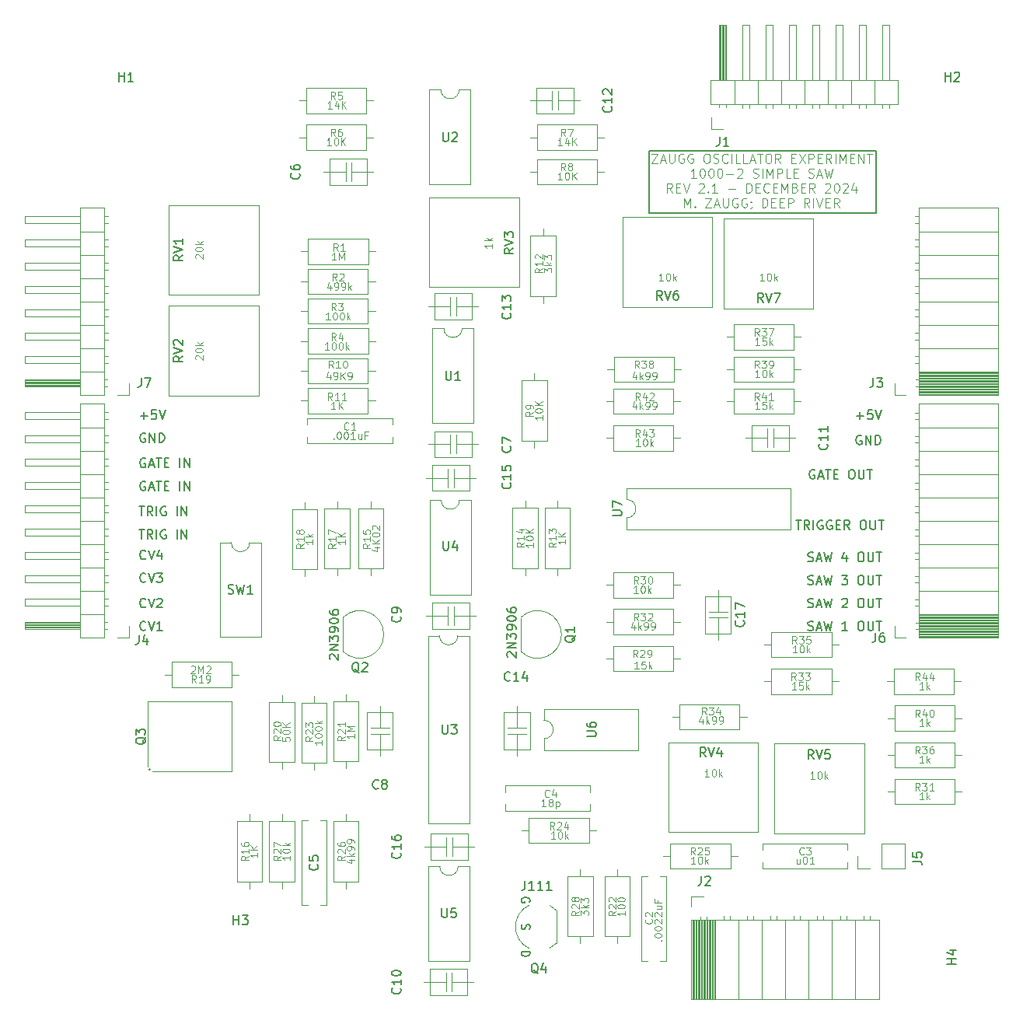
<source format=gbr>
%TF.GenerationSoftware,KiCad,Pcbnew,8.0.6*%
%TF.CreationDate,2024-12-08T11:54:58-05:00*%
%TF.ProjectId,SimpleSaw,53696d70-6c65-4536-9177-2e6b69636164,rev?*%
%TF.SameCoordinates,Original*%
%TF.FileFunction,Legend,Top*%
%TF.FilePolarity,Positive*%
%FSLAX46Y46*%
G04 Gerber Fmt 4.6, Leading zero omitted, Abs format (unit mm)*
G04 Created by KiCad (PCBNEW 8.0.6) date 2024-12-08 11:54:58*
%MOMM*%
%LPD*%
G01*
G04 APERTURE LIST*
%ADD10C,0.150000*%
%ADD11C,0.125000*%
%ADD12C,0.120000*%
%ADD13C,0.200000*%
G04 APERTURE END LIST*
D10*
X62000000Y-7726000D02*
X86750000Y-7726000D01*
X86750000Y-14500000D01*
X62000000Y-14500000D01*
X62000000Y-7726000D01*
X80020362Y-42502438D02*
X79925124Y-42454819D01*
X79925124Y-42454819D02*
X79782267Y-42454819D01*
X79782267Y-42454819D02*
X79639410Y-42502438D01*
X79639410Y-42502438D02*
X79544172Y-42597676D01*
X79544172Y-42597676D02*
X79496553Y-42692914D01*
X79496553Y-42692914D02*
X79448934Y-42883390D01*
X79448934Y-42883390D02*
X79448934Y-43026247D01*
X79448934Y-43026247D02*
X79496553Y-43216723D01*
X79496553Y-43216723D02*
X79544172Y-43311961D01*
X79544172Y-43311961D02*
X79639410Y-43407200D01*
X79639410Y-43407200D02*
X79782267Y-43454819D01*
X79782267Y-43454819D02*
X79877505Y-43454819D01*
X79877505Y-43454819D02*
X80020362Y-43407200D01*
X80020362Y-43407200D02*
X80067981Y-43359580D01*
X80067981Y-43359580D02*
X80067981Y-43026247D01*
X80067981Y-43026247D02*
X79877505Y-43026247D01*
X80448934Y-43169104D02*
X80925124Y-43169104D01*
X80353696Y-43454819D02*
X80687029Y-42454819D01*
X80687029Y-42454819D02*
X81020362Y-43454819D01*
X81210839Y-42454819D02*
X81782267Y-42454819D01*
X81496553Y-43454819D02*
X81496553Y-42454819D01*
X82115601Y-42931009D02*
X82448934Y-42931009D01*
X82591791Y-43454819D02*
X82115601Y-43454819D01*
X82115601Y-43454819D02*
X82115601Y-42454819D01*
X82115601Y-42454819D02*
X82591791Y-42454819D01*
X83972744Y-42454819D02*
X84163220Y-42454819D01*
X84163220Y-42454819D02*
X84258458Y-42502438D01*
X84258458Y-42502438D02*
X84353696Y-42597676D01*
X84353696Y-42597676D02*
X84401315Y-42788152D01*
X84401315Y-42788152D02*
X84401315Y-43121485D01*
X84401315Y-43121485D02*
X84353696Y-43311961D01*
X84353696Y-43311961D02*
X84258458Y-43407200D01*
X84258458Y-43407200D02*
X84163220Y-43454819D01*
X84163220Y-43454819D02*
X83972744Y-43454819D01*
X83972744Y-43454819D02*
X83877506Y-43407200D01*
X83877506Y-43407200D02*
X83782268Y-43311961D01*
X83782268Y-43311961D02*
X83734649Y-43121485D01*
X83734649Y-43121485D02*
X83734649Y-42788152D01*
X83734649Y-42788152D02*
X83782268Y-42597676D01*
X83782268Y-42597676D02*
X83877506Y-42502438D01*
X83877506Y-42502438D02*
X83972744Y-42454819D01*
X84829887Y-42454819D02*
X84829887Y-43264342D01*
X84829887Y-43264342D02*
X84877506Y-43359580D01*
X84877506Y-43359580D02*
X84925125Y-43407200D01*
X84925125Y-43407200D02*
X85020363Y-43454819D01*
X85020363Y-43454819D02*
X85210839Y-43454819D01*
X85210839Y-43454819D02*
X85306077Y-43407200D01*
X85306077Y-43407200D02*
X85353696Y-43359580D01*
X85353696Y-43359580D02*
X85401315Y-43264342D01*
X85401315Y-43264342D02*
X85401315Y-42454819D01*
X85734649Y-42454819D02*
X86306077Y-42454819D01*
X86020363Y-43454819D02*
X86020363Y-42454819D01*
X79306077Y-54907200D02*
X79448934Y-54954819D01*
X79448934Y-54954819D02*
X79687029Y-54954819D01*
X79687029Y-54954819D02*
X79782267Y-54907200D01*
X79782267Y-54907200D02*
X79829886Y-54859580D01*
X79829886Y-54859580D02*
X79877505Y-54764342D01*
X79877505Y-54764342D02*
X79877505Y-54669104D01*
X79877505Y-54669104D02*
X79829886Y-54573866D01*
X79829886Y-54573866D02*
X79782267Y-54526247D01*
X79782267Y-54526247D02*
X79687029Y-54478628D01*
X79687029Y-54478628D02*
X79496553Y-54431009D01*
X79496553Y-54431009D02*
X79401315Y-54383390D01*
X79401315Y-54383390D02*
X79353696Y-54335771D01*
X79353696Y-54335771D02*
X79306077Y-54240533D01*
X79306077Y-54240533D02*
X79306077Y-54145295D01*
X79306077Y-54145295D02*
X79353696Y-54050057D01*
X79353696Y-54050057D02*
X79401315Y-54002438D01*
X79401315Y-54002438D02*
X79496553Y-53954819D01*
X79496553Y-53954819D02*
X79734648Y-53954819D01*
X79734648Y-53954819D02*
X79877505Y-54002438D01*
X80258458Y-54669104D02*
X80734648Y-54669104D01*
X80163220Y-54954819D02*
X80496553Y-53954819D01*
X80496553Y-53954819D02*
X80829886Y-54954819D01*
X81067982Y-53954819D02*
X81306077Y-54954819D01*
X81306077Y-54954819D02*
X81496553Y-54240533D01*
X81496553Y-54240533D02*
X81687029Y-54954819D01*
X81687029Y-54954819D02*
X81925125Y-53954819D01*
X82972744Y-53954819D02*
X83591791Y-53954819D01*
X83591791Y-53954819D02*
X83258458Y-54335771D01*
X83258458Y-54335771D02*
X83401315Y-54335771D01*
X83401315Y-54335771D02*
X83496553Y-54383390D01*
X83496553Y-54383390D02*
X83544172Y-54431009D01*
X83544172Y-54431009D02*
X83591791Y-54526247D01*
X83591791Y-54526247D02*
X83591791Y-54764342D01*
X83591791Y-54764342D02*
X83544172Y-54859580D01*
X83544172Y-54859580D02*
X83496553Y-54907200D01*
X83496553Y-54907200D02*
X83401315Y-54954819D01*
X83401315Y-54954819D02*
X83115601Y-54954819D01*
X83115601Y-54954819D02*
X83020363Y-54907200D01*
X83020363Y-54907200D02*
X82972744Y-54859580D01*
X84972744Y-53954819D02*
X85163220Y-53954819D01*
X85163220Y-53954819D02*
X85258458Y-54002438D01*
X85258458Y-54002438D02*
X85353696Y-54097676D01*
X85353696Y-54097676D02*
X85401315Y-54288152D01*
X85401315Y-54288152D02*
X85401315Y-54621485D01*
X85401315Y-54621485D02*
X85353696Y-54811961D01*
X85353696Y-54811961D02*
X85258458Y-54907200D01*
X85258458Y-54907200D02*
X85163220Y-54954819D01*
X85163220Y-54954819D02*
X84972744Y-54954819D01*
X84972744Y-54954819D02*
X84877506Y-54907200D01*
X84877506Y-54907200D02*
X84782268Y-54811961D01*
X84782268Y-54811961D02*
X84734649Y-54621485D01*
X84734649Y-54621485D02*
X84734649Y-54288152D01*
X84734649Y-54288152D02*
X84782268Y-54097676D01*
X84782268Y-54097676D02*
X84877506Y-54002438D01*
X84877506Y-54002438D02*
X84972744Y-53954819D01*
X85829887Y-53954819D02*
X85829887Y-54764342D01*
X85829887Y-54764342D02*
X85877506Y-54859580D01*
X85877506Y-54859580D02*
X85925125Y-54907200D01*
X85925125Y-54907200D02*
X86020363Y-54954819D01*
X86020363Y-54954819D02*
X86210839Y-54954819D01*
X86210839Y-54954819D02*
X86306077Y-54907200D01*
X86306077Y-54907200D02*
X86353696Y-54859580D01*
X86353696Y-54859580D02*
X86401315Y-54764342D01*
X86401315Y-54764342D02*
X86401315Y-53954819D01*
X86734649Y-53954819D02*
X87306077Y-53954819D01*
X87020363Y-54954819D02*
X87020363Y-53954819D01*
X7158207Y-59859580D02*
X7110588Y-59907200D01*
X7110588Y-59907200D02*
X6967731Y-59954819D01*
X6967731Y-59954819D02*
X6872493Y-59954819D01*
X6872493Y-59954819D02*
X6729636Y-59907200D01*
X6729636Y-59907200D02*
X6634398Y-59811961D01*
X6634398Y-59811961D02*
X6586779Y-59716723D01*
X6586779Y-59716723D02*
X6539160Y-59526247D01*
X6539160Y-59526247D02*
X6539160Y-59383390D01*
X6539160Y-59383390D02*
X6586779Y-59192914D01*
X6586779Y-59192914D02*
X6634398Y-59097676D01*
X6634398Y-59097676D02*
X6729636Y-59002438D01*
X6729636Y-59002438D02*
X6872493Y-58954819D01*
X6872493Y-58954819D02*
X6967731Y-58954819D01*
X6967731Y-58954819D02*
X7110588Y-59002438D01*
X7110588Y-59002438D02*
X7158207Y-59050057D01*
X7443922Y-58954819D02*
X7777255Y-59954819D01*
X7777255Y-59954819D02*
X8110588Y-58954819D01*
X8967731Y-59954819D02*
X8396303Y-59954819D01*
X8682017Y-59954819D02*
X8682017Y-58954819D01*
X8682017Y-58954819D02*
X8586779Y-59097676D01*
X8586779Y-59097676D02*
X8491541Y-59192914D01*
X8491541Y-59192914D02*
X8396303Y-59240533D01*
X6443922Y-48954819D02*
X7015350Y-48954819D01*
X6729636Y-49954819D02*
X6729636Y-48954819D01*
X7920112Y-49954819D02*
X7586779Y-49478628D01*
X7348684Y-49954819D02*
X7348684Y-48954819D01*
X7348684Y-48954819D02*
X7729636Y-48954819D01*
X7729636Y-48954819D02*
X7824874Y-49002438D01*
X7824874Y-49002438D02*
X7872493Y-49050057D01*
X7872493Y-49050057D02*
X7920112Y-49145295D01*
X7920112Y-49145295D02*
X7920112Y-49288152D01*
X7920112Y-49288152D02*
X7872493Y-49383390D01*
X7872493Y-49383390D02*
X7824874Y-49431009D01*
X7824874Y-49431009D02*
X7729636Y-49478628D01*
X7729636Y-49478628D02*
X7348684Y-49478628D01*
X8348684Y-49954819D02*
X8348684Y-48954819D01*
X9348683Y-49002438D02*
X9253445Y-48954819D01*
X9253445Y-48954819D02*
X9110588Y-48954819D01*
X9110588Y-48954819D02*
X8967731Y-49002438D01*
X8967731Y-49002438D02*
X8872493Y-49097676D01*
X8872493Y-49097676D02*
X8824874Y-49192914D01*
X8824874Y-49192914D02*
X8777255Y-49383390D01*
X8777255Y-49383390D02*
X8777255Y-49526247D01*
X8777255Y-49526247D02*
X8824874Y-49716723D01*
X8824874Y-49716723D02*
X8872493Y-49811961D01*
X8872493Y-49811961D02*
X8967731Y-49907200D01*
X8967731Y-49907200D02*
X9110588Y-49954819D01*
X9110588Y-49954819D02*
X9205826Y-49954819D01*
X9205826Y-49954819D02*
X9348683Y-49907200D01*
X9348683Y-49907200D02*
X9396302Y-49859580D01*
X9396302Y-49859580D02*
X9396302Y-49526247D01*
X9396302Y-49526247D02*
X9205826Y-49526247D01*
X10586779Y-49954819D02*
X10586779Y-48954819D01*
X11062969Y-49954819D02*
X11062969Y-48954819D01*
X11062969Y-48954819D02*
X11634397Y-49954819D01*
X11634397Y-49954819D02*
X11634397Y-48954819D01*
X84591792Y-36573866D02*
X85353697Y-36573866D01*
X84972744Y-36954819D02*
X84972744Y-36192914D01*
X86306077Y-35954819D02*
X85829887Y-35954819D01*
X85829887Y-35954819D02*
X85782268Y-36431009D01*
X85782268Y-36431009D02*
X85829887Y-36383390D01*
X85829887Y-36383390D02*
X85925125Y-36335771D01*
X85925125Y-36335771D02*
X86163220Y-36335771D01*
X86163220Y-36335771D02*
X86258458Y-36383390D01*
X86258458Y-36383390D02*
X86306077Y-36431009D01*
X86306077Y-36431009D02*
X86353696Y-36526247D01*
X86353696Y-36526247D02*
X86353696Y-36764342D01*
X86353696Y-36764342D02*
X86306077Y-36859580D01*
X86306077Y-36859580D02*
X86258458Y-36907200D01*
X86258458Y-36907200D02*
X86163220Y-36954819D01*
X86163220Y-36954819D02*
X85925125Y-36954819D01*
X85925125Y-36954819D02*
X85829887Y-36907200D01*
X85829887Y-36907200D02*
X85782268Y-36859580D01*
X86639411Y-35954819D02*
X86972744Y-36954819D01*
X86972744Y-36954819D02*
X87306077Y-35954819D01*
D11*
X62273809Y-8041287D02*
X62940475Y-8041287D01*
X62940475Y-8041287D02*
X62273809Y-9041287D01*
X62273809Y-9041287D02*
X62940475Y-9041287D01*
X63273809Y-8755572D02*
X63749999Y-8755572D01*
X63178571Y-9041287D02*
X63511904Y-8041287D01*
X63511904Y-8041287D02*
X63845237Y-9041287D01*
X64178571Y-8041287D02*
X64178571Y-8850810D01*
X64178571Y-8850810D02*
X64226190Y-8946048D01*
X64226190Y-8946048D02*
X64273809Y-8993668D01*
X64273809Y-8993668D02*
X64369047Y-9041287D01*
X64369047Y-9041287D02*
X64559523Y-9041287D01*
X64559523Y-9041287D02*
X64654761Y-8993668D01*
X64654761Y-8993668D02*
X64702380Y-8946048D01*
X64702380Y-8946048D02*
X64749999Y-8850810D01*
X64749999Y-8850810D02*
X64749999Y-8041287D01*
X65749999Y-8088906D02*
X65654761Y-8041287D01*
X65654761Y-8041287D02*
X65511904Y-8041287D01*
X65511904Y-8041287D02*
X65369047Y-8088906D01*
X65369047Y-8088906D02*
X65273809Y-8184144D01*
X65273809Y-8184144D02*
X65226190Y-8279382D01*
X65226190Y-8279382D02*
X65178571Y-8469858D01*
X65178571Y-8469858D02*
X65178571Y-8612715D01*
X65178571Y-8612715D02*
X65226190Y-8803191D01*
X65226190Y-8803191D02*
X65273809Y-8898429D01*
X65273809Y-8898429D02*
X65369047Y-8993668D01*
X65369047Y-8993668D02*
X65511904Y-9041287D01*
X65511904Y-9041287D02*
X65607142Y-9041287D01*
X65607142Y-9041287D02*
X65749999Y-8993668D01*
X65749999Y-8993668D02*
X65797618Y-8946048D01*
X65797618Y-8946048D02*
X65797618Y-8612715D01*
X65797618Y-8612715D02*
X65607142Y-8612715D01*
X66749999Y-8088906D02*
X66654761Y-8041287D01*
X66654761Y-8041287D02*
X66511904Y-8041287D01*
X66511904Y-8041287D02*
X66369047Y-8088906D01*
X66369047Y-8088906D02*
X66273809Y-8184144D01*
X66273809Y-8184144D02*
X66226190Y-8279382D01*
X66226190Y-8279382D02*
X66178571Y-8469858D01*
X66178571Y-8469858D02*
X66178571Y-8612715D01*
X66178571Y-8612715D02*
X66226190Y-8803191D01*
X66226190Y-8803191D02*
X66273809Y-8898429D01*
X66273809Y-8898429D02*
X66369047Y-8993668D01*
X66369047Y-8993668D02*
X66511904Y-9041287D01*
X66511904Y-9041287D02*
X66607142Y-9041287D01*
X66607142Y-9041287D02*
X66749999Y-8993668D01*
X66749999Y-8993668D02*
X66797618Y-8946048D01*
X66797618Y-8946048D02*
X66797618Y-8612715D01*
X66797618Y-8612715D02*
X66607142Y-8612715D01*
X68178571Y-8041287D02*
X68369047Y-8041287D01*
X68369047Y-8041287D02*
X68464285Y-8088906D01*
X68464285Y-8088906D02*
X68559523Y-8184144D01*
X68559523Y-8184144D02*
X68607142Y-8374620D01*
X68607142Y-8374620D02*
X68607142Y-8707953D01*
X68607142Y-8707953D02*
X68559523Y-8898429D01*
X68559523Y-8898429D02*
X68464285Y-8993668D01*
X68464285Y-8993668D02*
X68369047Y-9041287D01*
X68369047Y-9041287D02*
X68178571Y-9041287D01*
X68178571Y-9041287D02*
X68083333Y-8993668D01*
X68083333Y-8993668D02*
X67988095Y-8898429D01*
X67988095Y-8898429D02*
X67940476Y-8707953D01*
X67940476Y-8707953D02*
X67940476Y-8374620D01*
X67940476Y-8374620D02*
X67988095Y-8184144D01*
X67988095Y-8184144D02*
X68083333Y-8088906D01*
X68083333Y-8088906D02*
X68178571Y-8041287D01*
X68988095Y-8993668D02*
X69130952Y-9041287D01*
X69130952Y-9041287D02*
X69369047Y-9041287D01*
X69369047Y-9041287D02*
X69464285Y-8993668D01*
X69464285Y-8993668D02*
X69511904Y-8946048D01*
X69511904Y-8946048D02*
X69559523Y-8850810D01*
X69559523Y-8850810D02*
X69559523Y-8755572D01*
X69559523Y-8755572D02*
X69511904Y-8660334D01*
X69511904Y-8660334D02*
X69464285Y-8612715D01*
X69464285Y-8612715D02*
X69369047Y-8565096D01*
X69369047Y-8565096D02*
X69178571Y-8517477D01*
X69178571Y-8517477D02*
X69083333Y-8469858D01*
X69083333Y-8469858D02*
X69035714Y-8422239D01*
X69035714Y-8422239D02*
X68988095Y-8327001D01*
X68988095Y-8327001D02*
X68988095Y-8231763D01*
X68988095Y-8231763D02*
X69035714Y-8136525D01*
X69035714Y-8136525D02*
X69083333Y-8088906D01*
X69083333Y-8088906D02*
X69178571Y-8041287D01*
X69178571Y-8041287D02*
X69416666Y-8041287D01*
X69416666Y-8041287D02*
X69559523Y-8088906D01*
X70559523Y-8946048D02*
X70511904Y-8993668D01*
X70511904Y-8993668D02*
X70369047Y-9041287D01*
X70369047Y-9041287D02*
X70273809Y-9041287D01*
X70273809Y-9041287D02*
X70130952Y-8993668D01*
X70130952Y-8993668D02*
X70035714Y-8898429D01*
X70035714Y-8898429D02*
X69988095Y-8803191D01*
X69988095Y-8803191D02*
X69940476Y-8612715D01*
X69940476Y-8612715D02*
X69940476Y-8469858D01*
X69940476Y-8469858D02*
X69988095Y-8279382D01*
X69988095Y-8279382D02*
X70035714Y-8184144D01*
X70035714Y-8184144D02*
X70130952Y-8088906D01*
X70130952Y-8088906D02*
X70273809Y-8041287D01*
X70273809Y-8041287D02*
X70369047Y-8041287D01*
X70369047Y-8041287D02*
X70511904Y-8088906D01*
X70511904Y-8088906D02*
X70559523Y-8136525D01*
X70988095Y-9041287D02*
X70988095Y-8041287D01*
X71940475Y-9041287D02*
X71464285Y-9041287D01*
X71464285Y-9041287D02*
X71464285Y-8041287D01*
X72749999Y-9041287D02*
X72273809Y-9041287D01*
X72273809Y-9041287D02*
X72273809Y-8041287D01*
X73035714Y-8755572D02*
X73511904Y-8755572D01*
X72940476Y-9041287D02*
X73273809Y-8041287D01*
X73273809Y-8041287D02*
X73607142Y-9041287D01*
X73797619Y-8041287D02*
X74369047Y-8041287D01*
X74083333Y-9041287D02*
X74083333Y-8041287D01*
X74892857Y-8041287D02*
X75083333Y-8041287D01*
X75083333Y-8041287D02*
X75178571Y-8088906D01*
X75178571Y-8088906D02*
X75273809Y-8184144D01*
X75273809Y-8184144D02*
X75321428Y-8374620D01*
X75321428Y-8374620D02*
X75321428Y-8707953D01*
X75321428Y-8707953D02*
X75273809Y-8898429D01*
X75273809Y-8898429D02*
X75178571Y-8993668D01*
X75178571Y-8993668D02*
X75083333Y-9041287D01*
X75083333Y-9041287D02*
X74892857Y-9041287D01*
X74892857Y-9041287D02*
X74797619Y-8993668D01*
X74797619Y-8993668D02*
X74702381Y-8898429D01*
X74702381Y-8898429D02*
X74654762Y-8707953D01*
X74654762Y-8707953D02*
X74654762Y-8374620D01*
X74654762Y-8374620D02*
X74702381Y-8184144D01*
X74702381Y-8184144D02*
X74797619Y-8088906D01*
X74797619Y-8088906D02*
X74892857Y-8041287D01*
X76321428Y-9041287D02*
X75988095Y-8565096D01*
X75750000Y-9041287D02*
X75750000Y-8041287D01*
X75750000Y-8041287D02*
X76130952Y-8041287D01*
X76130952Y-8041287D02*
X76226190Y-8088906D01*
X76226190Y-8088906D02*
X76273809Y-8136525D01*
X76273809Y-8136525D02*
X76321428Y-8231763D01*
X76321428Y-8231763D02*
X76321428Y-8374620D01*
X76321428Y-8374620D02*
X76273809Y-8469858D01*
X76273809Y-8469858D02*
X76226190Y-8517477D01*
X76226190Y-8517477D02*
X76130952Y-8565096D01*
X76130952Y-8565096D02*
X75750000Y-8565096D01*
X77511905Y-8517477D02*
X77845238Y-8517477D01*
X77988095Y-9041287D02*
X77511905Y-9041287D01*
X77511905Y-9041287D02*
X77511905Y-8041287D01*
X77511905Y-8041287D02*
X77988095Y-8041287D01*
X78321429Y-8041287D02*
X78988095Y-9041287D01*
X78988095Y-8041287D02*
X78321429Y-9041287D01*
X79369048Y-9041287D02*
X79369048Y-8041287D01*
X79369048Y-8041287D02*
X79750000Y-8041287D01*
X79750000Y-8041287D02*
X79845238Y-8088906D01*
X79845238Y-8088906D02*
X79892857Y-8136525D01*
X79892857Y-8136525D02*
X79940476Y-8231763D01*
X79940476Y-8231763D02*
X79940476Y-8374620D01*
X79940476Y-8374620D02*
X79892857Y-8469858D01*
X79892857Y-8469858D02*
X79845238Y-8517477D01*
X79845238Y-8517477D02*
X79750000Y-8565096D01*
X79750000Y-8565096D02*
X79369048Y-8565096D01*
X80369048Y-8517477D02*
X80702381Y-8517477D01*
X80845238Y-9041287D02*
X80369048Y-9041287D01*
X80369048Y-9041287D02*
X80369048Y-8041287D01*
X80369048Y-8041287D02*
X80845238Y-8041287D01*
X81845238Y-9041287D02*
X81511905Y-8565096D01*
X81273810Y-9041287D02*
X81273810Y-8041287D01*
X81273810Y-8041287D02*
X81654762Y-8041287D01*
X81654762Y-8041287D02*
X81750000Y-8088906D01*
X81750000Y-8088906D02*
X81797619Y-8136525D01*
X81797619Y-8136525D02*
X81845238Y-8231763D01*
X81845238Y-8231763D02*
X81845238Y-8374620D01*
X81845238Y-8374620D02*
X81797619Y-8469858D01*
X81797619Y-8469858D02*
X81750000Y-8517477D01*
X81750000Y-8517477D02*
X81654762Y-8565096D01*
X81654762Y-8565096D02*
X81273810Y-8565096D01*
X82273810Y-9041287D02*
X82273810Y-8041287D01*
X82750000Y-9041287D02*
X82750000Y-8041287D01*
X82750000Y-8041287D02*
X83083333Y-8755572D01*
X83083333Y-8755572D02*
X83416666Y-8041287D01*
X83416666Y-8041287D02*
X83416666Y-9041287D01*
X83892857Y-8517477D02*
X84226190Y-8517477D01*
X84369047Y-9041287D02*
X83892857Y-9041287D01*
X83892857Y-9041287D02*
X83892857Y-8041287D01*
X83892857Y-8041287D02*
X84369047Y-8041287D01*
X84797619Y-9041287D02*
X84797619Y-8041287D01*
X84797619Y-8041287D02*
X85369047Y-9041287D01*
X85369047Y-9041287D02*
X85369047Y-8041287D01*
X85702381Y-8041287D02*
X86273809Y-8041287D01*
X85988095Y-9041287D02*
X85988095Y-8041287D01*
X67130952Y-10651231D02*
X66559524Y-10651231D01*
X66845238Y-10651231D02*
X66845238Y-9651231D01*
X66845238Y-9651231D02*
X66750000Y-9794088D01*
X66750000Y-9794088D02*
X66654762Y-9889326D01*
X66654762Y-9889326D02*
X66559524Y-9936945D01*
X67750000Y-9651231D02*
X67845238Y-9651231D01*
X67845238Y-9651231D02*
X67940476Y-9698850D01*
X67940476Y-9698850D02*
X67988095Y-9746469D01*
X67988095Y-9746469D02*
X68035714Y-9841707D01*
X68035714Y-9841707D02*
X68083333Y-10032183D01*
X68083333Y-10032183D02*
X68083333Y-10270278D01*
X68083333Y-10270278D02*
X68035714Y-10460754D01*
X68035714Y-10460754D02*
X67988095Y-10555992D01*
X67988095Y-10555992D02*
X67940476Y-10603612D01*
X67940476Y-10603612D02*
X67845238Y-10651231D01*
X67845238Y-10651231D02*
X67750000Y-10651231D01*
X67750000Y-10651231D02*
X67654762Y-10603612D01*
X67654762Y-10603612D02*
X67607143Y-10555992D01*
X67607143Y-10555992D02*
X67559524Y-10460754D01*
X67559524Y-10460754D02*
X67511905Y-10270278D01*
X67511905Y-10270278D02*
X67511905Y-10032183D01*
X67511905Y-10032183D02*
X67559524Y-9841707D01*
X67559524Y-9841707D02*
X67607143Y-9746469D01*
X67607143Y-9746469D02*
X67654762Y-9698850D01*
X67654762Y-9698850D02*
X67750000Y-9651231D01*
X68702381Y-9651231D02*
X68797619Y-9651231D01*
X68797619Y-9651231D02*
X68892857Y-9698850D01*
X68892857Y-9698850D02*
X68940476Y-9746469D01*
X68940476Y-9746469D02*
X68988095Y-9841707D01*
X68988095Y-9841707D02*
X69035714Y-10032183D01*
X69035714Y-10032183D02*
X69035714Y-10270278D01*
X69035714Y-10270278D02*
X68988095Y-10460754D01*
X68988095Y-10460754D02*
X68940476Y-10555992D01*
X68940476Y-10555992D02*
X68892857Y-10603612D01*
X68892857Y-10603612D02*
X68797619Y-10651231D01*
X68797619Y-10651231D02*
X68702381Y-10651231D01*
X68702381Y-10651231D02*
X68607143Y-10603612D01*
X68607143Y-10603612D02*
X68559524Y-10555992D01*
X68559524Y-10555992D02*
X68511905Y-10460754D01*
X68511905Y-10460754D02*
X68464286Y-10270278D01*
X68464286Y-10270278D02*
X68464286Y-10032183D01*
X68464286Y-10032183D02*
X68511905Y-9841707D01*
X68511905Y-9841707D02*
X68559524Y-9746469D01*
X68559524Y-9746469D02*
X68607143Y-9698850D01*
X68607143Y-9698850D02*
X68702381Y-9651231D01*
X69654762Y-9651231D02*
X69750000Y-9651231D01*
X69750000Y-9651231D02*
X69845238Y-9698850D01*
X69845238Y-9698850D02*
X69892857Y-9746469D01*
X69892857Y-9746469D02*
X69940476Y-9841707D01*
X69940476Y-9841707D02*
X69988095Y-10032183D01*
X69988095Y-10032183D02*
X69988095Y-10270278D01*
X69988095Y-10270278D02*
X69940476Y-10460754D01*
X69940476Y-10460754D02*
X69892857Y-10555992D01*
X69892857Y-10555992D02*
X69845238Y-10603612D01*
X69845238Y-10603612D02*
X69750000Y-10651231D01*
X69750000Y-10651231D02*
X69654762Y-10651231D01*
X69654762Y-10651231D02*
X69559524Y-10603612D01*
X69559524Y-10603612D02*
X69511905Y-10555992D01*
X69511905Y-10555992D02*
X69464286Y-10460754D01*
X69464286Y-10460754D02*
X69416667Y-10270278D01*
X69416667Y-10270278D02*
X69416667Y-10032183D01*
X69416667Y-10032183D02*
X69464286Y-9841707D01*
X69464286Y-9841707D02*
X69511905Y-9746469D01*
X69511905Y-9746469D02*
X69559524Y-9698850D01*
X69559524Y-9698850D02*
X69654762Y-9651231D01*
X70416667Y-10270278D02*
X71178572Y-10270278D01*
X71607143Y-9746469D02*
X71654762Y-9698850D01*
X71654762Y-9698850D02*
X71750000Y-9651231D01*
X71750000Y-9651231D02*
X71988095Y-9651231D01*
X71988095Y-9651231D02*
X72083333Y-9698850D01*
X72083333Y-9698850D02*
X72130952Y-9746469D01*
X72130952Y-9746469D02*
X72178571Y-9841707D01*
X72178571Y-9841707D02*
X72178571Y-9936945D01*
X72178571Y-9936945D02*
X72130952Y-10079802D01*
X72130952Y-10079802D02*
X71559524Y-10651231D01*
X71559524Y-10651231D02*
X72178571Y-10651231D01*
X73321429Y-10603612D02*
X73464286Y-10651231D01*
X73464286Y-10651231D02*
X73702381Y-10651231D01*
X73702381Y-10651231D02*
X73797619Y-10603612D01*
X73797619Y-10603612D02*
X73845238Y-10555992D01*
X73845238Y-10555992D02*
X73892857Y-10460754D01*
X73892857Y-10460754D02*
X73892857Y-10365516D01*
X73892857Y-10365516D02*
X73845238Y-10270278D01*
X73845238Y-10270278D02*
X73797619Y-10222659D01*
X73797619Y-10222659D02*
X73702381Y-10175040D01*
X73702381Y-10175040D02*
X73511905Y-10127421D01*
X73511905Y-10127421D02*
X73416667Y-10079802D01*
X73416667Y-10079802D02*
X73369048Y-10032183D01*
X73369048Y-10032183D02*
X73321429Y-9936945D01*
X73321429Y-9936945D02*
X73321429Y-9841707D01*
X73321429Y-9841707D02*
X73369048Y-9746469D01*
X73369048Y-9746469D02*
X73416667Y-9698850D01*
X73416667Y-9698850D02*
X73511905Y-9651231D01*
X73511905Y-9651231D02*
X73750000Y-9651231D01*
X73750000Y-9651231D02*
X73892857Y-9698850D01*
X74321429Y-10651231D02*
X74321429Y-9651231D01*
X74797619Y-10651231D02*
X74797619Y-9651231D01*
X74797619Y-9651231D02*
X75130952Y-10365516D01*
X75130952Y-10365516D02*
X75464285Y-9651231D01*
X75464285Y-9651231D02*
X75464285Y-10651231D01*
X75940476Y-10651231D02*
X75940476Y-9651231D01*
X75940476Y-9651231D02*
X76321428Y-9651231D01*
X76321428Y-9651231D02*
X76416666Y-9698850D01*
X76416666Y-9698850D02*
X76464285Y-9746469D01*
X76464285Y-9746469D02*
X76511904Y-9841707D01*
X76511904Y-9841707D02*
X76511904Y-9984564D01*
X76511904Y-9984564D02*
X76464285Y-10079802D01*
X76464285Y-10079802D02*
X76416666Y-10127421D01*
X76416666Y-10127421D02*
X76321428Y-10175040D01*
X76321428Y-10175040D02*
X75940476Y-10175040D01*
X77416666Y-10651231D02*
X76940476Y-10651231D01*
X76940476Y-10651231D02*
X76940476Y-9651231D01*
X77750000Y-10127421D02*
X78083333Y-10127421D01*
X78226190Y-10651231D02*
X77750000Y-10651231D01*
X77750000Y-10651231D02*
X77750000Y-9651231D01*
X77750000Y-9651231D02*
X78226190Y-9651231D01*
X79369048Y-10603612D02*
X79511905Y-10651231D01*
X79511905Y-10651231D02*
X79750000Y-10651231D01*
X79750000Y-10651231D02*
X79845238Y-10603612D01*
X79845238Y-10603612D02*
X79892857Y-10555992D01*
X79892857Y-10555992D02*
X79940476Y-10460754D01*
X79940476Y-10460754D02*
X79940476Y-10365516D01*
X79940476Y-10365516D02*
X79892857Y-10270278D01*
X79892857Y-10270278D02*
X79845238Y-10222659D01*
X79845238Y-10222659D02*
X79750000Y-10175040D01*
X79750000Y-10175040D02*
X79559524Y-10127421D01*
X79559524Y-10127421D02*
X79464286Y-10079802D01*
X79464286Y-10079802D02*
X79416667Y-10032183D01*
X79416667Y-10032183D02*
X79369048Y-9936945D01*
X79369048Y-9936945D02*
X79369048Y-9841707D01*
X79369048Y-9841707D02*
X79416667Y-9746469D01*
X79416667Y-9746469D02*
X79464286Y-9698850D01*
X79464286Y-9698850D02*
X79559524Y-9651231D01*
X79559524Y-9651231D02*
X79797619Y-9651231D01*
X79797619Y-9651231D02*
X79940476Y-9698850D01*
X80321429Y-10365516D02*
X80797619Y-10365516D01*
X80226191Y-10651231D02*
X80559524Y-9651231D01*
X80559524Y-9651231D02*
X80892857Y-10651231D01*
X81130953Y-9651231D02*
X81369048Y-10651231D01*
X81369048Y-10651231D02*
X81559524Y-9936945D01*
X81559524Y-9936945D02*
X81750000Y-10651231D01*
X81750000Y-10651231D02*
X81988096Y-9651231D01*
X64511904Y-12261175D02*
X64178571Y-11784984D01*
X63940476Y-12261175D02*
X63940476Y-11261175D01*
X63940476Y-11261175D02*
X64321428Y-11261175D01*
X64321428Y-11261175D02*
X64416666Y-11308794D01*
X64416666Y-11308794D02*
X64464285Y-11356413D01*
X64464285Y-11356413D02*
X64511904Y-11451651D01*
X64511904Y-11451651D02*
X64511904Y-11594508D01*
X64511904Y-11594508D02*
X64464285Y-11689746D01*
X64464285Y-11689746D02*
X64416666Y-11737365D01*
X64416666Y-11737365D02*
X64321428Y-11784984D01*
X64321428Y-11784984D02*
X63940476Y-11784984D01*
X64940476Y-11737365D02*
X65273809Y-11737365D01*
X65416666Y-12261175D02*
X64940476Y-12261175D01*
X64940476Y-12261175D02*
X64940476Y-11261175D01*
X64940476Y-11261175D02*
X65416666Y-11261175D01*
X65702381Y-11261175D02*
X66035714Y-12261175D01*
X66035714Y-12261175D02*
X66369047Y-11261175D01*
X67416667Y-11356413D02*
X67464286Y-11308794D01*
X67464286Y-11308794D02*
X67559524Y-11261175D01*
X67559524Y-11261175D02*
X67797619Y-11261175D01*
X67797619Y-11261175D02*
X67892857Y-11308794D01*
X67892857Y-11308794D02*
X67940476Y-11356413D01*
X67940476Y-11356413D02*
X67988095Y-11451651D01*
X67988095Y-11451651D02*
X67988095Y-11546889D01*
X67988095Y-11546889D02*
X67940476Y-11689746D01*
X67940476Y-11689746D02*
X67369048Y-12261175D01*
X67369048Y-12261175D02*
X67988095Y-12261175D01*
X68416667Y-12165936D02*
X68464286Y-12213556D01*
X68464286Y-12213556D02*
X68416667Y-12261175D01*
X68416667Y-12261175D02*
X68369048Y-12213556D01*
X68369048Y-12213556D02*
X68416667Y-12165936D01*
X68416667Y-12165936D02*
X68416667Y-12261175D01*
X69416666Y-12261175D02*
X68845238Y-12261175D01*
X69130952Y-12261175D02*
X69130952Y-11261175D01*
X69130952Y-11261175D02*
X69035714Y-11404032D01*
X69035714Y-11404032D02*
X68940476Y-11499270D01*
X68940476Y-11499270D02*
X68845238Y-11546889D01*
X70607143Y-11880222D02*
X71369048Y-11880222D01*
X72607143Y-12261175D02*
X72607143Y-11261175D01*
X72607143Y-11261175D02*
X72845238Y-11261175D01*
X72845238Y-11261175D02*
X72988095Y-11308794D01*
X72988095Y-11308794D02*
X73083333Y-11404032D01*
X73083333Y-11404032D02*
X73130952Y-11499270D01*
X73130952Y-11499270D02*
X73178571Y-11689746D01*
X73178571Y-11689746D02*
X73178571Y-11832603D01*
X73178571Y-11832603D02*
X73130952Y-12023079D01*
X73130952Y-12023079D02*
X73083333Y-12118317D01*
X73083333Y-12118317D02*
X72988095Y-12213556D01*
X72988095Y-12213556D02*
X72845238Y-12261175D01*
X72845238Y-12261175D02*
X72607143Y-12261175D01*
X73607143Y-11737365D02*
X73940476Y-11737365D01*
X74083333Y-12261175D02*
X73607143Y-12261175D01*
X73607143Y-12261175D02*
X73607143Y-11261175D01*
X73607143Y-11261175D02*
X74083333Y-11261175D01*
X75083333Y-12165936D02*
X75035714Y-12213556D01*
X75035714Y-12213556D02*
X74892857Y-12261175D01*
X74892857Y-12261175D02*
X74797619Y-12261175D01*
X74797619Y-12261175D02*
X74654762Y-12213556D01*
X74654762Y-12213556D02*
X74559524Y-12118317D01*
X74559524Y-12118317D02*
X74511905Y-12023079D01*
X74511905Y-12023079D02*
X74464286Y-11832603D01*
X74464286Y-11832603D02*
X74464286Y-11689746D01*
X74464286Y-11689746D02*
X74511905Y-11499270D01*
X74511905Y-11499270D02*
X74559524Y-11404032D01*
X74559524Y-11404032D02*
X74654762Y-11308794D01*
X74654762Y-11308794D02*
X74797619Y-11261175D01*
X74797619Y-11261175D02*
X74892857Y-11261175D01*
X74892857Y-11261175D02*
X75035714Y-11308794D01*
X75035714Y-11308794D02*
X75083333Y-11356413D01*
X75511905Y-11737365D02*
X75845238Y-11737365D01*
X75988095Y-12261175D02*
X75511905Y-12261175D01*
X75511905Y-12261175D02*
X75511905Y-11261175D01*
X75511905Y-11261175D02*
X75988095Y-11261175D01*
X76416667Y-12261175D02*
X76416667Y-11261175D01*
X76416667Y-11261175D02*
X76750000Y-11975460D01*
X76750000Y-11975460D02*
X77083333Y-11261175D01*
X77083333Y-11261175D02*
X77083333Y-12261175D01*
X77892857Y-11737365D02*
X78035714Y-11784984D01*
X78035714Y-11784984D02*
X78083333Y-11832603D01*
X78083333Y-11832603D02*
X78130952Y-11927841D01*
X78130952Y-11927841D02*
X78130952Y-12070698D01*
X78130952Y-12070698D02*
X78083333Y-12165936D01*
X78083333Y-12165936D02*
X78035714Y-12213556D01*
X78035714Y-12213556D02*
X77940476Y-12261175D01*
X77940476Y-12261175D02*
X77559524Y-12261175D01*
X77559524Y-12261175D02*
X77559524Y-11261175D01*
X77559524Y-11261175D02*
X77892857Y-11261175D01*
X77892857Y-11261175D02*
X77988095Y-11308794D01*
X77988095Y-11308794D02*
X78035714Y-11356413D01*
X78035714Y-11356413D02*
X78083333Y-11451651D01*
X78083333Y-11451651D02*
X78083333Y-11546889D01*
X78083333Y-11546889D02*
X78035714Y-11642127D01*
X78035714Y-11642127D02*
X77988095Y-11689746D01*
X77988095Y-11689746D02*
X77892857Y-11737365D01*
X77892857Y-11737365D02*
X77559524Y-11737365D01*
X78559524Y-11737365D02*
X78892857Y-11737365D01*
X79035714Y-12261175D02*
X78559524Y-12261175D01*
X78559524Y-12261175D02*
X78559524Y-11261175D01*
X78559524Y-11261175D02*
X79035714Y-11261175D01*
X80035714Y-12261175D02*
X79702381Y-11784984D01*
X79464286Y-12261175D02*
X79464286Y-11261175D01*
X79464286Y-11261175D02*
X79845238Y-11261175D01*
X79845238Y-11261175D02*
X79940476Y-11308794D01*
X79940476Y-11308794D02*
X79988095Y-11356413D01*
X79988095Y-11356413D02*
X80035714Y-11451651D01*
X80035714Y-11451651D02*
X80035714Y-11594508D01*
X80035714Y-11594508D02*
X79988095Y-11689746D01*
X79988095Y-11689746D02*
X79940476Y-11737365D01*
X79940476Y-11737365D02*
X79845238Y-11784984D01*
X79845238Y-11784984D02*
X79464286Y-11784984D01*
X81178572Y-11356413D02*
X81226191Y-11308794D01*
X81226191Y-11308794D02*
X81321429Y-11261175D01*
X81321429Y-11261175D02*
X81559524Y-11261175D01*
X81559524Y-11261175D02*
X81654762Y-11308794D01*
X81654762Y-11308794D02*
X81702381Y-11356413D01*
X81702381Y-11356413D02*
X81750000Y-11451651D01*
X81750000Y-11451651D02*
X81750000Y-11546889D01*
X81750000Y-11546889D02*
X81702381Y-11689746D01*
X81702381Y-11689746D02*
X81130953Y-12261175D01*
X81130953Y-12261175D02*
X81750000Y-12261175D01*
X82369048Y-11261175D02*
X82464286Y-11261175D01*
X82464286Y-11261175D02*
X82559524Y-11308794D01*
X82559524Y-11308794D02*
X82607143Y-11356413D01*
X82607143Y-11356413D02*
X82654762Y-11451651D01*
X82654762Y-11451651D02*
X82702381Y-11642127D01*
X82702381Y-11642127D02*
X82702381Y-11880222D01*
X82702381Y-11880222D02*
X82654762Y-12070698D01*
X82654762Y-12070698D02*
X82607143Y-12165936D01*
X82607143Y-12165936D02*
X82559524Y-12213556D01*
X82559524Y-12213556D02*
X82464286Y-12261175D01*
X82464286Y-12261175D02*
X82369048Y-12261175D01*
X82369048Y-12261175D02*
X82273810Y-12213556D01*
X82273810Y-12213556D02*
X82226191Y-12165936D01*
X82226191Y-12165936D02*
X82178572Y-12070698D01*
X82178572Y-12070698D02*
X82130953Y-11880222D01*
X82130953Y-11880222D02*
X82130953Y-11642127D01*
X82130953Y-11642127D02*
X82178572Y-11451651D01*
X82178572Y-11451651D02*
X82226191Y-11356413D01*
X82226191Y-11356413D02*
X82273810Y-11308794D01*
X82273810Y-11308794D02*
X82369048Y-11261175D01*
X83083334Y-11356413D02*
X83130953Y-11308794D01*
X83130953Y-11308794D02*
X83226191Y-11261175D01*
X83226191Y-11261175D02*
X83464286Y-11261175D01*
X83464286Y-11261175D02*
X83559524Y-11308794D01*
X83559524Y-11308794D02*
X83607143Y-11356413D01*
X83607143Y-11356413D02*
X83654762Y-11451651D01*
X83654762Y-11451651D02*
X83654762Y-11546889D01*
X83654762Y-11546889D02*
X83607143Y-11689746D01*
X83607143Y-11689746D02*
X83035715Y-12261175D01*
X83035715Y-12261175D02*
X83654762Y-12261175D01*
X84511905Y-11594508D02*
X84511905Y-12261175D01*
X84273810Y-11213556D02*
X84035715Y-11927841D01*
X84035715Y-11927841D02*
X84654762Y-11927841D01*
X65845238Y-13871119D02*
X65845238Y-12871119D01*
X65845238Y-12871119D02*
X66178571Y-13585404D01*
X66178571Y-13585404D02*
X66511904Y-12871119D01*
X66511904Y-12871119D02*
X66511904Y-13871119D01*
X66988095Y-13775880D02*
X67035714Y-13823500D01*
X67035714Y-13823500D02*
X66988095Y-13871119D01*
X66988095Y-13871119D02*
X66940476Y-13823500D01*
X66940476Y-13823500D02*
X66988095Y-13775880D01*
X66988095Y-13775880D02*
X66988095Y-13871119D01*
X68130952Y-12871119D02*
X68797618Y-12871119D01*
X68797618Y-12871119D02*
X68130952Y-13871119D01*
X68130952Y-13871119D02*
X68797618Y-13871119D01*
X69130952Y-13585404D02*
X69607142Y-13585404D01*
X69035714Y-13871119D02*
X69369047Y-12871119D01*
X69369047Y-12871119D02*
X69702380Y-13871119D01*
X70035714Y-12871119D02*
X70035714Y-13680642D01*
X70035714Y-13680642D02*
X70083333Y-13775880D01*
X70083333Y-13775880D02*
X70130952Y-13823500D01*
X70130952Y-13823500D02*
X70226190Y-13871119D01*
X70226190Y-13871119D02*
X70416666Y-13871119D01*
X70416666Y-13871119D02*
X70511904Y-13823500D01*
X70511904Y-13823500D02*
X70559523Y-13775880D01*
X70559523Y-13775880D02*
X70607142Y-13680642D01*
X70607142Y-13680642D02*
X70607142Y-12871119D01*
X71607142Y-12918738D02*
X71511904Y-12871119D01*
X71511904Y-12871119D02*
X71369047Y-12871119D01*
X71369047Y-12871119D02*
X71226190Y-12918738D01*
X71226190Y-12918738D02*
X71130952Y-13013976D01*
X71130952Y-13013976D02*
X71083333Y-13109214D01*
X71083333Y-13109214D02*
X71035714Y-13299690D01*
X71035714Y-13299690D02*
X71035714Y-13442547D01*
X71035714Y-13442547D02*
X71083333Y-13633023D01*
X71083333Y-13633023D02*
X71130952Y-13728261D01*
X71130952Y-13728261D02*
X71226190Y-13823500D01*
X71226190Y-13823500D02*
X71369047Y-13871119D01*
X71369047Y-13871119D02*
X71464285Y-13871119D01*
X71464285Y-13871119D02*
X71607142Y-13823500D01*
X71607142Y-13823500D02*
X71654761Y-13775880D01*
X71654761Y-13775880D02*
X71654761Y-13442547D01*
X71654761Y-13442547D02*
X71464285Y-13442547D01*
X72607142Y-12918738D02*
X72511904Y-12871119D01*
X72511904Y-12871119D02*
X72369047Y-12871119D01*
X72369047Y-12871119D02*
X72226190Y-12918738D01*
X72226190Y-12918738D02*
X72130952Y-13013976D01*
X72130952Y-13013976D02*
X72083333Y-13109214D01*
X72083333Y-13109214D02*
X72035714Y-13299690D01*
X72035714Y-13299690D02*
X72035714Y-13442547D01*
X72035714Y-13442547D02*
X72083333Y-13633023D01*
X72083333Y-13633023D02*
X72130952Y-13728261D01*
X72130952Y-13728261D02*
X72226190Y-13823500D01*
X72226190Y-13823500D02*
X72369047Y-13871119D01*
X72369047Y-13871119D02*
X72464285Y-13871119D01*
X72464285Y-13871119D02*
X72607142Y-13823500D01*
X72607142Y-13823500D02*
X72654761Y-13775880D01*
X72654761Y-13775880D02*
X72654761Y-13442547D01*
X72654761Y-13442547D02*
X72464285Y-13442547D01*
X73130952Y-13823500D02*
X73130952Y-13871119D01*
X73130952Y-13871119D02*
X73083333Y-13966357D01*
X73083333Y-13966357D02*
X73035714Y-14013976D01*
X73083333Y-13252071D02*
X73130952Y-13299690D01*
X73130952Y-13299690D02*
X73083333Y-13347309D01*
X73083333Y-13347309D02*
X73035714Y-13299690D01*
X73035714Y-13299690D02*
X73083333Y-13252071D01*
X73083333Y-13252071D02*
X73083333Y-13347309D01*
X74321428Y-13871119D02*
X74321428Y-12871119D01*
X74321428Y-12871119D02*
X74559523Y-12871119D01*
X74559523Y-12871119D02*
X74702380Y-12918738D01*
X74702380Y-12918738D02*
X74797618Y-13013976D01*
X74797618Y-13013976D02*
X74845237Y-13109214D01*
X74845237Y-13109214D02*
X74892856Y-13299690D01*
X74892856Y-13299690D02*
X74892856Y-13442547D01*
X74892856Y-13442547D02*
X74845237Y-13633023D01*
X74845237Y-13633023D02*
X74797618Y-13728261D01*
X74797618Y-13728261D02*
X74702380Y-13823500D01*
X74702380Y-13823500D02*
X74559523Y-13871119D01*
X74559523Y-13871119D02*
X74321428Y-13871119D01*
X75321428Y-13347309D02*
X75654761Y-13347309D01*
X75797618Y-13871119D02*
X75321428Y-13871119D01*
X75321428Y-13871119D02*
X75321428Y-12871119D01*
X75321428Y-12871119D02*
X75797618Y-12871119D01*
X76226190Y-13347309D02*
X76559523Y-13347309D01*
X76702380Y-13871119D02*
X76226190Y-13871119D01*
X76226190Y-13871119D02*
X76226190Y-12871119D01*
X76226190Y-12871119D02*
X76702380Y-12871119D01*
X77130952Y-13871119D02*
X77130952Y-12871119D01*
X77130952Y-12871119D02*
X77511904Y-12871119D01*
X77511904Y-12871119D02*
X77607142Y-12918738D01*
X77607142Y-12918738D02*
X77654761Y-12966357D01*
X77654761Y-12966357D02*
X77702380Y-13061595D01*
X77702380Y-13061595D02*
X77702380Y-13204452D01*
X77702380Y-13204452D02*
X77654761Y-13299690D01*
X77654761Y-13299690D02*
X77607142Y-13347309D01*
X77607142Y-13347309D02*
X77511904Y-13394928D01*
X77511904Y-13394928D02*
X77130952Y-13394928D01*
X79464285Y-13871119D02*
X79130952Y-13394928D01*
X78892857Y-13871119D02*
X78892857Y-12871119D01*
X78892857Y-12871119D02*
X79273809Y-12871119D01*
X79273809Y-12871119D02*
X79369047Y-12918738D01*
X79369047Y-12918738D02*
X79416666Y-12966357D01*
X79416666Y-12966357D02*
X79464285Y-13061595D01*
X79464285Y-13061595D02*
X79464285Y-13204452D01*
X79464285Y-13204452D02*
X79416666Y-13299690D01*
X79416666Y-13299690D02*
X79369047Y-13347309D01*
X79369047Y-13347309D02*
X79273809Y-13394928D01*
X79273809Y-13394928D02*
X78892857Y-13394928D01*
X79892857Y-13871119D02*
X79892857Y-12871119D01*
X80226190Y-12871119D02*
X80559523Y-13871119D01*
X80559523Y-13871119D02*
X80892856Y-12871119D01*
X81226190Y-13347309D02*
X81559523Y-13347309D01*
X81702380Y-13871119D02*
X81226190Y-13871119D01*
X81226190Y-13871119D02*
X81226190Y-12871119D01*
X81226190Y-12871119D02*
X81702380Y-12871119D01*
X82702380Y-13871119D02*
X82369047Y-13394928D01*
X82130952Y-13871119D02*
X82130952Y-12871119D01*
X82130952Y-12871119D02*
X82511904Y-12871119D01*
X82511904Y-12871119D02*
X82607142Y-12918738D01*
X82607142Y-12918738D02*
X82654761Y-12966357D01*
X82654761Y-12966357D02*
X82702380Y-13061595D01*
X82702380Y-13061595D02*
X82702380Y-13204452D01*
X82702380Y-13204452D02*
X82654761Y-13299690D01*
X82654761Y-13299690D02*
X82607142Y-13347309D01*
X82607142Y-13347309D02*
X82511904Y-13394928D01*
X82511904Y-13394928D02*
X82130952Y-13394928D01*
D10*
X85115601Y-38752438D02*
X85020363Y-38704819D01*
X85020363Y-38704819D02*
X84877506Y-38704819D01*
X84877506Y-38704819D02*
X84734649Y-38752438D01*
X84734649Y-38752438D02*
X84639411Y-38847676D01*
X84639411Y-38847676D02*
X84591792Y-38942914D01*
X84591792Y-38942914D02*
X84544173Y-39133390D01*
X84544173Y-39133390D02*
X84544173Y-39276247D01*
X84544173Y-39276247D02*
X84591792Y-39466723D01*
X84591792Y-39466723D02*
X84639411Y-39561961D01*
X84639411Y-39561961D02*
X84734649Y-39657200D01*
X84734649Y-39657200D02*
X84877506Y-39704819D01*
X84877506Y-39704819D02*
X84972744Y-39704819D01*
X84972744Y-39704819D02*
X85115601Y-39657200D01*
X85115601Y-39657200D02*
X85163220Y-39609580D01*
X85163220Y-39609580D02*
X85163220Y-39276247D01*
X85163220Y-39276247D02*
X84972744Y-39276247D01*
X85591792Y-39704819D02*
X85591792Y-38704819D01*
X85591792Y-38704819D02*
X86163220Y-39704819D01*
X86163220Y-39704819D02*
X86163220Y-38704819D01*
X86639411Y-39704819D02*
X86639411Y-38704819D01*
X86639411Y-38704819D02*
X86877506Y-38704819D01*
X86877506Y-38704819D02*
X87020363Y-38752438D01*
X87020363Y-38752438D02*
X87115601Y-38847676D01*
X87115601Y-38847676D02*
X87163220Y-38942914D01*
X87163220Y-38942914D02*
X87210839Y-39133390D01*
X87210839Y-39133390D02*
X87210839Y-39276247D01*
X87210839Y-39276247D02*
X87163220Y-39466723D01*
X87163220Y-39466723D02*
X87115601Y-39561961D01*
X87115601Y-39561961D02*
X87020363Y-39657200D01*
X87020363Y-39657200D02*
X86877506Y-39704819D01*
X86877506Y-39704819D02*
X86639411Y-39704819D01*
X7158207Y-54609580D02*
X7110588Y-54657200D01*
X7110588Y-54657200D02*
X6967731Y-54704819D01*
X6967731Y-54704819D02*
X6872493Y-54704819D01*
X6872493Y-54704819D02*
X6729636Y-54657200D01*
X6729636Y-54657200D02*
X6634398Y-54561961D01*
X6634398Y-54561961D02*
X6586779Y-54466723D01*
X6586779Y-54466723D02*
X6539160Y-54276247D01*
X6539160Y-54276247D02*
X6539160Y-54133390D01*
X6539160Y-54133390D02*
X6586779Y-53942914D01*
X6586779Y-53942914D02*
X6634398Y-53847676D01*
X6634398Y-53847676D02*
X6729636Y-53752438D01*
X6729636Y-53752438D02*
X6872493Y-53704819D01*
X6872493Y-53704819D02*
X6967731Y-53704819D01*
X6967731Y-53704819D02*
X7110588Y-53752438D01*
X7110588Y-53752438D02*
X7158207Y-53800057D01*
X7443922Y-53704819D02*
X7777255Y-54704819D01*
X7777255Y-54704819D02*
X8110588Y-53704819D01*
X8348684Y-53704819D02*
X8967731Y-53704819D01*
X8967731Y-53704819D02*
X8634398Y-54085771D01*
X8634398Y-54085771D02*
X8777255Y-54085771D01*
X8777255Y-54085771D02*
X8872493Y-54133390D01*
X8872493Y-54133390D02*
X8920112Y-54181009D01*
X8920112Y-54181009D02*
X8967731Y-54276247D01*
X8967731Y-54276247D02*
X8967731Y-54514342D01*
X8967731Y-54514342D02*
X8920112Y-54609580D01*
X8920112Y-54609580D02*
X8872493Y-54657200D01*
X8872493Y-54657200D02*
X8777255Y-54704819D01*
X8777255Y-54704819D02*
X8491541Y-54704819D01*
X8491541Y-54704819D02*
X8396303Y-54657200D01*
X8396303Y-54657200D02*
X8348684Y-54609580D01*
X6586779Y-36573866D02*
X7348684Y-36573866D01*
X6967731Y-36954819D02*
X6967731Y-36192914D01*
X8301064Y-35954819D02*
X7824874Y-35954819D01*
X7824874Y-35954819D02*
X7777255Y-36431009D01*
X7777255Y-36431009D02*
X7824874Y-36383390D01*
X7824874Y-36383390D02*
X7920112Y-36335771D01*
X7920112Y-36335771D02*
X8158207Y-36335771D01*
X8158207Y-36335771D02*
X8253445Y-36383390D01*
X8253445Y-36383390D02*
X8301064Y-36431009D01*
X8301064Y-36431009D02*
X8348683Y-36526247D01*
X8348683Y-36526247D02*
X8348683Y-36764342D01*
X8348683Y-36764342D02*
X8301064Y-36859580D01*
X8301064Y-36859580D02*
X8253445Y-36907200D01*
X8253445Y-36907200D02*
X8158207Y-36954819D01*
X8158207Y-36954819D02*
X7920112Y-36954819D01*
X7920112Y-36954819D02*
X7824874Y-36907200D01*
X7824874Y-36907200D02*
X7777255Y-36859580D01*
X8634398Y-35954819D02*
X8967731Y-36954819D01*
X8967731Y-36954819D02*
X9301064Y-35954819D01*
X7158207Y-52109580D02*
X7110588Y-52157200D01*
X7110588Y-52157200D02*
X6967731Y-52204819D01*
X6967731Y-52204819D02*
X6872493Y-52204819D01*
X6872493Y-52204819D02*
X6729636Y-52157200D01*
X6729636Y-52157200D02*
X6634398Y-52061961D01*
X6634398Y-52061961D02*
X6586779Y-51966723D01*
X6586779Y-51966723D02*
X6539160Y-51776247D01*
X6539160Y-51776247D02*
X6539160Y-51633390D01*
X6539160Y-51633390D02*
X6586779Y-51442914D01*
X6586779Y-51442914D02*
X6634398Y-51347676D01*
X6634398Y-51347676D02*
X6729636Y-51252438D01*
X6729636Y-51252438D02*
X6872493Y-51204819D01*
X6872493Y-51204819D02*
X6967731Y-51204819D01*
X6967731Y-51204819D02*
X7110588Y-51252438D01*
X7110588Y-51252438D02*
X7158207Y-51300057D01*
X7443922Y-51204819D02*
X7777255Y-52204819D01*
X7777255Y-52204819D02*
X8110588Y-51204819D01*
X8872493Y-51538152D02*
X8872493Y-52204819D01*
X8634398Y-51157200D02*
X8396303Y-51871485D01*
X8396303Y-51871485D02*
X9015350Y-51871485D01*
X7110588Y-43752438D02*
X7015350Y-43704819D01*
X7015350Y-43704819D02*
X6872493Y-43704819D01*
X6872493Y-43704819D02*
X6729636Y-43752438D01*
X6729636Y-43752438D02*
X6634398Y-43847676D01*
X6634398Y-43847676D02*
X6586779Y-43942914D01*
X6586779Y-43942914D02*
X6539160Y-44133390D01*
X6539160Y-44133390D02*
X6539160Y-44276247D01*
X6539160Y-44276247D02*
X6586779Y-44466723D01*
X6586779Y-44466723D02*
X6634398Y-44561961D01*
X6634398Y-44561961D02*
X6729636Y-44657200D01*
X6729636Y-44657200D02*
X6872493Y-44704819D01*
X6872493Y-44704819D02*
X6967731Y-44704819D01*
X6967731Y-44704819D02*
X7110588Y-44657200D01*
X7110588Y-44657200D02*
X7158207Y-44609580D01*
X7158207Y-44609580D02*
X7158207Y-44276247D01*
X7158207Y-44276247D02*
X6967731Y-44276247D01*
X7539160Y-44419104D02*
X8015350Y-44419104D01*
X7443922Y-44704819D02*
X7777255Y-43704819D01*
X7777255Y-43704819D02*
X8110588Y-44704819D01*
X8301065Y-43704819D02*
X8872493Y-43704819D01*
X8586779Y-44704819D02*
X8586779Y-43704819D01*
X9205827Y-44181009D02*
X9539160Y-44181009D01*
X9682017Y-44704819D02*
X9205827Y-44704819D01*
X9205827Y-44704819D02*
X9205827Y-43704819D01*
X9205827Y-43704819D02*
X9682017Y-43704819D01*
X10872494Y-44704819D02*
X10872494Y-43704819D01*
X11348684Y-44704819D02*
X11348684Y-43704819D01*
X11348684Y-43704819D02*
X11920112Y-44704819D01*
X11920112Y-44704819D02*
X11920112Y-43704819D01*
X6443922Y-46454819D02*
X7015350Y-46454819D01*
X6729636Y-47454819D02*
X6729636Y-46454819D01*
X7920112Y-47454819D02*
X7586779Y-46978628D01*
X7348684Y-47454819D02*
X7348684Y-46454819D01*
X7348684Y-46454819D02*
X7729636Y-46454819D01*
X7729636Y-46454819D02*
X7824874Y-46502438D01*
X7824874Y-46502438D02*
X7872493Y-46550057D01*
X7872493Y-46550057D02*
X7920112Y-46645295D01*
X7920112Y-46645295D02*
X7920112Y-46788152D01*
X7920112Y-46788152D02*
X7872493Y-46883390D01*
X7872493Y-46883390D02*
X7824874Y-46931009D01*
X7824874Y-46931009D02*
X7729636Y-46978628D01*
X7729636Y-46978628D02*
X7348684Y-46978628D01*
X8348684Y-47454819D02*
X8348684Y-46454819D01*
X9348683Y-46502438D02*
X9253445Y-46454819D01*
X9253445Y-46454819D02*
X9110588Y-46454819D01*
X9110588Y-46454819D02*
X8967731Y-46502438D01*
X8967731Y-46502438D02*
X8872493Y-46597676D01*
X8872493Y-46597676D02*
X8824874Y-46692914D01*
X8824874Y-46692914D02*
X8777255Y-46883390D01*
X8777255Y-46883390D02*
X8777255Y-47026247D01*
X8777255Y-47026247D02*
X8824874Y-47216723D01*
X8824874Y-47216723D02*
X8872493Y-47311961D01*
X8872493Y-47311961D02*
X8967731Y-47407200D01*
X8967731Y-47407200D02*
X9110588Y-47454819D01*
X9110588Y-47454819D02*
X9205826Y-47454819D01*
X9205826Y-47454819D02*
X9348683Y-47407200D01*
X9348683Y-47407200D02*
X9396302Y-47359580D01*
X9396302Y-47359580D02*
X9396302Y-47026247D01*
X9396302Y-47026247D02*
X9205826Y-47026247D01*
X10586779Y-47454819D02*
X10586779Y-46454819D01*
X11062969Y-47454819D02*
X11062969Y-46454819D01*
X11062969Y-46454819D02*
X11634397Y-47454819D01*
X11634397Y-47454819D02*
X11634397Y-46454819D01*
X7110588Y-38502438D02*
X7015350Y-38454819D01*
X7015350Y-38454819D02*
X6872493Y-38454819D01*
X6872493Y-38454819D02*
X6729636Y-38502438D01*
X6729636Y-38502438D02*
X6634398Y-38597676D01*
X6634398Y-38597676D02*
X6586779Y-38692914D01*
X6586779Y-38692914D02*
X6539160Y-38883390D01*
X6539160Y-38883390D02*
X6539160Y-39026247D01*
X6539160Y-39026247D02*
X6586779Y-39216723D01*
X6586779Y-39216723D02*
X6634398Y-39311961D01*
X6634398Y-39311961D02*
X6729636Y-39407200D01*
X6729636Y-39407200D02*
X6872493Y-39454819D01*
X6872493Y-39454819D02*
X6967731Y-39454819D01*
X6967731Y-39454819D02*
X7110588Y-39407200D01*
X7110588Y-39407200D02*
X7158207Y-39359580D01*
X7158207Y-39359580D02*
X7158207Y-39026247D01*
X7158207Y-39026247D02*
X6967731Y-39026247D01*
X7586779Y-39454819D02*
X7586779Y-38454819D01*
X7586779Y-38454819D02*
X8158207Y-39454819D01*
X8158207Y-39454819D02*
X8158207Y-38454819D01*
X8634398Y-39454819D02*
X8634398Y-38454819D01*
X8634398Y-38454819D02*
X8872493Y-38454819D01*
X8872493Y-38454819D02*
X9015350Y-38502438D01*
X9015350Y-38502438D02*
X9110588Y-38597676D01*
X9110588Y-38597676D02*
X9158207Y-38692914D01*
X9158207Y-38692914D02*
X9205826Y-38883390D01*
X9205826Y-38883390D02*
X9205826Y-39026247D01*
X9205826Y-39026247D02*
X9158207Y-39216723D01*
X9158207Y-39216723D02*
X9110588Y-39311961D01*
X9110588Y-39311961D02*
X9015350Y-39407200D01*
X9015350Y-39407200D02*
X8872493Y-39454819D01*
X8872493Y-39454819D02*
X8634398Y-39454819D01*
X7110588Y-41252438D02*
X7015350Y-41204819D01*
X7015350Y-41204819D02*
X6872493Y-41204819D01*
X6872493Y-41204819D02*
X6729636Y-41252438D01*
X6729636Y-41252438D02*
X6634398Y-41347676D01*
X6634398Y-41347676D02*
X6586779Y-41442914D01*
X6586779Y-41442914D02*
X6539160Y-41633390D01*
X6539160Y-41633390D02*
X6539160Y-41776247D01*
X6539160Y-41776247D02*
X6586779Y-41966723D01*
X6586779Y-41966723D02*
X6634398Y-42061961D01*
X6634398Y-42061961D02*
X6729636Y-42157200D01*
X6729636Y-42157200D02*
X6872493Y-42204819D01*
X6872493Y-42204819D02*
X6967731Y-42204819D01*
X6967731Y-42204819D02*
X7110588Y-42157200D01*
X7110588Y-42157200D02*
X7158207Y-42109580D01*
X7158207Y-42109580D02*
X7158207Y-41776247D01*
X7158207Y-41776247D02*
X6967731Y-41776247D01*
X7539160Y-41919104D02*
X8015350Y-41919104D01*
X7443922Y-42204819D02*
X7777255Y-41204819D01*
X7777255Y-41204819D02*
X8110588Y-42204819D01*
X8301065Y-41204819D02*
X8872493Y-41204819D01*
X8586779Y-42204819D02*
X8586779Y-41204819D01*
X9205827Y-41681009D02*
X9539160Y-41681009D01*
X9682017Y-42204819D02*
X9205827Y-42204819D01*
X9205827Y-42204819D02*
X9205827Y-41204819D01*
X9205827Y-41204819D02*
X9682017Y-41204819D01*
X10872494Y-42204819D02*
X10872494Y-41204819D01*
X11348684Y-42204819D02*
X11348684Y-41204819D01*
X11348684Y-41204819D02*
X11920112Y-42204819D01*
X11920112Y-42204819D02*
X11920112Y-41204819D01*
X77984649Y-47954819D02*
X78556077Y-47954819D01*
X78270363Y-48954819D02*
X78270363Y-47954819D01*
X79460839Y-48954819D02*
X79127506Y-48478628D01*
X78889411Y-48954819D02*
X78889411Y-47954819D01*
X78889411Y-47954819D02*
X79270363Y-47954819D01*
X79270363Y-47954819D02*
X79365601Y-48002438D01*
X79365601Y-48002438D02*
X79413220Y-48050057D01*
X79413220Y-48050057D02*
X79460839Y-48145295D01*
X79460839Y-48145295D02*
X79460839Y-48288152D01*
X79460839Y-48288152D02*
X79413220Y-48383390D01*
X79413220Y-48383390D02*
X79365601Y-48431009D01*
X79365601Y-48431009D02*
X79270363Y-48478628D01*
X79270363Y-48478628D02*
X78889411Y-48478628D01*
X79889411Y-48954819D02*
X79889411Y-47954819D01*
X80889410Y-48002438D02*
X80794172Y-47954819D01*
X80794172Y-47954819D02*
X80651315Y-47954819D01*
X80651315Y-47954819D02*
X80508458Y-48002438D01*
X80508458Y-48002438D02*
X80413220Y-48097676D01*
X80413220Y-48097676D02*
X80365601Y-48192914D01*
X80365601Y-48192914D02*
X80317982Y-48383390D01*
X80317982Y-48383390D02*
X80317982Y-48526247D01*
X80317982Y-48526247D02*
X80365601Y-48716723D01*
X80365601Y-48716723D02*
X80413220Y-48811961D01*
X80413220Y-48811961D02*
X80508458Y-48907200D01*
X80508458Y-48907200D02*
X80651315Y-48954819D01*
X80651315Y-48954819D02*
X80746553Y-48954819D01*
X80746553Y-48954819D02*
X80889410Y-48907200D01*
X80889410Y-48907200D02*
X80937029Y-48859580D01*
X80937029Y-48859580D02*
X80937029Y-48526247D01*
X80937029Y-48526247D02*
X80746553Y-48526247D01*
X81889410Y-48002438D02*
X81794172Y-47954819D01*
X81794172Y-47954819D02*
X81651315Y-47954819D01*
X81651315Y-47954819D02*
X81508458Y-48002438D01*
X81508458Y-48002438D02*
X81413220Y-48097676D01*
X81413220Y-48097676D02*
X81365601Y-48192914D01*
X81365601Y-48192914D02*
X81317982Y-48383390D01*
X81317982Y-48383390D02*
X81317982Y-48526247D01*
X81317982Y-48526247D02*
X81365601Y-48716723D01*
X81365601Y-48716723D02*
X81413220Y-48811961D01*
X81413220Y-48811961D02*
X81508458Y-48907200D01*
X81508458Y-48907200D02*
X81651315Y-48954819D01*
X81651315Y-48954819D02*
X81746553Y-48954819D01*
X81746553Y-48954819D02*
X81889410Y-48907200D01*
X81889410Y-48907200D02*
X81937029Y-48859580D01*
X81937029Y-48859580D02*
X81937029Y-48526247D01*
X81937029Y-48526247D02*
X81746553Y-48526247D01*
X82365601Y-48431009D02*
X82698934Y-48431009D01*
X82841791Y-48954819D02*
X82365601Y-48954819D01*
X82365601Y-48954819D02*
X82365601Y-47954819D01*
X82365601Y-47954819D02*
X82841791Y-47954819D01*
X83841791Y-48954819D02*
X83508458Y-48478628D01*
X83270363Y-48954819D02*
X83270363Y-47954819D01*
X83270363Y-47954819D02*
X83651315Y-47954819D01*
X83651315Y-47954819D02*
X83746553Y-48002438D01*
X83746553Y-48002438D02*
X83794172Y-48050057D01*
X83794172Y-48050057D02*
X83841791Y-48145295D01*
X83841791Y-48145295D02*
X83841791Y-48288152D01*
X83841791Y-48288152D02*
X83794172Y-48383390D01*
X83794172Y-48383390D02*
X83746553Y-48431009D01*
X83746553Y-48431009D02*
X83651315Y-48478628D01*
X83651315Y-48478628D02*
X83270363Y-48478628D01*
X85222744Y-47954819D02*
X85413220Y-47954819D01*
X85413220Y-47954819D02*
X85508458Y-48002438D01*
X85508458Y-48002438D02*
X85603696Y-48097676D01*
X85603696Y-48097676D02*
X85651315Y-48288152D01*
X85651315Y-48288152D02*
X85651315Y-48621485D01*
X85651315Y-48621485D02*
X85603696Y-48811961D01*
X85603696Y-48811961D02*
X85508458Y-48907200D01*
X85508458Y-48907200D02*
X85413220Y-48954819D01*
X85413220Y-48954819D02*
X85222744Y-48954819D01*
X85222744Y-48954819D02*
X85127506Y-48907200D01*
X85127506Y-48907200D02*
X85032268Y-48811961D01*
X85032268Y-48811961D02*
X84984649Y-48621485D01*
X84984649Y-48621485D02*
X84984649Y-48288152D01*
X84984649Y-48288152D02*
X85032268Y-48097676D01*
X85032268Y-48097676D02*
X85127506Y-48002438D01*
X85127506Y-48002438D02*
X85222744Y-47954819D01*
X86079887Y-47954819D02*
X86079887Y-48764342D01*
X86079887Y-48764342D02*
X86127506Y-48859580D01*
X86127506Y-48859580D02*
X86175125Y-48907200D01*
X86175125Y-48907200D02*
X86270363Y-48954819D01*
X86270363Y-48954819D02*
X86460839Y-48954819D01*
X86460839Y-48954819D02*
X86556077Y-48907200D01*
X86556077Y-48907200D02*
X86603696Y-48859580D01*
X86603696Y-48859580D02*
X86651315Y-48764342D01*
X86651315Y-48764342D02*
X86651315Y-47954819D01*
X86984649Y-47954819D02*
X87556077Y-47954819D01*
X87270363Y-48954819D02*
X87270363Y-47954819D01*
X7158207Y-57359580D02*
X7110588Y-57407200D01*
X7110588Y-57407200D02*
X6967731Y-57454819D01*
X6967731Y-57454819D02*
X6872493Y-57454819D01*
X6872493Y-57454819D02*
X6729636Y-57407200D01*
X6729636Y-57407200D02*
X6634398Y-57311961D01*
X6634398Y-57311961D02*
X6586779Y-57216723D01*
X6586779Y-57216723D02*
X6539160Y-57026247D01*
X6539160Y-57026247D02*
X6539160Y-56883390D01*
X6539160Y-56883390D02*
X6586779Y-56692914D01*
X6586779Y-56692914D02*
X6634398Y-56597676D01*
X6634398Y-56597676D02*
X6729636Y-56502438D01*
X6729636Y-56502438D02*
X6872493Y-56454819D01*
X6872493Y-56454819D02*
X6967731Y-56454819D01*
X6967731Y-56454819D02*
X7110588Y-56502438D01*
X7110588Y-56502438D02*
X7158207Y-56550057D01*
X7443922Y-56454819D02*
X7777255Y-57454819D01*
X7777255Y-57454819D02*
X8110588Y-56454819D01*
X8396303Y-56550057D02*
X8443922Y-56502438D01*
X8443922Y-56502438D02*
X8539160Y-56454819D01*
X8539160Y-56454819D02*
X8777255Y-56454819D01*
X8777255Y-56454819D02*
X8872493Y-56502438D01*
X8872493Y-56502438D02*
X8920112Y-56550057D01*
X8920112Y-56550057D02*
X8967731Y-56645295D01*
X8967731Y-56645295D02*
X8967731Y-56740533D01*
X8967731Y-56740533D02*
X8920112Y-56883390D01*
X8920112Y-56883390D02*
X8348684Y-57454819D01*
X8348684Y-57454819D02*
X8967731Y-57454819D01*
X79306077Y-59907200D02*
X79448934Y-59954819D01*
X79448934Y-59954819D02*
X79687029Y-59954819D01*
X79687029Y-59954819D02*
X79782267Y-59907200D01*
X79782267Y-59907200D02*
X79829886Y-59859580D01*
X79829886Y-59859580D02*
X79877505Y-59764342D01*
X79877505Y-59764342D02*
X79877505Y-59669104D01*
X79877505Y-59669104D02*
X79829886Y-59573866D01*
X79829886Y-59573866D02*
X79782267Y-59526247D01*
X79782267Y-59526247D02*
X79687029Y-59478628D01*
X79687029Y-59478628D02*
X79496553Y-59431009D01*
X79496553Y-59431009D02*
X79401315Y-59383390D01*
X79401315Y-59383390D02*
X79353696Y-59335771D01*
X79353696Y-59335771D02*
X79306077Y-59240533D01*
X79306077Y-59240533D02*
X79306077Y-59145295D01*
X79306077Y-59145295D02*
X79353696Y-59050057D01*
X79353696Y-59050057D02*
X79401315Y-59002438D01*
X79401315Y-59002438D02*
X79496553Y-58954819D01*
X79496553Y-58954819D02*
X79734648Y-58954819D01*
X79734648Y-58954819D02*
X79877505Y-59002438D01*
X80258458Y-59669104D02*
X80734648Y-59669104D01*
X80163220Y-59954819D02*
X80496553Y-58954819D01*
X80496553Y-58954819D02*
X80829886Y-59954819D01*
X81067982Y-58954819D02*
X81306077Y-59954819D01*
X81306077Y-59954819D02*
X81496553Y-59240533D01*
X81496553Y-59240533D02*
X81687029Y-59954819D01*
X81687029Y-59954819D02*
X81925125Y-58954819D01*
X83591791Y-59954819D02*
X83020363Y-59954819D01*
X83306077Y-59954819D02*
X83306077Y-58954819D01*
X83306077Y-58954819D02*
X83210839Y-59097676D01*
X83210839Y-59097676D02*
X83115601Y-59192914D01*
X83115601Y-59192914D02*
X83020363Y-59240533D01*
X84972744Y-58954819D02*
X85163220Y-58954819D01*
X85163220Y-58954819D02*
X85258458Y-59002438D01*
X85258458Y-59002438D02*
X85353696Y-59097676D01*
X85353696Y-59097676D02*
X85401315Y-59288152D01*
X85401315Y-59288152D02*
X85401315Y-59621485D01*
X85401315Y-59621485D02*
X85353696Y-59811961D01*
X85353696Y-59811961D02*
X85258458Y-59907200D01*
X85258458Y-59907200D02*
X85163220Y-59954819D01*
X85163220Y-59954819D02*
X84972744Y-59954819D01*
X84972744Y-59954819D02*
X84877506Y-59907200D01*
X84877506Y-59907200D02*
X84782268Y-59811961D01*
X84782268Y-59811961D02*
X84734649Y-59621485D01*
X84734649Y-59621485D02*
X84734649Y-59288152D01*
X84734649Y-59288152D02*
X84782268Y-59097676D01*
X84782268Y-59097676D02*
X84877506Y-59002438D01*
X84877506Y-59002438D02*
X84972744Y-58954819D01*
X85829887Y-58954819D02*
X85829887Y-59764342D01*
X85829887Y-59764342D02*
X85877506Y-59859580D01*
X85877506Y-59859580D02*
X85925125Y-59907200D01*
X85925125Y-59907200D02*
X86020363Y-59954819D01*
X86020363Y-59954819D02*
X86210839Y-59954819D01*
X86210839Y-59954819D02*
X86306077Y-59907200D01*
X86306077Y-59907200D02*
X86353696Y-59859580D01*
X86353696Y-59859580D02*
X86401315Y-59764342D01*
X86401315Y-59764342D02*
X86401315Y-58954819D01*
X86734649Y-58954819D02*
X87306077Y-58954819D01*
X87020363Y-59954819D02*
X87020363Y-58954819D01*
X79306077Y-57407200D02*
X79448934Y-57454819D01*
X79448934Y-57454819D02*
X79687029Y-57454819D01*
X79687029Y-57454819D02*
X79782267Y-57407200D01*
X79782267Y-57407200D02*
X79829886Y-57359580D01*
X79829886Y-57359580D02*
X79877505Y-57264342D01*
X79877505Y-57264342D02*
X79877505Y-57169104D01*
X79877505Y-57169104D02*
X79829886Y-57073866D01*
X79829886Y-57073866D02*
X79782267Y-57026247D01*
X79782267Y-57026247D02*
X79687029Y-56978628D01*
X79687029Y-56978628D02*
X79496553Y-56931009D01*
X79496553Y-56931009D02*
X79401315Y-56883390D01*
X79401315Y-56883390D02*
X79353696Y-56835771D01*
X79353696Y-56835771D02*
X79306077Y-56740533D01*
X79306077Y-56740533D02*
X79306077Y-56645295D01*
X79306077Y-56645295D02*
X79353696Y-56550057D01*
X79353696Y-56550057D02*
X79401315Y-56502438D01*
X79401315Y-56502438D02*
X79496553Y-56454819D01*
X79496553Y-56454819D02*
X79734648Y-56454819D01*
X79734648Y-56454819D02*
X79877505Y-56502438D01*
X80258458Y-57169104D02*
X80734648Y-57169104D01*
X80163220Y-57454819D02*
X80496553Y-56454819D01*
X80496553Y-56454819D02*
X80829886Y-57454819D01*
X81067982Y-56454819D02*
X81306077Y-57454819D01*
X81306077Y-57454819D02*
X81496553Y-56740533D01*
X81496553Y-56740533D02*
X81687029Y-57454819D01*
X81687029Y-57454819D02*
X81925125Y-56454819D01*
X83020363Y-56550057D02*
X83067982Y-56502438D01*
X83067982Y-56502438D02*
X83163220Y-56454819D01*
X83163220Y-56454819D02*
X83401315Y-56454819D01*
X83401315Y-56454819D02*
X83496553Y-56502438D01*
X83496553Y-56502438D02*
X83544172Y-56550057D01*
X83544172Y-56550057D02*
X83591791Y-56645295D01*
X83591791Y-56645295D02*
X83591791Y-56740533D01*
X83591791Y-56740533D02*
X83544172Y-56883390D01*
X83544172Y-56883390D02*
X82972744Y-57454819D01*
X82972744Y-57454819D02*
X83591791Y-57454819D01*
X84972744Y-56454819D02*
X85163220Y-56454819D01*
X85163220Y-56454819D02*
X85258458Y-56502438D01*
X85258458Y-56502438D02*
X85353696Y-56597676D01*
X85353696Y-56597676D02*
X85401315Y-56788152D01*
X85401315Y-56788152D02*
X85401315Y-57121485D01*
X85401315Y-57121485D02*
X85353696Y-57311961D01*
X85353696Y-57311961D02*
X85258458Y-57407200D01*
X85258458Y-57407200D02*
X85163220Y-57454819D01*
X85163220Y-57454819D02*
X84972744Y-57454819D01*
X84972744Y-57454819D02*
X84877506Y-57407200D01*
X84877506Y-57407200D02*
X84782268Y-57311961D01*
X84782268Y-57311961D02*
X84734649Y-57121485D01*
X84734649Y-57121485D02*
X84734649Y-56788152D01*
X84734649Y-56788152D02*
X84782268Y-56597676D01*
X84782268Y-56597676D02*
X84877506Y-56502438D01*
X84877506Y-56502438D02*
X84972744Y-56454819D01*
X85829887Y-56454819D02*
X85829887Y-57264342D01*
X85829887Y-57264342D02*
X85877506Y-57359580D01*
X85877506Y-57359580D02*
X85925125Y-57407200D01*
X85925125Y-57407200D02*
X86020363Y-57454819D01*
X86020363Y-57454819D02*
X86210839Y-57454819D01*
X86210839Y-57454819D02*
X86306077Y-57407200D01*
X86306077Y-57407200D02*
X86353696Y-57359580D01*
X86353696Y-57359580D02*
X86401315Y-57264342D01*
X86401315Y-57264342D02*
X86401315Y-56454819D01*
X86734649Y-56454819D02*
X87306077Y-56454819D01*
X87020363Y-57454819D02*
X87020363Y-56454819D01*
X79306077Y-52407200D02*
X79448934Y-52454819D01*
X79448934Y-52454819D02*
X79687029Y-52454819D01*
X79687029Y-52454819D02*
X79782267Y-52407200D01*
X79782267Y-52407200D02*
X79829886Y-52359580D01*
X79829886Y-52359580D02*
X79877505Y-52264342D01*
X79877505Y-52264342D02*
X79877505Y-52169104D01*
X79877505Y-52169104D02*
X79829886Y-52073866D01*
X79829886Y-52073866D02*
X79782267Y-52026247D01*
X79782267Y-52026247D02*
X79687029Y-51978628D01*
X79687029Y-51978628D02*
X79496553Y-51931009D01*
X79496553Y-51931009D02*
X79401315Y-51883390D01*
X79401315Y-51883390D02*
X79353696Y-51835771D01*
X79353696Y-51835771D02*
X79306077Y-51740533D01*
X79306077Y-51740533D02*
X79306077Y-51645295D01*
X79306077Y-51645295D02*
X79353696Y-51550057D01*
X79353696Y-51550057D02*
X79401315Y-51502438D01*
X79401315Y-51502438D02*
X79496553Y-51454819D01*
X79496553Y-51454819D02*
X79734648Y-51454819D01*
X79734648Y-51454819D02*
X79877505Y-51502438D01*
X80258458Y-52169104D02*
X80734648Y-52169104D01*
X80163220Y-52454819D02*
X80496553Y-51454819D01*
X80496553Y-51454819D02*
X80829886Y-52454819D01*
X81067982Y-51454819D02*
X81306077Y-52454819D01*
X81306077Y-52454819D02*
X81496553Y-51740533D01*
X81496553Y-51740533D02*
X81687029Y-52454819D01*
X81687029Y-52454819D02*
X81925125Y-51454819D01*
X83496553Y-51788152D02*
X83496553Y-52454819D01*
X83258458Y-51407200D02*
X83020363Y-52121485D01*
X83020363Y-52121485D02*
X83639410Y-52121485D01*
X84972744Y-51454819D02*
X85163220Y-51454819D01*
X85163220Y-51454819D02*
X85258458Y-51502438D01*
X85258458Y-51502438D02*
X85353696Y-51597676D01*
X85353696Y-51597676D02*
X85401315Y-51788152D01*
X85401315Y-51788152D02*
X85401315Y-52121485D01*
X85401315Y-52121485D02*
X85353696Y-52311961D01*
X85353696Y-52311961D02*
X85258458Y-52407200D01*
X85258458Y-52407200D02*
X85163220Y-52454819D01*
X85163220Y-52454819D02*
X84972744Y-52454819D01*
X84972744Y-52454819D02*
X84877506Y-52407200D01*
X84877506Y-52407200D02*
X84782268Y-52311961D01*
X84782268Y-52311961D02*
X84734649Y-52121485D01*
X84734649Y-52121485D02*
X84734649Y-51788152D01*
X84734649Y-51788152D02*
X84782268Y-51597676D01*
X84782268Y-51597676D02*
X84877506Y-51502438D01*
X84877506Y-51502438D02*
X84972744Y-51454819D01*
X85829887Y-51454819D02*
X85829887Y-52264342D01*
X85829887Y-52264342D02*
X85877506Y-52359580D01*
X85877506Y-52359580D02*
X85925125Y-52407200D01*
X85925125Y-52407200D02*
X86020363Y-52454819D01*
X86020363Y-52454819D02*
X86210839Y-52454819D01*
X86210839Y-52454819D02*
X86306077Y-52407200D01*
X86306077Y-52407200D02*
X86353696Y-52359580D01*
X86353696Y-52359580D02*
X86401315Y-52264342D01*
X86401315Y-52264342D02*
X86401315Y-51454819D01*
X86734649Y-51454819D02*
X87306077Y-51454819D01*
X87020363Y-52454819D02*
X87020363Y-51454819D01*
D11*
X60905714Y-31363595D02*
X60639047Y-30982642D01*
X60448571Y-31363595D02*
X60448571Y-30563595D01*
X60448571Y-30563595D02*
X60753333Y-30563595D01*
X60753333Y-30563595D02*
X60829523Y-30601690D01*
X60829523Y-30601690D02*
X60867618Y-30639785D01*
X60867618Y-30639785D02*
X60905714Y-30715976D01*
X60905714Y-30715976D02*
X60905714Y-30830261D01*
X60905714Y-30830261D02*
X60867618Y-30906452D01*
X60867618Y-30906452D02*
X60829523Y-30944547D01*
X60829523Y-30944547D02*
X60753333Y-30982642D01*
X60753333Y-30982642D02*
X60448571Y-30982642D01*
X61172380Y-30563595D02*
X61667618Y-30563595D01*
X61667618Y-30563595D02*
X61400952Y-30868357D01*
X61400952Y-30868357D02*
X61515237Y-30868357D01*
X61515237Y-30868357D02*
X61591428Y-30906452D01*
X61591428Y-30906452D02*
X61629523Y-30944547D01*
X61629523Y-30944547D02*
X61667618Y-31020738D01*
X61667618Y-31020738D02*
X61667618Y-31211214D01*
X61667618Y-31211214D02*
X61629523Y-31287404D01*
X61629523Y-31287404D02*
X61591428Y-31325500D01*
X61591428Y-31325500D02*
X61515237Y-31363595D01*
X61515237Y-31363595D02*
X61286666Y-31363595D01*
X61286666Y-31363595D02*
X61210475Y-31325500D01*
X61210475Y-31325500D02*
X61172380Y-31287404D01*
X62124761Y-30906452D02*
X62048571Y-30868357D01*
X62048571Y-30868357D02*
X62010476Y-30830261D01*
X62010476Y-30830261D02*
X61972380Y-30754071D01*
X61972380Y-30754071D02*
X61972380Y-30715976D01*
X61972380Y-30715976D02*
X62010476Y-30639785D01*
X62010476Y-30639785D02*
X62048571Y-30601690D01*
X62048571Y-30601690D02*
X62124761Y-30563595D01*
X62124761Y-30563595D02*
X62277142Y-30563595D01*
X62277142Y-30563595D02*
X62353333Y-30601690D01*
X62353333Y-30601690D02*
X62391428Y-30639785D01*
X62391428Y-30639785D02*
X62429523Y-30715976D01*
X62429523Y-30715976D02*
X62429523Y-30754071D01*
X62429523Y-30754071D02*
X62391428Y-30830261D01*
X62391428Y-30830261D02*
X62353333Y-30868357D01*
X62353333Y-30868357D02*
X62277142Y-30906452D01*
X62277142Y-30906452D02*
X62124761Y-30906452D01*
X62124761Y-30906452D02*
X62048571Y-30944547D01*
X62048571Y-30944547D02*
X62010476Y-30982642D01*
X62010476Y-30982642D02*
X61972380Y-31058833D01*
X61972380Y-31058833D02*
X61972380Y-31211214D01*
X61972380Y-31211214D02*
X62010476Y-31287404D01*
X62010476Y-31287404D02*
X62048571Y-31325500D01*
X62048571Y-31325500D02*
X62124761Y-31363595D01*
X62124761Y-31363595D02*
X62277142Y-31363595D01*
X62277142Y-31363595D02*
X62353333Y-31325500D01*
X62353333Y-31325500D02*
X62391428Y-31287404D01*
X62391428Y-31287404D02*
X62429523Y-31211214D01*
X62429523Y-31211214D02*
X62429523Y-31058833D01*
X62429523Y-31058833D02*
X62391428Y-30982642D01*
X62391428Y-30982642D02*
X62353333Y-30944547D01*
X62353333Y-30944547D02*
X62277142Y-30906452D01*
X60566666Y-32080261D02*
X60566666Y-32613595D01*
X60376190Y-31775500D02*
X60185713Y-32346928D01*
X60185713Y-32346928D02*
X60680952Y-32346928D01*
X60985714Y-32613595D02*
X60985714Y-31813595D01*
X61061904Y-32308833D02*
X61290476Y-32613595D01*
X61290476Y-32080261D02*
X60985714Y-32385023D01*
X61671428Y-32613595D02*
X61823809Y-32613595D01*
X61823809Y-32613595D02*
X61899999Y-32575500D01*
X61899999Y-32575500D02*
X61938095Y-32537404D01*
X61938095Y-32537404D02*
X62014285Y-32423119D01*
X62014285Y-32423119D02*
X62052380Y-32270738D01*
X62052380Y-32270738D02*
X62052380Y-31965976D01*
X62052380Y-31965976D02*
X62014285Y-31889785D01*
X62014285Y-31889785D02*
X61976190Y-31851690D01*
X61976190Y-31851690D02*
X61899999Y-31813595D01*
X61899999Y-31813595D02*
X61747618Y-31813595D01*
X61747618Y-31813595D02*
X61671428Y-31851690D01*
X61671428Y-31851690D02*
X61633333Y-31889785D01*
X61633333Y-31889785D02*
X61595237Y-31965976D01*
X61595237Y-31965976D02*
X61595237Y-32156452D01*
X61595237Y-32156452D02*
X61633333Y-32232642D01*
X61633333Y-32232642D02*
X61671428Y-32270738D01*
X61671428Y-32270738D02*
X61747618Y-32308833D01*
X61747618Y-32308833D02*
X61899999Y-32308833D01*
X61899999Y-32308833D02*
X61976190Y-32270738D01*
X61976190Y-32270738D02*
X62014285Y-32232642D01*
X62014285Y-32232642D02*
X62052380Y-32156452D01*
X62433333Y-32613595D02*
X62585714Y-32613595D01*
X62585714Y-32613595D02*
X62661904Y-32575500D01*
X62661904Y-32575500D02*
X62700000Y-32537404D01*
X62700000Y-32537404D02*
X62776190Y-32423119D01*
X62776190Y-32423119D02*
X62814285Y-32270738D01*
X62814285Y-32270738D02*
X62814285Y-31965976D01*
X62814285Y-31965976D02*
X62776190Y-31889785D01*
X62776190Y-31889785D02*
X62738095Y-31851690D01*
X62738095Y-31851690D02*
X62661904Y-31813595D01*
X62661904Y-31813595D02*
X62509523Y-31813595D01*
X62509523Y-31813595D02*
X62433333Y-31851690D01*
X62433333Y-31851690D02*
X62395238Y-31889785D01*
X62395238Y-31889785D02*
X62357142Y-31965976D01*
X62357142Y-31965976D02*
X62357142Y-32156452D01*
X62357142Y-32156452D02*
X62395238Y-32232642D01*
X62395238Y-32232642D02*
X62433333Y-32270738D01*
X62433333Y-32270738D02*
X62509523Y-32308833D01*
X62509523Y-32308833D02*
X62661904Y-32308833D01*
X62661904Y-32308833D02*
X62738095Y-32270738D01*
X62738095Y-32270738D02*
X62776190Y-32232642D01*
X62776190Y-32232642D02*
X62814285Y-32156452D01*
D10*
X46857142Y-65359580D02*
X46809523Y-65407200D01*
X46809523Y-65407200D02*
X46666666Y-65454819D01*
X46666666Y-65454819D02*
X46571428Y-65454819D01*
X46571428Y-65454819D02*
X46428571Y-65407200D01*
X46428571Y-65407200D02*
X46333333Y-65311961D01*
X46333333Y-65311961D02*
X46285714Y-65216723D01*
X46285714Y-65216723D02*
X46238095Y-65026247D01*
X46238095Y-65026247D02*
X46238095Y-64883390D01*
X46238095Y-64883390D02*
X46285714Y-64692914D01*
X46285714Y-64692914D02*
X46333333Y-64597676D01*
X46333333Y-64597676D02*
X46428571Y-64502438D01*
X46428571Y-64502438D02*
X46571428Y-64454819D01*
X46571428Y-64454819D02*
X46666666Y-64454819D01*
X46666666Y-64454819D02*
X46809523Y-64502438D01*
X46809523Y-64502438D02*
X46857142Y-64550057D01*
X47809523Y-65454819D02*
X47238095Y-65454819D01*
X47523809Y-65454819D02*
X47523809Y-64454819D01*
X47523809Y-64454819D02*
X47428571Y-64597676D01*
X47428571Y-64597676D02*
X47333333Y-64692914D01*
X47333333Y-64692914D02*
X47238095Y-64740533D01*
X48666666Y-64788152D02*
X48666666Y-65454819D01*
X48428571Y-64407200D02*
X48190476Y-65121485D01*
X48190476Y-65121485D02*
X48809523Y-65121485D01*
X47204819Y-18345238D02*
X46728628Y-18678571D01*
X47204819Y-18916666D02*
X46204819Y-18916666D01*
X46204819Y-18916666D02*
X46204819Y-18535714D01*
X46204819Y-18535714D02*
X46252438Y-18440476D01*
X46252438Y-18440476D02*
X46300057Y-18392857D01*
X46300057Y-18392857D02*
X46395295Y-18345238D01*
X46395295Y-18345238D02*
X46538152Y-18345238D01*
X46538152Y-18345238D02*
X46633390Y-18392857D01*
X46633390Y-18392857D02*
X46681009Y-18440476D01*
X46681009Y-18440476D02*
X46728628Y-18535714D01*
X46728628Y-18535714D02*
X46728628Y-18916666D01*
X46204819Y-18059523D02*
X47204819Y-17726190D01*
X47204819Y-17726190D02*
X46204819Y-17392857D01*
X46204819Y-17154761D02*
X46204819Y-16535714D01*
X46204819Y-16535714D02*
X46585771Y-16869047D01*
X46585771Y-16869047D02*
X46585771Y-16726190D01*
X46585771Y-16726190D02*
X46633390Y-16630952D01*
X46633390Y-16630952D02*
X46681009Y-16583333D01*
X46681009Y-16583333D02*
X46776247Y-16535714D01*
X46776247Y-16535714D02*
X47014342Y-16535714D01*
X47014342Y-16535714D02*
X47109580Y-16583333D01*
X47109580Y-16583333D02*
X47157200Y-16630952D01*
X47157200Y-16630952D02*
X47204819Y-16726190D01*
X47204819Y-16726190D02*
X47204819Y-17011904D01*
X47204819Y-17011904D02*
X47157200Y-17107142D01*
X47157200Y-17107142D02*
X47109580Y-17154761D01*
D11*
X44863595Y-17845238D02*
X44863595Y-18302381D01*
X44863595Y-18073809D02*
X44063595Y-18073809D01*
X44063595Y-18073809D02*
X44177880Y-18150000D01*
X44177880Y-18150000D02*
X44254071Y-18226190D01*
X44254071Y-18226190D02*
X44292166Y-18302381D01*
X44863595Y-17502380D02*
X44063595Y-17502380D01*
X44558833Y-17426190D02*
X44863595Y-17197618D01*
X44330261Y-17197618D02*
X44635023Y-17502380D01*
D10*
X34859580Y-84142857D02*
X34907200Y-84190476D01*
X34907200Y-84190476D02*
X34954819Y-84333333D01*
X34954819Y-84333333D02*
X34954819Y-84428571D01*
X34954819Y-84428571D02*
X34907200Y-84571428D01*
X34907200Y-84571428D02*
X34811961Y-84666666D01*
X34811961Y-84666666D02*
X34716723Y-84714285D01*
X34716723Y-84714285D02*
X34526247Y-84761904D01*
X34526247Y-84761904D02*
X34383390Y-84761904D01*
X34383390Y-84761904D02*
X34192914Y-84714285D01*
X34192914Y-84714285D02*
X34097676Y-84666666D01*
X34097676Y-84666666D02*
X34002438Y-84571428D01*
X34002438Y-84571428D02*
X33954819Y-84428571D01*
X33954819Y-84428571D02*
X33954819Y-84333333D01*
X33954819Y-84333333D02*
X34002438Y-84190476D01*
X34002438Y-84190476D02*
X34050057Y-84142857D01*
X34954819Y-83190476D02*
X34954819Y-83761904D01*
X34954819Y-83476190D02*
X33954819Y-83476190D01*
X33954819Y-83476190D02*
X34097676Y-83571428D01*
X34097676Y-83571428D02*
X34192914Y-83666666D01*
X34192914Y-83666666D02*
X34240533Y-83761904D01*
X33954819Y-82333333D02*
X33954819Y-82523809D01*
X33954819Y-82523809D02*
X34002438Y-82619047D01*
X34002438Y-82619047D02*
X34050057Y-82666666D01*
X34050057Y-82666666D02*
X34192914Y-82761904D01*
X34192914Y-82761904D02*
X34383390Y-82809523D01*
X34383390Y-82809523D02*
X34764342Y-82809523D01*
X34764342Y-82809523D02*
X34859580Y-82761904D01*
X34859580Y-82761904D02*
X34907200Y-82714285D01*
X34907200Y-82714285D02*
X34954819Y-82619047D01*
X34954819Y-82619047D02*
X34954819Y-82428571D01*
X34954819Y-82428571D02*
X34907200Y-82333333D01*
X34907200Y-82333333D02*
X34859580Y-82285714D01*
X34859580Y-82285714D02*
X34764342Y-82238095D01*
X34764342Y-82238095D02*
X34526247Y-82238095D01*
X34526247Y-82238095D02*
X34431009Y-82285714D01*
X34431009Y-82285714D02*
X34383390Y-82333333D01*
X34383390Y-82333333D02*
X34335771Y-82428571D01*
X34335771Y-82428571D02*
X34335771Y-82619047D01*
X34335771Y-82619047D02*
X34383390Y-82714285D01*
X34383390Y-82714285D02*
X34431009Y-82761904D01*
X34431009Y-82761904D02*
X34526247Y-82809523D01*
X68154761Y-73704819D02*
X67821428Y-73228628D01*
X67583333Y-73704819D02*
X67583333Y-72704819D01*
X67583333Y-72704819D02*
X67964285Y-72704819D01*
X67964285Y-72704819D02*
X68059523Y-72752438D01*
X68059523Y-72752438D02*
X68107142Y-72800057D01*
X68107142Y-72800057D02*
X68154761Y-72895295D01*
X68154761Y-72895295D02*
X68154761Y-73038152D01*
X68154761Y-73038152D02*
X68107142Y-73133390D01*
X68107142Y-73133390D02*
X68059523Y-73181009D01*
X68059523Y-73181009D02*
X67964285Y-73228628D01*
X67964285Y-73228628D02*
X67583333Y-73228628D01*
X68440476Y-72704819D02*
X68773809Y-73704819D01*
X68773809Y-73704819D02*
X69107142Y-72704819D01*
X69869047Y-73038152D02*
X69869047Y-73704819D01*
X69630952Y-72657200D02*
X69392857Y-73371485D01*
X69392857Y-73371485D02*
X70011904Y-73371485D01*
D11*
X68523809Y-75863595D02*
X68066666Y-75863595D01*
X68295238Y-75863595D02*
X68295238Y-75063595D01*
X68295238Y-75063595D02*
X68219047Y-75177880D01*
X68219047Y-75177880D02*
X68142857Y-75254071D01*
X68142857Y-75254071D02*
X68066666Y-75292166D01*
X69019048Y-75063595D02*
X69095238Y-75063595D01*
X69095238Y-75063595D02*
X69171429Y-75101690D01*
X69171429Y-75101690D02*
X69209524Y-75139785D01*
X69209524Y-75139785D02*
X69247619Y-75215976D01*
X69247619Y-75215976D02*
X69285714Y-75368357D01*
X69285714Y-75368357D02*
X69285714Y-75558833D01*
X69285714Y-75558833D02*
X69247619Y-75711214D01*
X69247619Y-75711214D02*
X69209524Y-75787404D01*
X69209524Y-75787404D02*
X69171429Y-75825500D01*
X69171429Y-75825500D02*
X69095238Y-75863595D01*
X69095238Y-75863595D02*
X69019048Y-75863595D01*
X69019048Y-75863595D02*
X68942857Y-75825500D01*
X68942857Y-75825500D02*
X68904762Y-75787404D01*
X68904762Y-75787404D02*
X68866667Y-75711214D01*
X68866667Y-75711214D02*
X68828571Y-75558833D01*
X68828571Y-75558833D02*
X68828571Y-75368357D01*
X68828571Y-75368357D02*
X68866667Y-75215976D01*
X68866667Y-75215976D02*
X68904762Y-75139785D01*
X68904762Y-75139785D02*
X68942857Y-75101690D01*
X68942857Y-75101690D02*
X69019048Y-75063595D01*
X69628572Y-75863595D02*
X69628572Y-75063595D01*
X69704762Y-75558833D02*
X69933334Y-75863595D01*
X69933334Y-75330261D02*
X69628572Y-75635023D01*
X66985714Y-84363595D02*
X66719047Y-83982642D01*
X66528571Y-84363595D02*
X66528571Y-83563595D01*
X66528571Y-83563595D02*
X66833333Y-83563595D01*
X66833333Y-83563595D02*
X66909523Y-83601690D01*
X66909523Y-83601690D02*
X66947618Y-83639785D01*
X66947618Y-83639785D02*
X66985714Y-83715976D01*
X66985714Y-83715976D02*
X66985714Y-83830261D01*
X66985714Y-83830261D02*
X66947618Y-83906452D01*
X66947618Y-83906452D02*
X66909523Y-83944547D01*
X66909523Y-83944547D02*
X66833333Y-83982642D01*
X66833333Y-83982642D02*
X66528571Y-83982642D01*
X67290475Y-83639785D02*
X67328571Y-83601690D01*
X67328571Y-83601690D02*
X67404761Y-83563595D01*
X67404761Y-83563595D02*
X67595237Y-83563595D01*
X67595237Y-83563595D02*
X67671428Y-83601690D01*
X67671428Y-83601690D02*
X67709523Y-83639785D01*
X67709523Y-83639785D02*
X67747618Y-83715976D01*
X67747618Y-83715976D02*
X67747618Y-83792166D01*
X67747618Y-83792166D02*
X67709523Y-83906452D01*
X67709523Y-83906452D02*
X67252380Y-84363595D01*
X67252380Y-84363595D02*
X67747618Y-84363595D01*
X68471428Y-83563595D02*
X68090476Y-83563595D01*
X68090476Y-83563595D02*
X68052380Y-83944547D01*
X68052380Y-83944547D02*
X68090476Y-83906452D01*
X68090476Y-83906452D02*
X68166666Y-83868357D01*
X68166666Y-83868357D02*
X68357142Y-83868357D01*
X68357142Y-83868357D02*
X68433333Y-83906452D01*
X68433333Y-83906452D02*
X68471428Y-83944547D01*
X68471428Y-83944547D02*
X68509523Y-84020738D01*
X68509523Y-84020738D02*
X68509523Y-84211214D01*
X68509523Y-84211214D02*
X68471428Y-84287404D01*
X68471428Y-84287404D02*
X68433333Y-84325500D01*
X68433333Y-84325500D02*
X68357142Y-84363595D01*
X68357142Y-84363595D02*
X68166666Y-84363595D01*
X68166666Y-84363595D02*
X68090476Y-84325500D01*
X68090476Y-84325500D02*
X68052380Y-84287404D01*
X67023809Y-85363595D02*
X66566666Y-85363595D01*
X66795238Y-85363595D02*
X66795238Y-84563595D01*
X66795238Y-84563595D02*
X66719047Y-84677880D01*
X66719047Y-84677880D02*
X66642857Y-84754071D01*
X66642857Y-84754071D02*
X66566666Y-84792166D01*
X67519048Y-84563595D02*
X67595238Y-84563595D01*
X67595238Y-84563595D02*
X67671429Y-84601690D01*
X67671429Y-84601690D02*
X67709524Y-84639785D01*
X67709524Y-84639785D02*
X67747619Y-84715976D01*
X67747619Y-84715976D02*
X67785714Y-84868357D01*
X67785714Y-84868357D02*
X67785714Y-85058833D01*
X67785714Y-85058833D02*
X67747619Y-85211214D01*
X67747619Y-85211214D02*
X67709524Y-85287404D01*
X67709524Y-85287404D02*
X67671429Y-85325500D01*
X67671429Y-85325500D02*
X67595238Y-85363595D01*
X67595238Y-85363595D02*
X67519048Y-85363595D01*
X67519048Y-85363595D02*
X67442857Y-85325500D01*
X67442857Y-85325500D02*
X67404762Y-85287404D01*
X67404762Y-85287404D02*
X67366667Y-85211214D01*
X67366667Y-85211214D02*
X67328571Y-85058833D01*
X67328571Y-85058833D02*
X67328571Y-84868357D01*
X67328571Y-84868357D02*
X67366667Y-84715976D01*
X67366667Y-84715976D02*
X67404762Y-84639785D01*
X67404762Y-84639785D02*
X67442857Y-84601690D01*
X67442857Y-84601690D02*
X67519048Y-84563595D01*
X68128572Y-85363595D02*
X68128572Y-84563595D01*
X68204762Y-85058833D02*
X68433334Y-85363595D01*
X68433334Y-84830261D02*
X68128572Y-85135023D01*
D10*
X57859580Y-2892857D02*
X57907200Y-2940476D01*
X57907200Y-2940476D02*
X57954819Y-3083333D01*
X57954819Y-3083333D02*
X57954819Y-3178571D01*
X57954819Y-3178571D02*
X57907200Y-3321428D01*
X57907200Y-3321428D02*
X57811961Y-3416666D01*
X57811961Y-3416666D02*
X57716723Y-3464285D01*
X57716723Y-3464285D02*
X57526247Y-3511904D01*
X57526247Y-3511904D02*
X57383390Y-3511904D01*
X57383390Y-3511904D02*
X57192914Y-3464285D01*
X57192914Y-3464285D02*
X57097676Y-3416666D01*
X57097676Y-3416666D02*
X57002438Y-3321428D01*
X57002438Y-3321428D02*
X56954819Y-3178571D01*
X56954819Y-3178571D02*
X56954819Y-3083333D01*
X56954819Y-3083333D02*
X57002438Y-2940476D01*
X57002438Y-2940476D02*
X57050057Y-2892857D01*
X57954819Y-1940476D02*
X57954819Y-2511904D01*
X57954819Y-2226190D02*
X56954819Y-2226190D01*
X56954819Y-2226190D02*
X57097676Y-2321428D01*
X57097676Y-2321428D02*
X57192914Y-2416666D01*
X57192914Y-2416666D02*
X57240533Y-2511904D01*
X57050057Y-1559523D02*
X57002438Y-1511904D01*
X57002438Y-1511904D02*
X56954819Y-1416666D01*
X56954819Y-1416666D02*
X56954819Y-1178571D01*
X56954819Y-1178571D02*
X57002438Y-1083333D01*
X57002438Y-1083333D02*
X57050057Y-1035714D01*
X57050057Y-1035714D02*
X57145295Y-988095D01*
X57145295Y-988095D02*
X57240533Y-988095D01*
X57240533Y-988095D02*
X57383390Y-1035714D01*
X57383390Y-1035714D02*
X57954819Y-1607142D01*
X57954819Y-1607142D02*
X57954819Y-988095D01*
X86416666Y-32454819D02*
X86416666Y-33169104D01*
X86416666Y-33169104D02*
X86369047Y-33311961D01*
X86369047Y-33311961D02*
X86273809Y-33407200D01*
X86273809Y-33407200D02*
X86130952Y-33454819D01*
X86130952Y-33454819D02*
X86035714Y-33454819D01*
X86797619Y-32454819D02*
X87416666Y-32454819D01*
X87416666Y-32454819D02*
X87083333Y-32835771D01*
X87083333Y-32835771D02*
X87226190Y-32835771D01*
X87226190Y-32835771D02*
X87321428Y-32883390D01*
X87321428Y-32883390D02*
X87369047Y-32931009D01*
X87369047Y-32931009D02*
X87416666Y-33026247D01*
X87416666Y-33026247D02*
X87416666Y-33264342D01*
X87416666Y-33264342D02*
X87369047Y-33359580D01*
X87369047Y-33359580D02*
X87321428Y-33407200D01*
X87321428Y-33407200D02*
X87226190Y-33454819D01*
X87226190Y-33454819D02*
X86940476Y-33454819D01*
X86940476Y-33454819D02*
X86845238Y-33407200D01*
X86845238Y-33407200D02*
X86797619Y-33359580D01*
X4238095Y-154819D02*
X4238095Y845180D01*
X4238095Y368990D02*
X4809523Y368990D01*
X4809523Y-154819D02*
X4809523Y845180D01*
X5809523Y-154819D02*
X5238095Y-154819D01*
X5523809Y-154819D02*
X5523809Y845180D01*
X5523809Y845180D02*
X5428571Y702323D01*
X5428571Y702323D02*
X5333333Y607085D01*
X5333333Y607085D02*
X5238095Y559466D01*
D11*
X51660714Y-81613595D02*
X51394047Y-81232642D01*
X51203571Y-81613595D02*
X51203571Y-80813595D01*
X51203571Y-80813595D02*
X51508333Y-80813595D01*
X51508333Y-80813595D02*
X51584523Y-80851690D01*
X51584523Y-80851690D02*
X51622618Y-80889785D01*
X51622618Y-80889785D02*
X51660714Y-80965976D01*
X51660714Y-80965976D02*
X51660714Y-81080261D01*
X51660714Y-81080261D02*
X51622618Y-81156452D01*
X51622618Y-81156452D02*
X51584523Y-81194547D01*
X51584523Y-81194547D02*
X51508333Y-81232642D01*
X51508333Y-81232642D02*
X51203571Y-81232642D01*
X51965475Y-80889785D02*
X52003571Y-80851690D01*
X52003571Y-80851690D02*
X52079761Y-80813595D01*
X52079761Y-80813595D02*
X52270237Y-80813595D01*
X52270237Y-80813595D02*
X52346428Y-80851690D01*
X52346428Y-80851690D02*
X52384523Y-80889785D01*
X52384523Y-80889785D02*
X52422618Y-80965976D01*
X52422618Y-80965976D02*
X52422618Y-81042166D01*
X52422618Y-81042166D02*
X52384523Y-81156452D01*
X52384523Y-81156452D02*
X51927380Y-81613595D01*
X51927380Y-81613595D02*
X52422618Y-81613595D01*
X53108333Y-81080261D02*
X53108333Y-81613595D01*
X52917857Y-80775500D02*
X52727380Y-81346928D01*
X52727380Y-81346928D02*
X53222619Y-81346928D01*
X51773809Y-82613595D02*
X51316666Y-82613595D01*
X51545238Y-82613595D02*
X51545238Y-81813595D01*
X51545238Y-81813595D02*
X51469047Y-81927880D01*
X51469047Y-81927880D02*
X51392857Y-82004071D01*
X51392857Y-82004071D02*
X51316666Y-82042166D01*
X52269048Y-81813595D02*
X52345238Y-81813595D01*
X52345238Y-81813595D02*
X52421429Y-81851690D01*
X52421429Y-81851690D02*
X52459524Y-81889785D01*
X52459524Y-81889785D02*
X52497619Y-81965976D01*
X52497619Y-81965976D02*
X52535714Y-82118357D01*
X52535714Y-82118357D02*
X52535714Y-82308833D01*
X52535714Y-82308833D02*
X52497619Y-82461214D01*
X52497619Y-82461214D02*
X52459524Y-82537404D01*
X52459524Y-82537404D02*
X52421429Y-82575500D01*
X52421429Y-82575500D02*
X52345238Y-82613595D01*
X52345238Y-82613595D02*
X52269048Y-82613595D01*
X52269048Y-82613595D02*
X52192857Y-82575500D01*
X52192857Y-82575500D02*
X52154762Y-82537404D01*
X52154762Y-82537404D02*
X52116667Y-82461214D01*
X52116667Y-82461214D02*
X52078571Y-82308833D01*
X52078571Y-82308833D02*
X52078571Y-82118357D01*
X52078571Y-82118357D02*
X52116667Y-81965976D01*
X52116667Y-81965976D02*
X52154762Y-81889785D01*
X52154762Y-81889785D02*
X52192857Y-81851690D01*
X52192857Y-81851690D02*
X52269048Y-81813595D01*
X52878572Y-82613595D02*
X52878572Y-81813595D01*
X52954762Y-82308833D02*
X53183334Y-82613595D01*
X53183334Y-82080261D02*
X52878572Y-82385023D01*
X27863595Y-50514285D02*
X27482642Y-50780952D01*
X27863595Y-50971428D02*
X27063595Y-50971428D01*
X27063595Y-50971428D02*
X27063595Y-50666666D01*
X27063595Y-50666666D02*
X27101690Y-50590476D01*
X27101690Y-50590476D02*
X27139785Y-50552381D01*
X27139785Y-50552381D02*
X27215976Y-50514285D01*
X27215976Y-50514285D02*
X27330261Y-50514285D01*
X27330261Y-50514285D02*
X27406452Y-50552381D01*
X27406452Y-50552381D02*
X27444547Y-50590476D01*
X27444547Y-50590476D02*
X27482642Y-50666666D01*
X27482642Y-50666666D02*
X27482642Y-50971428D01*
X27863595Y-49752381D02*
X27863595Y-50209524D01*
X27863595Y-49980952D02*
X27063595Y-49980952D01*
X27063595Y-49980952D02*
X27177880Y-50057143D01*
X27177880Y-50057143D02*
X27254071Y-50133333D01*
X27254071Y-50133333D02*
X27292166Y-50209524D01*
X27063595Y-49485714D02*
X27063595Y-48952380D01*
X27063595Y-48952380D02*
X27863595Y-49295238D01*
X28863595Y-50091428D02*
X28863595Y-50548571D01*
X28863595Y-50319999D02*
X28063595Y-50319999D01*
X28063595Y-50319999D02*
X28177880Y-50396190D01*
X28177880Y-50396190D02*
X28254071Y-50472380D01*
X28254071Y-50472380D02*
X28292166Y-50548571D01*
X28863595Y-49748570D02*
X28063595Y-49748570D01*
X28863595Y-49291427D02*
X28406452Y-49634285D01*
X28063595Y-49291427D02*
X28520738Y-49748570D01*
X27485714Y-34863595D02*
X27219047Y-34482642D01*
X27028571Y-34863595D02*
X27028571Y-34063595D01*
X27028571Y-34063595D02*
X27333333Y-34063595D01*
X27333333Y-34063595D02*
X27409523Y-34101690D01*
X27409523Y-34101690D02*
X27447618Y-34139785D01*
X27447618Y-34139785D02*
X27485714Y-34215976D01*
X27485714Y-34215976D02*
X27485714Y-34330261D01*
X27485714Y-34330261D02*
X27447618Y-34406452D01*
X27447618Y-34406452D02*
X27409523Y-34444547D01*
X27409523Y-34444547D02*
X27333333Y-34482642D01*
X27333333Y-34482642D02*
X27028571Y-34482642D01*
X28247618Y-34863595D02*
X27790475Y-34863595D01*
X28019047Y-34863595D02*
X28019047Y-34063595D01*
X28019047Y-34063595D02*
X27942856Y-34177880D01*
X27942856Y-34177880D02*
X27866666Y-34254071D01*
X27866666Y-34254071D02*
X27790475Y-34292166D01*
X29009523Y-34863595D02*
X28552380Y-34863595D01*
X28780952Y-34863595D02*
X28780952Y-34063595D01*
X28780952Y-34063595D02*
X28704761Y-34177880D01*
X28704761Y-34177880D02*
X28628571Y-34254071D01*
X28628571Y-34254071D02*
X28552380Y-34292166D01*
X27828571Y-35863595D02*
X27371428Y-35863595D01*
X27600000Y-35863595D02*
X27600000Y-35063595D01*
X27600000Y-35063595D02*
X27523809Y-35177880D01*
X27523809Y-35177880D02*
X27447619Y-35254071D01*
X27447619Y-35254071D02*
X27371428Y-35292166D01*
X28171429Y-35863595D02*
X28171429Y-35063595D01*
X28628572Y-35863595D02*
X28285714Y-35406452D01*
X28628572Y-35063595D02*
X28171429Y-35520738D01*
X77985714Y-65363595D02*
X77719047Y-64982642D01*
X77528571Y-65363595D02*
X77528571Y-64563595D01*
X77528571Y-64563595D02*
X77833333Y-64563595D01*
X77833333Y-64563595D02*
X77909523Y-64601690D01*
X77909523Y-64601690D02*
X77947618Y-64639785D01*
X77947618Y-64639785D02*
X77985714Y-64715976D01*
X77985714Y-64715976D02*
X77985714Y-64830261D01*
X77985714Y-64830261D02*
X77947618Y-64906452D01*
X77947618Y-64906452D02*
X77909523Y-64944547D01*
X77909523Y-64944547D02*
X77833333Y-64982642D01*
X77833333Y-64982642D02*
X77528571Y-64982642D01*
X78252380Y-64563595D02*
X78747618Y-64563595D01*
X78747618Y-64563595D02*
X78480952Y-64868357D01*
X78480952Y-64868357D02*
X78595237Y-64868357D01*
X78595237Y-64868357D02*
X78671428Y-64906452D01*
X78671428Y-64906452D02*
X78709523Y-64944547D01*
X78709523Y-64944547D02*
X78747618Y-65020738D01*
X78747618Y-65020738D02*
X78747618Y-65211214D01*
X78747618Y-65211214D02*
X78709523Y-65287404D01*
X78709523Y-65287404D02*
X78671428Y-65325500D01*
X78671428Y-65325500D02*
X78595237Y-65363595D01*
X78595237Y-65363595D02*
X78366666Y-65363595D01*
X78366666Y-65363595D02*
X78290475Y-65325500D01*
X78290475Y-65325500D02*
X78252380Y-65287404D01*
X79014285Y-64563595D02*
X79509523Y-64563595D01*
X79509523Y-64563595D02*
X79242857Y-64868357D01*
X79242857Y-64868357D02*
X79357142Y-64868357D01*
X79357142Y-64868357D02*
X79433333Y-64906452D01*
X79433333Y-64906452D02*
X79471428Y-64944547D01*
X79471428Y-64944547D02*
X79509523Y-65020738D01*
X79509523Y-65020738D02*
X79509523Y-65211214D01*
X79509523Y-65211214D02*
X79471428Y-65287404D01*
X79471428Y-65287404D02*
X79433333Y-65325500D01*
X79433333Y-65325500D02*
X79357142Y-65363595D01*
X79357142Y-65363595D02*
X79128571Y-65363595D01*
X79128571Y-65363595D02*
X79052380Y-65325500D01*
X79052380Y-65325500D02*
X79014285Y-65287404D01*
X78023809Y-66363595D02*
X77566666Y-66363595D01*
X77795238Y-66363595D02*
X77795238Y-65563595D01*
X77795238Y-65563595D02*
X77719047Y-65677880D01*
X77719047Y-65677880D02*
X77642857Y-65754071D01*
X77642857Y-65754071D02*
X77566666Y-65792166D01*
X78747619Y-65563595D02*
X78366667Y-65563595D01*
X78366667Y-65563595D02*
X78328571Y-65944547D01*
X78328571Y-65944547D02*
X78366667Y-65906452D01*
X78366667Y-65906452D02*
X78442857Y-65868357D01*
X78442857Y-65868357D02*
X78633333Y-65868357D01*
X78633333Y-65868357D02*
X78709524Y-65906452D01*
X78709524Y-65906452D02*
X78747619Y-65944547D01*
X78747619Y-65944547D02*
X78785714Y-66020738D01*
X78785714Y-66020738D02*
X78785714Y-66211214D01*
X78785714Y-66211214D02*
X78747619Y-66287404D01*
X78747619Y-66287404D02*
X78709524Y-66325500D01*
X78709524Y-66325500D02*
X78633333Y-66363595D01*
X78633333Y-66363595D02*
X78442857Y-66363595D01*
X78442857Y-66363595D02*
X78366667Y-66325500D01*
X78366667Y-66325500D02*
X78328571Y-66287404D01*
X79128572Y-66363595D02*
X79128572Y-65563595D01*
X79204762Y-66058833D02*
X79433334Y-66363595D01*
X79433334Y-65830261D02*
X79128572Y-66135023D01*
D10*
X49904761Y-97300057D02*
X49809523Y-97252438D01*
X49809523Y-97252438D02*
X49714285Y-97157200D01*
X49714285Y-97157200D02*
X49571428Y-97014342D01*
X49571428Y-97014342D02*
X49476190Y-96966723D01*
X49476190Y-96966723D02*
X49380952Y-96966723D01*
X49428571Y-97204819D02*
X49333333Y-97157200D01*
X49333333Y-97157200D02*
X49238095Y-97061961D01*
X49238095Y-97061961D02*
X49190476Y-96871485D01*
X49190476Y-96871485D02*
X49190476Y-96538152D01*
X49190476Y-96538152D02*
X49238095Y-96347676D01*
X49238095Y-96347676D02*
X49333333Y-96252438D01*
X49333333Y-96252438D02*
X49428571Y-96204819D01*
X49428571Y-96204819D02*
X49619047Y-96204819D01*
X49619047Y-96204819D02*
X49714285Y-96252438D01*
X49714285Y-96252438D02*
X49809523Y-96347676D01*
X49809523Y-96347676D02*
X49857142Y-96538152D01*
X49857142Y-96538152D02*
X49857142Y-96871485D01*
X49857142Y-96871485D02*
X49809523Y-97061961D01*
X49809523Y-97061961D02*
X49714285Y-97157200D01*
X49714285Y-97157200D02*
X49619047Y-97204819D01*
X49619047Y-97204819D02*
X49428571Y-97204819D01*
X50714285Y-96538152D02*
X50714285Y-97204819D01*
X50476190Y-96157200D02*
X50238095Y-96871485D01*
X50238095Y-96871485D02*
X50857142Y-96871485D01*
X48464285Y-87204819D02*
X48464285Y-87919104D01*
X48464285Y-87919104D02*
X48416666Y-88061961D01*
X48416666Y-88061961D02*
X48321428Y-88157200D01*
X48321428Y-88157200D02*
X48178571Y-88204819D01*
X48178571Y-88204819D02*
X48083333Y-88204819D01*
X49464285Y-88204819D02*
X48892857Y-88204819D01*
X49178571Y-88204819D02*
X49178571Y-87204819D01*
X49178571Y-87204819D02*
X49083333Y-87347676D01*
X49083333Y-87347676D02*
X48988095Y-87442914D01*
X48988095Y-87442914D02*
X48892857Y-87490533D01*
X50416666Y-88204819D02*
X49845238Y-88204819D01*
X50130952Y-88204819D02*
X50130952Y-87204819D01*
X50130952Y-87204819D02*
X50035714Y-87347676D01*
X50035714Y-87347676D02*
X49940476Y-87442914D01*
X49940476Y-87442914D02*
X49845238Y-87490533D01*
X51369047Y-88204819D02*
X50797619Y-88204819D01*
X51083333Y-88204819D02*
X51083333Y-87204819D01*
X51083333Y-87204819D02*
X50988095Y-87347676D01*
X50988095Y-87347676D02*
X50892857Y-87442914D01*
X50892857Y-87442914D02*
X50797619Y-87490533D01*
X48145300Y-91962857D02*
X48102442Y-92091429D01*
X48102442Y-92091429D02*
X48102442Y-92305714D01*
X48102442Y-92305714D02*
X48145300Y-92391429D01*
X48145300Y-92391429D02*
X48188157Y-92434286D01*
X48188157Y-92434286D02*
X48273871Y-92477143D01*
X48273871Y-92477143D02*
X48359585Y-92477143D01*
X48359585Y-92477143D02*
X48445300Y-92434286D01*
X48445300Y-92434286D02*
X48488157Y-92391429D01*
X48488157Y-92391429D02*
X48531014Y-92305714D01*
X48531014Y-92305714D02*
X48573871Y-92134286D01*
X48573871Y-92134286D02*
X48616728Y-92048571D01*
X48616728Y-92048571D02*
X48659585Y-92005714D01*
X48659585Y-92005714D02*
X48745300Y-91962857D01*
X48745300Y-91962857D02*
X48831014Y-91962857D01*
X48831014Y-91962857D02*
X48916728Y-92005714D01*
X48916728Y-92005714D02*
X48959585Y-92048571D01*
X48959585Y-92048571D02*
X49002442Y-92134286D01*
X49002442Y-92134286D02*
X49002442Y-92348571D01*
X49002442Y-92348571D02*
X48959585Y-92477143D01*
X48959585Y-89534714D02*
X49002442Y-89449000D01*
X49002442Y-89449000D02*
X49002442Y-89320428D01*
X49002442Y-89320428D02*
X48959585Y-89191857D01*
X48959585Y-89191857D02*
X48873871Y-89106142D01*
X48873871Y-89106142D02*
X48788157Y-89063285D01*
X48788157Y-89063285D02*
X48616728Y-89020428D01*
X48616728Y-89020428D02*
X48488157Y-89020428D01*
X48488157Y-89020428D02*
X48316728Y-89063285D01*
X48316728Y-89063285D02*
X48231014Y-89106142D01*
X48231014Y-89106142D02*
X48145300Y-89191857D01*
X48145300Y-89191857D02*
X48102442Y-89320428D01*
X48102442Y-89320428D02*
X48102442Y-89406142D01*
X48102442Y-89406142D02*
X48145300Y-89534714D01*
X48145300Y-89534714D02*
X48188157Y-89577571D01*
X48188157Y-89577571D02*
X48488157Y-89577571D01*
X48488157Y-89577571D02*
X48488157Y-89406142D01*
X48102442Y-94905285D02*
X49002442Y-94905285D01*
X49002442Y-94905285D02*
X49002442Y-95119571D01*
X49002442Y-95119571D02*
X48959585Y-95248142D01*
X48959585Y-95248142D02*
X48873871Y-95333857D01*
X48873871Y-95333857D02*
X48788157Y-95376714D01*
X48788157Y-95376714D02*
X48616728Y-95419571D01*
X48616728Y-95419571D02*
X48488157Y-95419571D01*
X48488157Y-95419571D02*
X48316728Y-95376714D01*
X48316728Y-95376714D02*
X48231014Y-95333857D01*
X48231014Y-95333857D02*
X48145300Y-95248142D01*
X48145300Y-95248142D02*
X48102442Y-95119571D01*
X48102442Y-95119571D02*
X48102442Y-94905285D01*
D11*
X21863595Y-84514285D02*
X21482642Y-84780952D01*
X21863595Y-84971428D02*
X21063595Y-84971428D01*
X21063595Y-84971428D02*
X21063595Y-84666666D01*
X21063595Y-84666666D02*
X21101690Y-84590476D01*
X21101690Y-84590476D02*
X21139785Y-84552381D01*
X21139785Y-84552381D02*
X21215976Y-84514285D01*
X21215976Y-84514285D02*
X21330261Y-84514285D01*
X21330261Y-84514285D02*
X21406452Y-84552381D01*
X21406452Y-84552381D02*
X21444547Y-84590476D01*
X21444547Y-84590476D02*
X21482642Y-84666666D01*
X21482642Y-84666666D02*
X21482642Y-84971428D01*
X21139785Y-84209524D02*
X21101690Y-84171428D01*
X21101690Y-84171428D02*
X21063595Y-84095238D01*
X21063595Y-84095238D02*
X21063595Y-83904762D01*
X21063595Y-83904762D02*
X21101690Y-83828571D01*
X21101690Y-83828571D02*
X21139785Y-83790476D01*
X21139785Y-83790476D02*
X21215976Y-83752381D01*
X21215976Y-83752381D02*
X21292166Y-83752381D01*
X21292166Y-83752381D02*
X21406452Y-83790476D01*
X21406452Y-83790476D02*
X21863595Y-84247619D01*
X21863595Y-84247619D02*
X21863595Y-83752381D01*
X21063595Y-83485714D02*
X21063595Y-82952380D01*
X21063595Y-82952380D02*
X21863595Y-83295238D01*
X22863595Y-84476190D02*
X22863595Y-84933333D01*
X22863595Y-84704761D02*
X22063595Y-84704761D01*
X22063595Y-84704761D02*
X22177880Y-84780952D01*
X22177880Y-84780952D02*
X22254071Y-84857142D01*
X22254071Y-84857142D02*
X22292166Y-84933333D01*
X22063595Y-83980951D02*
X22063595Y-83904761D01*
X22063595Y-83904761D02*
X22101690Y-83828570D01*
X22101690Y-83828570D02*
X22139785Y-83790475D01*
X22139785Y-83790475D02*
X22215976Y-83752380D01*
X22215976Y-83752380D02*
X22368357Y-83714285D01*
X22368357Y-83714285D02*
X22558833Y-83714285D01*
X22558833Y-83714285D02*
X22711214Y-83752380D01*
X22711214Y-83752380D02*
X22787404Y-83790475D01*
X22787404Y-83790475D02*
X22825500Y-83828570D01*
X22825500Y-83828570D02*
X22863595Y-83904761D01*
X22863595Y-83904761D02*
X22863595Y-83980951D01*
X22863595Y-83980951D02*
X22825500Y-84057142D01*
X22825500Y-84057142D02*
X22787404Y-84095237D01*
X22787404Y-84095237D02*
X22711214Y-84133332D01*
X22711214Y-84133332D02*
X22558833Y-84171428D01*
X22558833Y-84171428D02*
X22368357Y-84171428D01*
X22368357Y-84171428D02*
X22215976Y-84133332D01*
X22215976Y-84133332D02*
X22139785Y-84095237D01*
X22139785Y-84095237D02*
X22101690Y-84057142D01*
X22101690Y-84057142D02*
X22063595Y-83980951D01*
X22863595Y-83371427D02*
X22063595Y-83371427D01*
X22558833Y-83295237D02*
X22863595Y-83066665D01*
X22330261Y-83066665D02*
X22635023Y-83371427D01*
X27786667Y-6113595D02*
X27520000Y-5732642D01*
X27329524Y-6113595D02*
X27329524Y-5313595D01*
X27329524Y-5313595D02*
X27634286Y-5313595D01*
X27634286Y-5313595D02*
X27710476Y-5351690D01*
X27710476Y-5351690D02*
X27748571Y-5389785D01*
X27748571Y-5389785D02*
X27786667Y-5465976D01*
X27786667Y-5465976D02*
X27786667Y-5580261D01*
X27786667Y-5580261D02*
X27748571Y-5656452D01*
X27748571Y-5656452D02*
X27710476Y-5694547D01*
X27710476Y-5694547D02*
X27634286Y-5732642D01*
X27634286Y-5732642D02*
X27329524Y-5732642D01*
X28472381Y-5313595D02*
X28320000Y-5313595D01*
X28320000Y-5313595D02*
X28243809Y-5351690D01*
X28243809Y-5351690D02*
X28205714Y-5389785D01*
X28205714Y-5389785D02*
X28129524Y-5504071D01*
X28129524Y-5504071D02*
X28091428Y-5656452D01*
X28091428Y-5656452D02*
X28091428Y-5961214D01*
X28091428Y-5961214D02*
X28129524Y-6037404D01*
X28129524Y-6037404D02*
X28167619Y-6075500D01*
X28167619Y-6075500D02*
X28243809Y-6113595D01*
X28243809Y-6113595D02*
X28396190Y-6113595D01*
X28396190Y-6113595D02*
X28472381Y-6075500D01*
X28472381Y-6075500D02*
X28510476Y-6037404D01*
X28510476Y-6037404D02*
X28548571Y-5961214D01*
X28548571Y-5961214D02*
X28548571Y-5770738D01*
X28548571Y-5770738D02*
X28510476Y-5694547D01*
X28510476Y-5694547D02*
X28472381Y-5656452D01*
X28472381Y-5656452D02*
X28396190Y-5618357D01*
X28396190Y-5618357D02*
X28243809Y-5618357D01*
X28243809Y-5618357D02*
X28167619Y-5656452D01*
X28167619Y-5656452D02*
X28129524Y-5694547D01*
X28129524Y-5694547D02*
X28091428Y-5770738D01*
X27367618Y-7113595D02*
X26910475Y-7113595D01*
X27139047Y-7113595D02*
X27139047Y-6313595D01*
X27139047Y-6313595D02*
X27062856Y-6427880D01*
X27062856Y-6427880D02*
X26986666Y-6504071D01*
X26986666Y-6504071D02*
X26910475Y-6542166D01*
X27862857Y-6313595D02*
X27939047Y-6313595D01*
X27939047Y-6313595D02*
X28015238Y-6351690D01*
X28015238Y-6351690D02*
X28053333Y-6389785D01*
X28053333Y-6389785D02*
X28091428Y-6465976D01*
X28091428Y-6465976D02*
X28129523Y-6618357D01*
X28129523Y-6618357D02*
X28129523Y-6808833D01*
X28129523Y-6808833D02*
X28091428Y-6961214D01*
X28091428Y-6961214D02*
X28053333Y-7037404D01*
X28053333Y-7037404D02*
X28015238Y-7075500D01*
X28015238Y-7075500D02*
X27939047Y-7113595D01*
X27939047Y-7113595D02*
X27862857Y-7113595D01*
X27862857Y-7113595D02*
X27786666Y-7075500D01*
X27786666Y-7075500D02*
X27748571Y-7037404D01*
X27748571Y-7037404D02*
X27710476Y-6961214D01*
X27710476Y-6961214D02*
X27672380Y-6808833D01*
X27672380Y-6808833D02*
X27672380Y-6618357D01*
X27672380Y-6618357D02*
X27710476Y-6465976D01*
X27710476Y-6465976D02*
X27748571Y-6389785D01*
X27748571Y-6389785D02*
X27786666Y-6351690D01*
X27786666Y-6351690D02*
X27862857Y-6313595D01*
X28472381Y-7113595D02*
X28472381Y-6313595D01*
X28929524Y-7113595D02*
X28586666Y-6656452D01*
X28929524Y-6313595D02*
X28472381Y-6770738D01*
D10*
X39868095Y-31704819D02*
X39868095Y-32514342D01*
X39868095Y-32514342D02*
X39915714Y-32609580D01*
X39915714Y-32609580D02*
X39963333Y-32657200D01*
X39963333Y-32657200D02*
X40058571Y-32704819D01*
X40058571Y-32704819D02*
X40249047Y-32704819D01*
X40249047Y-32704819D02*
X40344285Y-32657200D01*
X40344285Y-32657200D02*
X40391904Y-32609580D01*
X40391904Y-32609580D02*
X40439523Y-32514342D01*
X40439523Y-32514342D02*
X40439523Y-31704819D01*
X41439523Y-32704819D02*
X40868095Y-32704819D01*
X41153809Y-32704819D02*
X41153809Y-31704819D01*
X41153809Y-31704819D02*
X41058571Y-31847676D01*
X41058571Y-31847676D02*
X40963333Y-31942914D01*
X40963333Y-31942914D02*
X40868095Y-31990533D01*
D11*
X91485714Y-69363595D02*
X91219047Y-68982642D01*
X91028571Y-69363595D02*
X91028571Y-68563595D01*
X91028571Y-68563595D02*
X91333333Y-68563595D01*
X91333333Y-68563595D02*
X91409523Y-68601690D01*
X91409523Y-68601690D02*
X91447618Y-68639785D01*
X91447618Y-68639785D02*
X91485714Y-68715976D01*
X91485714Y-68715976D02*
X91485714Y-68830261D01*
X91485714Y-68830261D02*
X91447618Y-68906452D01*
X91447618Y-68906452D02*
X91409523Y-68944547D01*
X91409523Y-68944547D02*
X91333333Y-68982642D01*
X91333333Y-68982642D02*
X91028571Y-68982642D01*
X92171428Y-68830261D02*
X92171428Y-69363595D01*
X91980952Y-68525500D02*
X91790475Y-69096928D01*
X91790475Y-69096928D02*
X92285714Y-69096928D01*
X92742857Y-68563595D02*
X92819047Y-68563595D01*
X92819047Y-68563595D02*
X92895238Y-68601690D01*
X92895238Y-68601690D02*
X92933333Y-68639785D01*
X92933333Y-68639785D02*
X92971428Y-68715976D01*
X92971428Y-68715976D02*
X93009523Y-68868357D01*
X93009523Y-68868357D02*
X93009523Y-69058833D01*
X93009523Y-69058833D02*
X92971428Y-69211214D01*
X92971428Y-69211214D02*
X92933333Y-69287404D01*
X92933333Y-69287404D02*
X92895238Y-69325500D01*
X92895238Y-69325500D02*
X92819047Y-69363595D01*
X92819047Y-69363595D02*
X92742857Y-69363595D01*
X92742857Y-69363595D02*
X92666666Y-69325500D01*
X92666666Y-69325500D02*
X92628571Y-69287404D01*
X92628571Y-69287404D02*
X92590476Y-69211214D01*
X92590476Y-69211214D02*
X92552380Y-69058833D01*
X92552380Y-69058833D02*
X92552380Y-68868357D01*
X92552380Y-68868357D02*
X92590476Y-68715976D01*
X92590476Y-68715976D02*
X92628571Y-68639785D01*
X92628571Y-68639785D02*
X92666666Y-68601690D01*
X92666666Y-68601690D02*
X92742857Y-68563595D01*
X91904761Y-70363595D02*
X91447618Y-70363595D01*
X91676190Y-70363595D02*
X91676190Y-69563595D01*
X91676190Y-69563595D02*
X91599999Y-69677880D01*
X91599999Y-69677880D02*
X91523809Y-69754071D01*
X91523809Y-69754071D02*
X91447618Y-69792166D01*
X92247619Y-70363595D02*
X92247619Y-69563595D01*
X92323809Y-70058833D02*
X92552381Y-70363595D01*
X92552381Y-69830261D02*
X92247619Y-70135023D01*
X60735714Y-62863595D02*
X60469047Y-62482642D01*
X60278571Y-62863595D02*
X60278571Y-62063595D01*
X60278571Y-62063595D02*
X60583333Y-62063595D01*
X60583333Y-62063595D02*
X60659523Y-62101690D01*
X60659523Y-62101690D02*
X60697618Y-62139785D01*
X60697618Y-62139785D02*
X60735714Y-62215976D01*
X60735714Y-62215976D02*
X60735714Y-62330261D01*
X60735714Y-62330261D02*
X60697618Y-62406452D01*
X60697618Y-62406452D02*
X60659523Y-62444547D01*
X60659523Y-62444547D02*
X60583333Y-62482642D01*
X60583333Y-62482642D02*
X60278571Y-62482642D01*
X61040475Y-62139785D02*
X61078571Y-62101690D01*
X61078571Y-62101690D02*
X61154761Y-62063595D01*
X61154761Y-62063595D02*
X61345237Y-62063595D01*
X61345237Y-62063595D02*
X61421428Y-62101690D01*
X61421428Y-62101690D02*
X61459523Y-62139785D01*
X61459523Y-62139785D02*
X61497618Y-62215976D01*
X61497618Y-62215976D02*
X61497618Y-62292166D01*
X61497618Y-62292166D02*
X61459523Y-62406452D01*
X61459523Y-62406452D02*
X61002380Y-62863595D01*
X61002380Y-62863595D02*
X61497618Y-62863595D01*
X61878571Y-62863595D02*
X62030952Y-62863595D01*
X62030952Y-62863595D02*
X62107142Y-62825500D01*
X62107142Y-62825500D02*
X62145238Y-62787404D01*
X62145238Y-62787404D02*
X62221428Y-62673119D01*
X62221428Y-62673119D02*
X62259523Y-62520738D01*
X62259523Y-62520738D02*
X62259523Y-62215976D01*
X62259523Y-62215976D02*
X62221428Y-62139785D01*
X62221428Y-62139785D02*
X62183333Y-62101690D01*
X62183333Y-62101690D02*
X62107142Y-62063595D01*
X62107142Y-62063595D02*
X61954761Y-62063595D01*
X61954761Y-62063595D02*
X61878571Y-62101690D01*
X61878571Y-62101690D02*
X61840476Y-62139785D01*
X61840476Y-62139785D02*
X61802380Y-62215976D01*
X61802380Y-62215976D02*
X61802380Y-62406452D01*
X61802380Y-62406452D02*
X61840476Y-62482642D01*
X61840476Y-62482642D02*
X61878571Y-62520738D01*
X61878571Y-62520738D02*
X61954761Y-62558833D01*
X61954761Y-62558833D02*
X62107142Y-62558833D01*
X62107142Y-62558833D02*
X62183333Y-62520738D01*
X62183333Y-62520738D02*
X62221428Y-62482642D01*
X62221428Y-62482642D02*
X62259523Y-62406452D01*
X60863809Y-64113595D02*
X60406666Y-64113595D01*
X60635238Y-64113595D02*
X60635238Y-63313595D01*
X60635238Y-63313595D02*
X60559047Y-63427880D01*
X60559047Y-63427880D02*
X60482857Y-63504071D01*
X60482857Y-63504071D02*
X60406666Y-63542166D01*
X61587619Y-63313595D02*
X61206667Y-63313595D01*
X61206667Y-63313595D02*
X61168571Y-63694547D01*
X61168571Y-63694547D02*
X61206667Y-63656452D01*
X61206667Y-63656452D02*
X61282857Y-63618357D01*
X61282857Y-63618357D02*
X61473333Y-63618357D01*
X61473333Y-63618357D02*
X61549524Y-63656452D01*
X61549524Y-63656452D02*
X61587619Y-63694547D01*
X61587619Y-63694547D02*
X61625714Y-63770738D01*
X61625714Y-63770738D02*
X61625714Y-63961214D01*
X61625714Y-63961214D02*
X61587619Y-64037404D01*
X61587619Y-64037404D02*
X61549524Y-64075500D01*
X61549524Y-64075500D02*
X61473333Y-64113595D01*
X61473333Y-64113595D02*
X61282857Y-64113595D01*
X61282857Y-64113595D02*
X61206667Y-64075500D01*
X61206667Y-64075500D02*
X61168571Y-64037404D01*
X61968572Y-64113595D02*
X61968572Y-63313595D01*
X62044762Y-63808833D02*
X62273334Y-64113595D01*
X62273334Y-63580261D02*
X61968572Y-63885023D01*
X28863595Y-84514285D02*
X28482642Y-84780952D01*
X28863595Y-84971428D02*
X28063595Y-84971428D01*
X28063595Y-84971428D02*
X28063595Y-84666666D01*
X28063595Y-84666666D02*
X28101690Y-84590476D01*
X28101690Y-84590476D02*
X28139785Y-84552381D01*
X28139785Y-84552381D02*
X28215976Y-84514285D01*
X28215976Y-84514285D02*
X28330261Y-84514285D01*
X28330261Y-84514285D02*
X28406452Y-84552381D01*
X28406452Y-84552381D02*
X28444547Y-84590476D01*
X28444547Y-84590476D02*
X28482642Y-84666666D01*
X28482642Y-84666666D02*
X28482642Y-84971428D01*
X28139785Y-84209524D02*
X28101690Y-84171428D01*
X28101690Y-84171428D02*
X28063595Y-84095238D01*
X28063595Y-84095238D02*
X28063595Y-83904762D01*
X28063595Y-83904762D02*
X28101690Y-83828571D01*
X28101690Y-83828571D02*
X28139785Y-83790476D01*
X28139785Y-83790476D02*
X28215976Y-83752381D01*
X28215976Y-83752381D02*
X28292166Y-83752381D01*
X28292166Y-83752381D02*
X28406452Y-83790476D01*
X28406452Y-83790476D02*
X28863595Y-84247619D01*
X28863595Y-84247619D02*
X28863595Y-83752381D01*
X28063595Y-83066666D02*
X28063595Y-83219047D01*
X28063595Y-83219047D02*
X28101690Y-83295238D01*
X28101690Y-83295238D02*
X28139785Y-83333333D01*
X28139785Y-83333333D02*
X28254071Y-83409523D01*
X28254071Y-83409523D02*
X28406452Y-83447619D01*
X28406452Y-83447619D02*
X28711214Y-83447619D01*
X28711214Y-83447619D02*
X28787404Y-83409523D01*
X28787404Y-83409523D02*
X28825500Y-83371428D01*
X28825500Y-83371428D02*
X28863595Y-83295238D01*
X28863595Y-83295238D02*
X28863595Y-83142857D01*
X28863595Y-83142857D02*
X28825500Y-83066666D01*
X28825500Y-83066666D02*
X28787404Y-83028571D01*
X28787404Y-83028571D02*
X28711214Y-82990476D01*
X28711214Y-82990476D02*
X28520738Y-82990476D01*
X28520738Y-82990476D02*
X28444547Y-83028571D01*
X28444547Y-83028571D02*
X28406452Y-83066666D01*
X28406452Y-83066666D02*
X28368357Y-83142857D01*
X28368357Y-83142857D02*
X28368357Y-83295238D01*
X28368357Y-83295238D02*
X28406452Y-83371428D01*
X28406452Y-83371428D02*
X28444547Y-83409523D01*
X28444547Y-83409523D02*
X28520738Y-83447619D01*
X29330261Y-84933333D02*
X29863595Y-84933333D01*
X29025500Y-85123809D02*
X29596928Y-85314286D01*
X29596928Y-85314286D02*
X29596928Y-84819047D01*
X29863595Y-84514285D02*
X29063595Y-84514285D01*
X29558833Y-84438095D02*
X29863595Y-84209523D01*
X29330261Y-84209523D02*
X29635023Y-84514285D01*
X29863595Y-83828571D02*
X29863595Y-83676190D01*
X29863595Y-83676190D02*
X29825500Y-83600000D01*
X29825500Y-83600000D02*
X29787404Y-83561904D01*
X29787404Y-83561904D02*
X29673119Y-83485714D01*
X29673119Y-83485714D02*
X29520738Y-83447619D01*
X29520738Y-83447619D02*
X29215976Y-83447619D01*
X29215976Y-83447619D02*
X29139785Y-83485714D01*
X29139785Y-83485714D02*
X29101690Y-83523809D01*
X29101690Y-83523809D02*
X29063595Y-83600000D01*
X29063595Y-83600000D02*
X29063595Y-83752381D01*
X29063595Y-83752381D02*
X29101690Y-83828571D01*
X29101690Y-83828571D02*
X29139785Y-83866666D01*
X29139785Y-83866666D02*
X29215976Y-83904762D01*
X29215976Y-83904762D02*
X29406452Y-83904762D01*
X29406452Y-83904762D02*
X29482642Y-83866666D01*
X29482642Y-83866666D02*
X29520738Y-83828571D01*
X29520738Y-83828571D02*
X29558833Y-83752381D01*
X29558833Y-83752381D02*
X29558833Y-83600000D01*
X29558833Y-83600000D02*
X29520738Y-83523809D01*
X29520738Y-83523809D02*
X29482642Y-83485714D01*
X29482642Y-83485714D02*
X29406452Y-83447619D01*
X29863595Y-83066666D02*
X29863595Y-82914285D01*
X29863595Y-82914285D02*
X29825500Y-82838095D01*
X29825500Y-82838095D02*
X29787404Y-82799999D01*
X29787404Y-82799999D02*
X29673119Y-82723809D01*
X29673119Y-82723809D02*
X29520738Y-82685714D01*
X29520738Y-82685714D02*
X29215976Y-82685714D01*
X29215976Y-82685714D02*
X29139785Y-82723809D01*
X29139785Y-82723809D02*
X29101690Y-82761904D01*
X29101690Y-82761904D02*
X29063595Y-82838095D01*
X29063595Y-82838095D02*
X29063595Y-82990476D01*
X29063595Y-82990476D02*
X29101690Y-83066666D01*
X29101690Y-83066666D02*
X29139785Y-83104761D01*
X29139785Y-83104761D02*
X29215976Y-83142857D01*
X29215976Y-83142857D02*
X29406452Y-83142857D01*
X29406452Y-83142857D02*
X29482642Y-83104761D01*
X29482642Y-83104761D02*
X29520738Y-83066666D01*
X29520738Y-83066666D02*
X29558833Y-82990476D01*
X29558833Y-82990476D02*
X29558833Y-82838095D01*
X29558833Y-82838095D02*
X29520738Y-82761904D01*
X29520738Y-82761904D02*
X29482642Y-82723809D01*
X29482642Y-82723809D02*
X29406452Y-82685714D01*
X51863595Y-50399285D02*
X51482642Y-50665952D01*
X51863595Y-50856428D02*
X51063595Y-50856428D01*
X51063595Y-50856428D02*
X51063595Y-50551666D01*
X51063595Y-50551666D02*
X51101690Y-50475476D01*
X51101690Y-50475476D02*
X51139785Y-50437381D01*
X51139785Y-50437381D02*
X51215976Y-50399285D01*
X51215976Y-50399285D02*
X51330261Y-50399285D01*
X51330261Y-50399285D02*
X51406452Y-50437381D01*
X51406452Y-50437381D02*
X51444547Y-50475476D01*
X51444547Y-50475476D02*
X51482642Y-50551666D01*
X51482642Y-50551666D02*
X51482642Y-50856428D01*
X51863595Y-49637381D02*
X51863595Y-50094524D01*
X51863595Y-49865952D02*
X51063595Y-49865952D01*
X51063595Y-49865952D02*
X51177880Y-49942143D01*
X51177880Y-49942143D02*
X51254071Y-50018333D01*
X51254071Y-50018333D02*
X51292166Y-50094524D01*
X51063595Y-49370714D02*
X51063595Y-48875476D01*
X51063595Y-48875476D02*
X51368357Y-49142142D01*
X51368357Y-49142142D02*
X51368357Y-49027857D01*
X51368357Y-49027857D02*
X51406452Y-48951666D01*
X51406452Y-48951666D02*
X51444547Y-48913571D01*
X51444547Y-48913571D02*
X51520738Y-48875476D01*
X51520738Y-48875476D02*
X51711214Y-48875476D01*
X51711214Y-48875476D02*
X51787404Y-48913571D01*
X51787404Y-48913571D02*
X51825500Y-48951666D01*
X51825500Y-48951666D02*
X51863595Y-49027857D01*
X51863595Y-49027857D02*
X51863595Y-49256428D01*
X51863595Y-49256428D02*
X51825500Y-49332619D01*
X51825500Y-49332619D02*
X51787404Y-49370714D01*
X52863595Y-50056428D02*
X52863595Y-50513571D01*
X52863595Y-50284999D02*
X52063595Y-50284999D01*
X52063595Y-50284999D02*
X52177880Y-50361190D01*
X52177880Y-50361190D02*
X52254071Y-50437380D01*
X52254071Y-50437380D02*
X52292166Y-50513571D01*
X52863595Y-49713570D02*
X52063595Y-49713570D01*
X52863595Y-49256427D02*
X52406452Y-49599285D01*
X52063595Y-49256427D02*
X52520738Y-49713570D01*
D10*
X94238095Y-154819D02*
X94238095Y845180D01*
X94238095Y368990D02*
X94809523Y368990D01*
X94809523Y-154819D02*
X94809523Y845180D01*
X95238095Y749942D02*
X95285714Y797561D01*
X95285714Y797561D02*
X95380952Y845180D01*
X95380952Y845180D02*
X95619047Y845180D01*
X95619047Y845180D02*
X95714285Y797561D01*
X95714285Y797561D02*
X95761904Y749942D01*
X95761904Y749942D02*
X95809523Y654704D01*
X95809523Y654704D02*
X95809523Y559466D01*
X95809523Y559466D02*
X95761904Y416609D01*
X95761904Y416609D02*
X95190476Y-154819D01*
X95190476Y-154819D02*
X95809523Y-154819D01*
X79904761Y-73954819D02*
X79571428Y-73478628D01*
X79333333Y-73954819D02*
X79333333Y-72954819D01*
X79333333Y-72954819D02*
X79714285Y-72954819D01*
X79714285Y-72954819D02*
X79809523Y-73002438D01*
X79809523Y-73002438D02*
X79857142Y-73050057D01*
X79857142Y-73050057D02*
X79904761Y-73145295D01*
X79904761Y-73145295D02*
X79904761Y-73288152D01*
X79904761Y-73288152D02*
X79857142Y-73383390D01*
X79857142Y-73383390D02*
X79809523Y-73431009D01*
X79809523Y-73431009D02*
X79714285Y-73478628D01*
X79714285Y-73478628D02*
X79333333Y-73478628D01*
X80190476Y-72954819D02*
X80523809Y-73954819D01*
X80523809Y-73954819D02*
X80857142Y-72954819D01*
X81666666Y-72954819D02*
X81190476Y-72954819D01*
X81190476Y-72954819D02*
X81142857Y-73431009D01*
X81142857Y-73431009D02*
X81190476Y-73383390D01*
X81190476Y-73383390D02*
X81285714Y-73335771D01*
X81285714Y-73335771D02*
X81523809Y-73335771D01*
X81523809Y-73335771D02*
X81619047Y-73383390D01*
X81619047Y-73383390D02*
X81666666Y-73431009D01*
X81666666Y-73431009D02*
X81714285Y-73526247D01*
X81714285Y-73526247D02*
X81714285Y-73764342D01*
X81714285Y-73764342D02*
X81666666Y-73859580D01*
X81666666Y-73859580D02*
X81619047Y-73907200D01*
X81619047Y-73907200D02*
X81523809Y-73954819D01*
X81523809Y-73954819D02*
X81285714Y-73954819D01*
X81285714Y-73954819D02*
X81190476Y-73907200D01*
X81190476Y-73907200D02*
X81142857Y-73859580D01*
D11*
X80023809Y-76113595D02*
X79566666Y-76113595D01*
X79795238Y-76113595D02*
X79795238Y-75313595D01*
X79795238Y-75313595D02*
X79719047Y-75427880D01*
X79719047Y-75427880D02*
X79642857Y-75504071D01*
X79642857Y-75504071D02*
X79566666Y-75542166D01*
X80519048Y-75313595D02*
X80595238Y-75313595D01*
X80595238Y-75313595D02*
X80671429Y-75351690D01*
X80671429Y-75351690D02*
X80709524Y-75389785D01*
X80709524Y-75389785D02*
X80747619Y-75465976D01*
X80747619Y-75465976D02*
X80785714Y-75618357D01*
X80785714Y-75618357D02*
X80785714Y-75808833D01*
X80785714Y-75808833D02*
X80747619Y-75961214D01*
X80747619Y-75961214D02*
X80709524Y-76037404D01*
X80709524Y-76037404D02*
X80671429Y-76075500D01*
X80671429Y-76075500D02*
X80595238Y-76113595D01*
X80595238Y-76113595D02*
X80519048Y-76113595D01*
X80519048Y-76113595D02*
X80442857Y-76075500D01*
X80442857Y-76075500D02*
X80404762Y-76037404D01*
X80404762Y-76037404D02*
X80366667Y-75961214D01*
X80366667Y-75961214D02*
X80328571Y-75808833D01*
X80328571Y-75808833D02*
X80328571Y-75618357D01*
X80328571Y-75618357D02*
X80366667Y-75465976D01*
X80366667Y-75465976D02*
X80404762Y-75389785D01*
X80404762Y-75389785D02*
X80442857Y-75351690D01*
X80442857Y-75351690D02*
X80519048Y-75313595D01*
X81128572Y-76113595D02*
X81128572Y-75313595D01*
X81204762Y-75808833D02*
X81433334Y-76113595D01*
X81433334Y-75580261D02*
X81128572Y-75885023D01*
D10*
X39428095Y-90204819D02*
X39428095Y-91014342D01*
X39428095Y-91014342D02*
X39475714Y-91109580D01*
X39475714Y-91109580D02*
X39523333Y-91157200D01*
X39523333Y-91157200D02*
X39618571Y-91204819D01*
X39618571Y-91204819D02*
X39809047Y-91204819D01*
X39809047Y-91204819D02*
X39904285Y-91157200D01*
X39904285Y-91157200D02*
X39951904Y-91109580D01*
X39951904Y-91109580D02*
X39999523Y-91014342D01*
X39999523Y-91014342D02*
X39999523Y-90204819D01*
X40951904Y-90204819D02*
X40475714Y-90204819D01*
X40475714Y-90204819D02*
X40428095Y-90681009D01*
X40428095Y-90681009D02*
X40475714Y-90633390D01*
X40475714Y-90633390D02*
X40570952Y-90585771D01*
X40570952Y-90585771D02*
X40809047Y-90585771D01*
X40809047Y-90585771D02*
X40904285Y-90633390D01*
X40904285Y-90633390D02*
X40951904Y-90681009D01*
X40951904Y-90681009D02*
X40999523Y-90776247D01*
X40999523Y-90776247D02*
X40999523Y-91014342D01*
X40999523Y-91014342D02*
X40951904Y-91109580D01*
X40951904Y-91109580D02*
X40904285Y-91157200D01*
X40904285Y-91157200D02*
X40809047Y-91204819D01*
X40809047Y-91204819D02*
X40570952Y-91204819D01*
X40570952Y-91204819D02*
X40475714Y-91157200D01*
X40475714Y-91157200D02*
X40428095Y-91109580D01*
D11*
X27786667Y-2113595D02*
X27520000Y-1732642D01*
X27329524Y-2113595D02*
X27329524Y-1313595D01*
X27329524Y-1313595D02*
X27634286Y-1313595D01*
X27634286Y-1313595D02*
X27710476Y-1351690D01*
X27710476Y-1351690D02*
X27748571Y-1389785D01*
X27748571Y-1389785D02*
X27786667Y-1465976D01*
X27786667Y-1465976D02*
X27786667Y-1580261D01*
X27786667Y-1580261D02*
X27748571Y-1656452D01*
X27748571Y-1656452D02*
X27710476Y-1694547D01*
X27710476Y-1694547D02*
X27634286Y-1732642D01*
X27634286Y-1732642D02*
X27329524Y-1732642D01*
X28510476Y-1313595D02*
X28129524Y-1313595D01*
X28129524Y-1313595D02*
X28091428Y-1694547D01*
X28091428Y-1694547D02*
X28129524Y-1656452D01*
X28129524Y-1656452D02*
X28205714Y-1618357D01*
X28205714Y-1618357D02*
X28396190Y-1618357D01*
X28396190Y-1618357D02*
X28472381Y-1656452D01*
X28472381Y-1656452D02*
X28510476Y-1694547D01*
X28510476Y-1694547D02*
X28548571Y-1770738D01*
X28548571Y-1770738D02*
X28548571Y-1961214D01*
X28548571Y-1961214D02*
X28510476Y-2037404D01*
X28510476Y-2037404D02*
X28472381Y-2075500D01*
X28472381Y-2075500D02*
X28396190Y-2113595D01*
X28396190Y-2113595D02*
X28205714Y-2113595D01*
X28205714Y-2113595D02*
X28129524Y-2075500D01*
X28129524Y-2075500D02*
X28091428Y-2037404D01*
X27447618Y-3113595D02*
X26990475Y-3113595D01*
X27219047Y-3113595D02*
X27219047Y-2313595D01*
X27219047Y-2313595D02*
X27142856Y-2427880D01*
X27142856Y-2427880D02*
X27066666Y-2504071D01*
X27066666Y-2504071D02*
X26990475Y-2542166D01*
X28133333Y-2580261D02*
X28133333Y-3113595D01*
X27942857Y-2275500D02*
X27752380Y-2846928D01*
X27752380Y-2846928D02*
X28247619Y-2846928D01*
X28552381Y-3113595D02*
X28552381Y-2313595D01*
X29009524Y-3113595D02*
X28666666Y-2656452D01*
X29009524Y-2313595D02*
X28552381Y-2770738D01*
D10*
X6666666Y-32454819D02*
X6666666Y-33169104D01*
X6666666Y-33169104D02*
X6619047Y-33311961D01*
X6619047Y-33311961D02*
X6523809Y-33407200D01*
X6523809Y-33407200D02*
X6380952Y-33454819D01*
X6380952Y-33454819D02*
X6285714Y-33454819D01*
X7047619Y-32454819D02*
X7714285Y-32454819D01*
X7714285Y-32454819D02*
X7285714Y-33454819D01*
D11*
X27866667Y-25113595D02*
X27600000Y-24732642D01*
X27409524Y-25113595D02*
X27409524Y-24313595D01*
X27409524Y-24313595D02*
X27714286Y-24313595D01*
X27714286Y-24313595D02*
X27790476Y-24351690D01*
X27790476Y-24351690D02*
X27828571Y-24389785D01*
X27828571Y-24389785D02*
X27866667Y-24465976D01*
X27866667Y-24465976D02*
X27866667Y-24580261D01*
X27866667Y-24580261D02*
X27828571Y-24656452D01*
X27828571Y-24656452D02*
X27790476Y-24694547D01*
X27790476Y-24694547D02*
X27714286Y-24732642D01*
X27714286Y-24732642D02*
X27409524Y-24732642D01*
X28133333Y-24313595D02*
X28628571Y-24313595D01*
X28628571Y-24313595D02*
X28361905Y-24618357D01*
X28361905Y-24618357D02*
X28476190Y-24618357D01*
X28476190Y-24618357D02*
X28552381Y-24656452D01*
X28552381Y-24656452D02*
X28590476Y-24694547D01*
X28590476Y-24694547D02*
X28628571Y-24770738D01*
X28628571Y-24770738D02*
X28628571Y-24961214D01*
X28628571Y-24961214D02*
X28590476Y-25037404D01*
X28590476Y-25037404D02*
X28552381Y-25075500D01*
X28552381Y-25075500D02*
X28476190Y-25113595D01*
X28476190Y-25113595D02*
X28247619Y-25113595D01*
X28247619Y-25113595D02*
X28171428Y-25075500D01*
X28171428Y-25075500D02*
X28133333Y-25037404D01*
X27257856Y-26113595D02*
X26800713Y-26113595D01*
X27029285Y-26113595D02*
X27029285Y-25313595D01*
X27029285Y-25313595D02*
X26953094Y-25427880D01*
X26953094Y-25427880D02*
X26876904Y-25504071D01*
X26876904Y-25504071D02*
X26800713Y-25542166D01*
X27753095Y-25313595D02*
X27829285Y-25313595D01*
X27829285Y-25313595D02*
X27905476Y-25351690D01*
X27905476Y-25351690D02*
X27943571Y-25389785D01*
X27943571Y-25389785D02*
X27981666Y-25465976D01*
X27981666Y-25465976D02*
X28019761Y-25618357D01*
X28019761Y-25618357D02*
X28019761Y-25808833D01*
X28019761Y-25808833D02*
X27981666Y-25961214D01*
X27981666Y-25961214D02*
X27943571Y-26037404D01*
X27943571Y-26037404D02*
X27905476Y-26075500D01*
X27905476Y-26075500D02*
X27829285Y-26113595D01*
X27829285Y-26113595D02*
X27753095Y-26113595D01*
X27753095Y-26113595D02*
X27676904Y-26075500D01*
X27676904Y-26075500D02*
X27638809Y-26037404D01*
X27638809Y-26037404D02*
X27600714Y-25961214D01*
X27600714Y-25961214D02*
X27562618Y-25808833D01*
X27562618Y-25808833D02*
X27562618Y-25618357D01*
X27562618Y-25618357D02*
X27600714Y-25465976D01*
X27600714Y-25465976D02*
X27638809Y-25389785D01*
X27638809Y-25389785D02*
X27676904Y-25351690D01*
X27676904Y-25351690D02*
X27753095Y-25313595D01*
X28515000Y-25313595D02*
X28591190Y-25313595D01*
X28591190Y-25313595D02*
X28667381Y-25351690D01*
X28667381Y-25351690D02*
X28705476Y-25389785D01*
X28705476Y-25389785D02*
X28743571Y-25465976D01*
X28743571Y-25465976D02*
X28781666Y-25618357D01*
X28781666Y-25618357D02*
X28781666Y-25808833D01*
X28781666Y-25808833D02*
X28743571Y-25961214D01*
X28743571Y-25961214D02*
X28705476Y-26037404D01*
X28705476Y-26037404D02*
X28667381Y-26075500D01*
X28667381Y-26075500D02*
X28591190Y-26113595D01*
X28591190Y-26113595D02*
X28515000Y-26113595D01*
X28515000Y-26113595D02*
X28438809Y-26075500D01*
X28438809Y-26075500D02*
X28400714Y-26037404D01*
X28400714Y-26037404D02*
X28362619Y-25961214D01*
X28362619Y-25961214D02*
X28324523Y-25808833D01*
X28324523Y-25808833D02*
X28324523Y-25618357D01*
X28324523Y-25618357D02*
X28362619Y-25465976D01*
X28362619Y-25465976D02*
X28400714Y-25389785D01*
X28400714Y-25389785D02*
X28438809Y-25351690D01*
X28438809Y-25351690D02*
X28515000Y-25313595D01*
X29124524Y-26113595D02*
X29124524Y-25313595D01*
X29200714Y-25808833D02*
X29429286Y-26113595D01*
X29429286Y-25580261D02*
X29124524Y-25885023D01*
X25363595Y-71514285D02*
X24982642Y-71780952D01*
X25363595Y-71971428D02*
X24563595Y-71971428D01*
X24563595Y-71971428D02*
X24563595Y-71666666D01*
X24563595Y-71666666D02*
X24601690Y-71590476D01*
X24601690Y-71590476D02*
X24639785Y-71552381D01*
X24639785Y-71552381D02*
X24715976Y-71514285D01*
X24715976Y-71514285D02*
X24830261Y-71514285D01*
X24830261Y-71514285D02*
X24906452Y-71552381D01*
X24906452Y-71552381D02*
X24944547Y-71590476D01*
X24944547Y-71590476D02*
X24982642Y-71666666D01*
X24982642Y-71666666D02*
X24982642Y-71971428D01*
X24639785Y-71209524D02*
X24601690Y-71171428D01*
X24601690Y-71171428D02*
X24563595Y-71095238D01*
X24563595Y-71095238D02*
X24563595Y-70904762D01*
X24563595Y-70904762D02*
X24601690Y-70828571D01*
X24601690Y-70828571D02*
X24639785Y-70790476D01*
X24639785Y-70790476D02*
X24715976Y-70752381D01*
X24715976Y-70752381D02*
X24792166Y-70752381D01*
X24792166Y-70752381D02*
X24906452Y-70790476D01*
X24906452Y-70790476D02*
X25363595Y-71247619D01*
X25363595Y-71247619D02*
X25363595Y-70752381D01*
X24563595Y-70485714D02*
X24563595Y-69990476D01*
X24563595Y-69990476D02*
X24868357Y-70257142D01*
X24868357Y-70257142D02*
X24868357Y-70142857D01*
X24868357Y-70142857D02*
X24906452Y-70066666D01*
X24906452Y-70066666D02*
X24944547Y-70028571D01*
X24944547Y-70028571D02*
X25020738Y-69990476D01*
X25020738Y-69990476D02*
X25211214Y-69990476D01*
X25211214Y-69990476D02*
X25287404Y-70028571D01*
X25287404Y-70028571D02*
X25325500Y-70066666D01*
X25325500Y-70066666D02*
X25363595Y-70142857D01*
X25363595Y-70142857D02*
X25363595Y-70371428D01*
X25363595Y-70371428D02*
X25325500Y-70447619D01*
X25325500Y-70447619D02*
X25287404Y-70485714D01*
X26363595Y-71937143D02*
X26363595Y-72394286D01*
X26363595Y-72165714D02*
X25563595Y-72165714D01*
X25563595Y-72165714D02*
X25677880Y-72241905D01*
X25677880Y-72241905D02*
X25754071Y-72318095D01*
X25754071Y-72318095D02*
X25792166Y-72394286D01*
X25563595Y-71441904D02*
X25563595Y-71365714D01*
X25563595Y-71365714D02*
X25601690Y-71289523D01*
X25601690Y-71289523D02*
X25639785Y-71251428D01*
X25639785Y-71251428D02*
X25715976Y-71213333D01*
X25715976Y-71213333D02*
X25868357Y-71175238D01*
X25868357Y-71175238D02*
X26058833Y-71175238D01*
X26058833Y-71175238D02*
X26211214Y-71213333D01*
X26211214Y-71213333D02*
X26287404Y-71251428D01*
X26287404Y-71251428D02*
X26325500Y-71289523D01*
X26325500Y-71289523D02*
X26363595Y-71365714D01*
X26363595Y-71365714D02*
X26363595Y-71441904D01*
X26363595Y-71441904D02*
X26325500Y-71518095D01*
X26325500Y-71518095D02*
X26287404Y-71556190D01*
X26287404Y-71556190D02*
X26211214Y-71594285D01*
X26211214Y-71594285D02*
X26058833Y-71632381D01*
X26058833Y-71632381D02*
X25868357Y-71632381D01*
X25868357Y-71632381D02*
X25715976Y-71594285D01*
X25715976Y-71594285D02*
X25639785Y-71556190D01*
X25639785Y-71556190D02*
X25601690Y-71518095D01*
X25601690Y-71518095D02*
X25563595Y-71441904D01*
X25563595Y-70679999D02*
X25563595Y-70603809D01*
X25563595Y-70603809D02*
X25601690Y-70527618D01*
X25601690Y-70527618D02*
X25639785Y-70489523D01*
X25639785Y-70489523D02*
X25715976Y-70451428D01*
X25715976Y-70451428D02*
X25868357Y-70413333D01*
X25868357Y-70413333D02*
X26058833Y-70413333D01*
X26058833Y-70413333D02*
X26211214Y-70451428D01*
X26211214Y-70451428D02*
X26287404Y-70489523D01*
X26287404Y-70489523D02*
X26325500Y-70527618D01*
X26325500Y-70527618D02*
X26363595Y-70603809D01*
X26363595Y-70603809D02*
X26363595Y-70679999D01*
X26363595Y-70679999D02*
X26325500Y-70756190D01*
X26325500Y-70756190D02*
X26287404Y-70794285D01*
X26287404Y-70794285D02*
X26211214Y-70832380D01*
X26211214Y-70832380D02*
X26058833Y-70870476D01*
X26058833Y-70870476D02*
X25868357Y-70870476D01*
X25868357Y-70870476D02*
X25715976Y-70832380D01*
X25715976Y-70832380D02*
X25639785Y-70794285D01*
X25639785Y-70794285D02*
X25601690Y-70756190D01*
X25601690Y-70756190D02*
X25563595Y-70679999D01*
X26363595Y-70070475D02*
X25563595Y-70070475D01*
X26058833Y-69994285D02*
X26363595Y-69765713D01*
X25830261Y-69765713D02*
X26135023Y-70070475D01*
X50363595Y-20514285D02*
X49982642Y-20780952D01*
X50363595Y-20971428D02*
X49563595Y-20971428D01*
X49563595Y-20971428D02*
X49563595Y-20666666D01*
X49563595Y-20666666D02*
X49601690Y-20590476D01*
X49601690Y-20590476D02*
X49639785Y-20552381D01*
X49639785Y-20552381D02*
X49715976Y-20514285D01*
X49715976Y-20514285D02*
X49830261Y-20514285D01*
X49830261Y-20514285D02*
X49906452Y-20552381D01*
X49906452Y-20552381D02*
X49944547Y-20590476D01*
X49944547Y-20590476D02*
X49982642Y-20666666D01*
X49982642Y-20666666D02*
X49982642Y-20971428D01*
X50363595Y-19752381D02*
X50363595Y-20209524D01*
X50363595Y-19980952D02*
X49563595Y-19980952D01*
X49563595Y-19980952D02*
X49677880Y-20057143D01*
X49677880Y-20057143D02*
X49754071Y-20133333D01*
X49754071Y-20133333D02*
X49792166Y-20209524D01*
X49639785Y-19447619D02*
X49601690Y-19409523D01*
X49601690Y-19409523D02*
X49563595Y-19333333D01*
X49563595Y-19333333D02*
X49563595Y-19142857D01*
X49563595Y-19142857D02*
X49601690Y-19066666D01*
X49601690Y-19066666D02*
X49639785Y-19028571D01*
X49639785Y-19028571D02*
X49715976Y-18990476D01*
X49715976Y-18990476D02*
X49792166Y-18990476D01*
X49792166Y-18990476D02*
X49906452Y-19028571D01*
X49906452Y-19028571D02*
X50363595Y-19485714D01*
X50363595Y-19485714D02*
X50363595Y-18990476D01*
X50563595Y-20971428D02*
X50563595Y-20476190D01*
X50563595Y-20476190D02*
X50868357Y-20742856D01*
X50868357Y-20742856D02*
X50868357Y-20628571D01*
X50868357Y-20628571D02*
X50906452Y-20552380D01*
X50906452Y-20552380D02*
X50944547Y-20514285D01*
X50944547Y-20514285D02*
X51020738Y-20476190D01*
X51020738Y-20476190D02*
X51211214Y-20476190D01*
X51211214Y-20476190D02*
X51287404Y-20514285D01*
X51287404Y-20514285D02*
X51325500Y-20552380D01*
X51325500Y-20552380D02*
X51363595Y-20628571D01*
X51363595Y-20628571D02*
X51363595Y-20857142D01*
X51363595Y-20857142D02*
X51325500Y-20933333D01*
X51325500Y-20933333D02*
X51287404Y-20971428D01*
X51363595Y-20133332D02*
X50563595Y-20133332D01*
X51058833Y-20057142D02*
X51363595Y-19828570D01*
X50830261Y-19828570D02*
X51135023Y-20133332D01*
X50563595Y-19561904D02*
X50563595Y-19066666D01*
X50563595Y-19066666D02*
X50868357Y-19333332D01*
X50868357Y-19333332D02*
X50868357Y-19219047D01*
X50868357Y-19219047D02*
X50906452Y-19142856D01*
X50906452Y-19142856D02*
X50944547Y-19104761D01*
X50944547Y-19104761D02*
X51020738Y-19066666D01*
X51020738Y-19066666D02*
X51211214Y-19066666D01*
X51211214Y-19066666D02*
X51287404Y-19104761D01*
X51287404Y-19104761D02*
X51325500Y-19142856D01*
X51325500Y-19142856D02*
X51363595Y-19219047D01*
X51363595Y-19219047D02*
X51363595Y-19447618D01*
X51363595Y-19447618D02*
X51325500Y-19523809D01*
X51325500Y-19523809D02*
X51287404Y-19561904D01*
X29261667Y-38037404D02*
X29223571Y-38075500D01*
X29223571Y-38075500D02*
X29109286Y-38113595D01*
X29109286Y-38113595D02*
X29033095Y-38113595D01*
X29033095Y-38113595D02*
X28918809Y-38075500D01*
X28918809Y-38075500D02*
X28842619Y-37999309D01*
X28842619Y-37999309D02*
X28804524Y-37923119D01*
X28804524Y-37923119D02*
X28766428Y-37770738D01*
X28766428Y-37770738D02*
X28766428Y-37656452D01*
X28766428Y-37656452D02*
X28804524Y-37504071D01*
X28804524Y-37504071D02*
X28842619Y-37427880D01*
X28842619Y-37427880D02*
X28918809Y-37351690D01*
X28918809Y-37351690D02*
X29033095Y-37313595D01*
X29033095Y-37313595D02*
X29109286Y-37313595D01*
X29109286Y-37313595D02*
X29223571Y-37351690D01*
X29223571Y-37351690D02*
X29261667Y-37389785D01*
X30023571Y-38113595D02*
X29566428Y-38113595D01*
X29795000Y-38113595D02*
X29795000Y-37313595D01*
X29795000Y-37313595D02*
X29718809Y-37427880D01*
X29718809Y-37427880D02*
X29642619Y-37504071D01*
X29642619Y-37504071D02*
X29566428Y-37542166D01*
X27652381Y-39037404D02*
X27690476Y-39075500D01*
X27690476Y-39075500D02*
X27652381Y-39113595D01*
X27652381Y-39113595D02*
X27614285Y-39075500D01*
X27614285Y-39075500D02*
X27652381Y-39037404D01*
X27652381Y-39037404D02*
X27652381Y-39113595D01*
X28185714Y-38313595D02*
X28261904Y-38313595D01*
X28261904Y-38313595D02*
X28338095Y-38351690D01*
X28338095Y-38351690D02*
X28376190Y-38389785D01*
X28376190Y-38389785D02*
X28414285Y-38465976D01*
X28414285Y-38465976D02*
X28452380Y-38618357D01*
X28452380Y-38618357D02*
X28452380Y-38808833D01*
X28452380Y-38808833D02*
X28414285Y-38961214D01*
X28414285Y-38961214D02*
X28376190Y-39037404D01*
X28376190Y-39037404D02*
X28338095Y-39075500D01*
X28338095Y-39075500D02*
X28261904Y-39113595D01*
X28261904Y-39113595D02*
X28185714Y-39113595D01*
X28185714Y-39113595D02*
X28109523Y-39075500D01*
X28109523Y-39075500D02*
X28071428Y-39037404D01*
X28071428Y-39037404D02*
X28033333Y-38961214D01*
X28033333Y-38961214D02*
X27995237Y-38808833D01*
X27995237Y-38808833D02*
X27995237Y-38618357D01*
X27995237Y-38618357D02*
X28033333Y-38465976D01*
X28033333Y-38465976D02*
X28071428Y-38389785D01*
X28071428Y-38389785D02*
X28109523Y-38351690D01*
X28109523Y-38351690D02*
X28185714Y-38313595D01*
X28947619Y-38313595D02*
X29023809Y-38313595D01*
X29023809Y-38313595D02*
X29100000Y-38351690D01*
X29100000Y-38351690D02*
X29138095Y-38389785D01*
X29138095Y-38389785D02*
X29176190Y-38465976D01*
X29176190Y-38465976D02*
X29214285Y-38618357D01*
X29214285Y-38618357D02*
X29214285Y-38808833D01*
X29214285Y-38808833D02*
X29176190Y-38961214D01*
X29176190Y-38961214D02*
X29138095Y-39037404D01*
X29138095Y-39037404D02*
X29100000Y-39075500D01*
X29100000Y-39075500D02*
X29023809Y-39113595D01*
X29023809Y-39113595D02*
X28947619Y-39113595D01*
X28947619Y-39113595D02*
X28871428Y-39075500D01*
X28871428Y-39075500D02*
X28833333Y-39037404D01*
X28833333Y-39037404D02*
X28795238Y-38961214D01*
X28795238Y-38961214D02*
X28757142Y-38808833D01*
X28757142Y-38808833D02*
X28757142Y-38618357D01*
X28757142Y-38618357D02*
X28795238Y-38465976D01*
X28795238Y-38465976D02*
X28833333Y-38389785D01*
X28833333Y-38389785D02*
X28871428Y-38351690D01*
X28871428Y-38351690D02*
X28947619Y-38313595D01*
X29976190Y-39113595D02*
X29519047Y-39113595D01*
X29747619Y-39113595D02*
X29747619Y-38313595D01*
X29747619Y-38313595D02*
X29671428Y-38427880D01*
X29671428Y-38427880D02*
X29595238Y-38504071D01*
X29595238Y-38504071D02*
X29519047Y-38542166D01*
X30661905Y-38580261D02*
X30661905Y-39113595D01*
X30319048Y-38580261D02*
X30319048Y-38999309D01*
X30319048Y-38999309D02*
X30357143Y-39075500D01*
X30357143Y-39075500D02*
X30433333Y-39113595D01*
X30433333Y-39113595D02*
X30547619Y-39113595D01*
X30547619Y-39113595D02*
X30623810Y-39075500D01*
X30623810Y-39075500D02*
X30661905Y-39037404D01*
X31309524Y-38694547D02*
X31042858Y-38694547D01*
X31042858Y-39113595D02*
X31042858Y-38313595D01*
X31042858Y-38313595D02*
X31423810Y-38313595D01*
D10*
X25859580Y-85416666D02*
X25907200Y-85464285D01*
X25907200Y-85464285D02*
X25954819Y-85607142D01*
X25954819Y-85607142D02*
X25954819Y-85702380D01*
X25954819Y-85702380D02*
X25907200Y-85845237D01*
X25907200Y-85845237D02*
X25811961Y-85940475D01*
X25811961Y-85940475D02*
X25716723Y-85988094D01*
X25716723Y-85988094D02*
X25526247Y-86035713D01*
X25526247Y-86035713D02*
X25383390Y-86035713D01*
X25383390Y-86035713D02*
X25192914Y-85988094D01*
X25192914Y-85988094D02*
X25097676Y-85940475D01*
X25097676Y-85940475D02*
X25002438Y-85845237D01*
X25002438Y-85845237D02*
X24954819Y-85702380D01*
X24954819Y-85702380D02*
X24954819Y-85607142D01*
X24954819Y-85607142D02*
X25002438Y-85464285D01*
X25002438Y-85464285D02*
X25050057Y-85416666D01*
X24954819Y-84511904D02*
X24954819Y-84988094D01*
X24954819Y-84988094D02*
X25431009Y-85035713D01*
X25431009Y-85035713D02*
X25383390Y-84988094D01*
X25383390Y-84988094D02*
X25335771Y-84892856D01*
X25335771Y-84892856D02*
X25335771Y-84654761D01*
X25335771Y-84654761D02*
X25383390Y-84559523D01*
X25383390Y-84559523D02*
X25431009Y-84511904D01*
X25431009Y-84511904D02*
X25526247Y-84464285D01*
X25526247Y-84464285D02*
X25764342Y-84464285D01*
X25764342Y-84464285D02*
X25859580Y-84511904D01*
X25859580Y-84511904D02*
X25907200Y-84559523D01*
X25907200Y-84559523D02*
X25954819Y-84654761D01*
X25954819Y-84654761D02*
X25954819Y-84892856D01*
X25954819Y-84892856D02*
X25907200Y-84988094D01*
X25907200Y-84988094D02*
X25859580Y-85035713D01*
X46859580Y-39916666D02*
X46907200Y-39964285D01*
X46907200Y-39964285D02*
X46954819Y-40107142D01*
X46954819Y-40107142D02*
X46954819Y-40202380D01*
X46954819Y-40202380D02*
X46907200Y-40345237D01*
X46907200Y-40345237D02*
X46811961Y-40440475D01*
X46811961Y-40440475D02*
X46716723Y-40488094D01*
X46716723Y-40488094D02*
X46526247Y-40535713D01*
X46526247Y-40535713D02*
X46383390Y-40535713D01*
X46383390Y-40535713D02*
X46192914Y-40488094D01*
X46192914Y-40488094D02*
X46097676Y-40440475D01*
X46097676Y-40440475D02*
X46002438Y-40345237D01*
X46002438Y-40345237D02*
X45954819Y-40202380D01*
X45954819Y-40202380D02*
X45954819Y-40107142D01*
X45954819Y-40107142D02*
X46002438Y-39964285D01*
X46002438Y-39964285D02*
X46050057Y-39916666D01*
X45954819Y-39583332D02*
X45954819Y-38916666D01*
X45954819Y-38916666D02*
X46954819Y-39345237D01*
D11*
X60985714Y-38863595D02*
X60719047Y-38482642D01*
X60528571Y-38863595D02*
X60528571Y-38063595D01*
X60528571Y-38063595D02*
X60833333Y-38063595D01*
X60833333Y-38063595D02*
X60909523Y-38101690D01*
X60909523Y-38101690D02*
X60947618Y-38139785D01*
X60947618Y-38139785D02*
X60985714Y-38215976D01*
X60985714Y-38215976D02*
X60985714Y-38330261D01*
X60985714Y-38330261D02*
X60947618Y-38406452D01*
X60947618Y-38406452D02*
X60909523Y-38444547D01*
X60909523Y-38444547D02*
X60833333Y-38482642D01*
X60833333Y-38482642D02*
X60528571Y-38482642D01*
X61671428Y-38330261D02*
X61671428Y-38863595D01*
X61480952Y-38025500D02*
X61290475Y-38596928D01*
X61290475Y-38596928D02*
X61785714Y-38596928D01*
X62014285Y-38063595D02*
X62509523Y-38063595D01*
X62509523Y-38063595D02*
X62242857Y-38368357D01*
X62242857Y-38368357D02*
X62357142Y-38368357D01*
X62357142Y-38368357D02*
X62433333Y-38406452D01*
X62433333Y-38406452D02*
X62471428Y-38444547D01*
X62471428Y-38444547D02*
X62509523Y-38520738D01*
X62509523Y-38520738D02*
X62509523Y-38711214D01*
X62509523Y-38711214D02*
X62471428Y-38787404D01*
X62471428Y-38787404D02*
X62433333Y-38825500D01*
X62433333Y-38825500D02*
X62357142Y-38863595D01*
X62357142Y-38863595D02*
X62128571Y-38863595D01*
X62128571Y-38863595D02*
X62052380Y-38825500D01*
X62052380Y-38825500D02*
X62014285Y-38787404D01*
X61023809Y-39863595D02*
X60566666Y-39863595D01*
X60795238Y-39863595D02*
X60795238Y-39063595D01*
X60795238Y-39063595D02*
X60719047Y-39177880D01*
X60719047Y-39177880D02*
X60642857Y-39254071D01*
X60642857Y-39254071D02*
X60566666Y-39292166D01*
X61519048Y-39063595D02*
X61595238Y-39063595D01*
X61595238Y-39063595D02*
X61671429Y-39101690D01*
X61671429Y-39101690D02*
X61709524Y-39139785D01*
X61709524Y-39139785D02*
X61747619Y-39215976D01*
X61747619Y-39215976D02*
X61785714Y-39368357D01*
X61785714Y-39368357D02*
X61785714Y-39558833D01*
X61785714Y-39558833D02*
X61747619Y-39711214D01*
X61747619Y-39711214D02*
X61709524Y-39787404D01*
X61709524Y-39787404D02*
X61671429Y-39825500D01*
X61671429Y-39825500D02*
X61595238Y-39863595D01*
X61595238Y-39863595D02*
X61519048Y-39863595D01*
X61519048Y-39863595D02*
X61442857Y-39825500D01*
X61442857Y-39825500D02*
X61404762Y-39787404D01*
X61404762Y-39787404D02*
X61366667Y-39711214D01*
X61366667Y-39711214D02*
X61328571Y-39558833D01*
X61328571Y-39558833D02*
X61328571Y-39368357D01*
X61328571Y-39368357D02*
X61366667Y-39215976D01*
X61366667Y-39215976D02*
X61404762Y-39139785D01*
X61404762Y-39139785D02*
X61442857Y-39101690D01*
X61442857Y-39101690D02*
X61519048Y-39063595D01*
X62128572Y-39863595D02*
X62128572Y-39063595D01*
X62204762Y-39558833D02*
X62433334Y-39863595D01*
X62433334Y-39330261D02*
X62128572Y-39635023D01*
D10*
X46859580Y-25392857D02*
X46907200Y-25440476D01*
X46907200Y-25440476D02*
X46954819Y-25583333D01*
X46954819Y-25583333D02*
X46954819Y-25678571D01*
X46954819Y-25678571D02*
X46907200Y-25821428D01*
X46907200Y-25821428D02*
X46811961Y-25916666D01*
X46811961Y-25916666D02*
X46716723Y-25964285D01*
X46716723Y-25964285D02*
X46526247Y-26011904D01*
X46526247Y-26011904D02*
X46383390Y-26011904D01*
X46383390Y-26011904D02*
X46192914Y-25964285D01*
X46192914Y-25964285D02*
X46097676Y-25916666D01*
X46097676Y-25916666D02*
X46002438Y-25821428D01*
X46002438Y-25821428D02*
X45954819Y-25678571D01*
X45954819Y-25678571D02*
X45954819Y-25583333D01*
X45954819Y-25583333D02*
X46002438Y-25440476D01*
X46002438Y-25440476D02*
X46050057Y-25392857D01*
X46954819Y-24440476D02*
X46954819Y-25011904D01*
X46954819Y-24726190D02*
X45954819Y-24726190D01*
X45954819Y-24726190D02*
X46097676Y-24821428D01*
X46097676Y-24821428D02*
X46192914Y-24916666D01*
X46192914Y-24916666D02*
X46240533Y-25011904D01*
X45954819Y-24107142D02*
X45954819Y-23488095D01*
X45954819Y-23488095D02*
X46335771Y-23821428D01*
X46335771Y-23821428D02*
X46335771Y-23678571D01*
X46335771Y-23678571D02*
X46383390Y-23583333D01*
X46383390Y-23583333D02*
X46431009Y-23535714D01*
X46431009Y-23535714D02*
X46526247Y-23488095D01*
X46526247Y-23488095D02*
X46764342Y-23488095D01*
X46764342Y-23488095D02*
X46859580Y-23535714D01*
X46859580Y-23535714D02*
X46907200Y-23583333D01*
X46907200Y-23583333D02*
X46954819Y-23678571D01*
X46954819Y-23678571D02*
X46954819Y-23964285D01*
X46954819Y-23964285D02*
X46907200Y-24059523D01*
X46907200Y-24059523D02*
X46859580Y-24107142D01*
X90704819Y-85083333D02*
X91419104Y-85083333D01*
X91419104Y-85083333D02*
X91561961Y-85130952D01*
X91561961Y-85130952D02*
X91657200Y-85226190D01*
X91657200Y-85226190D02*
X91704819Y-85369047D01*
X91704819Y-85369047D02*
X91704819Y-85464285D01*
X90704819Y-84130952D02*
X90704819Y-84607142D01*
X90704819Y-84607142D02*
X91181009Y-84654761D01*
X91181009Y-84654761D02*
X91133390Y-84607142D01*
X91133390Y-84607142D02*
X91085771Y-84511904D01*
X91085771Y-84511904D02*
X91085771Y-84273809D01*
X91085771Y-84273809D02*
X91133390Y-84178571D01*
X91133390Y-84178571D02*
X91181009Y-84130952D01*
X91181009Y-84130952D02*
X91276247Y-84083333D01*
X91276247Y-84083333D02*
X91514342Y-84083333D01*
X91514342Y-84083333D02*
X91609580Y-84130952D01*
X91609580Y-84130952D02*
X91657200Y-84178571D01*
X91657200Y-84178571D02*
X91704819Y-84273809D01*
X91704819Y-84273809D02*
X91704819Y-84511904D01*
X91704819Y-84511904D02*
X91657200Y-84607142D01*
X91657200Y-84607142D02*
X91609580Y-84654761D01*
D11*
X48363595Y-50399285D02*
X47982642Y-50665952D01*
X48363595Y-50856428D02*
X47563595Y-50856428D01*
X47563595Y-50856428D02*
X47563595Y-50551666D01*
X47563595Y-50551666D02*
X47601690Y-50475476D01*
X47601690Y-50475476D02*
X47639785Y-50437381D01*
X47639785Y-50437381D02*
X47715976Y-50399285D01*
X47715976Y-50399285D02*
X47830261Y-50399285D01*
X47830261Y-50399285D02*
X47906452Y-50437381D01*
X47906452Y-50437381D02*
X47944547Y-50475476D01*
X47944547Y-50475476D02*
X47982642Y-50551666D01*
X47982642Y-50551666D02*
X47982642Y-50856428D01*
X48363595Y-49637381D02*
X48363595Y-50094524D01*
X48363595Y-49865952D02*
X47563595Y-49865952D01*
X47563595Y-49865952D02*
X47677880Y-49942143D01*
X47677880Y-49942143D02*
X47754071Y-50018333D01*
X47754071Y-50018333D02*
X47792166Y-50094524D01*
X47830261Y-48951666D02*
X48363595Y-48951666D01*
X47525500Y-49142142D02*
X48096928Y-49332619D01*
X48096928Y-49332619D02*
X48096928Y-48837380D01*
X49363595Y-50437381D02*
X49363595Y-50894524D01*
X49363595Y-50665952D02*
X48563595Y-50665952D01*
X48563595Y-50665952D02*
X48677880Y-50742143D01*
X48677880Y-50742143D02*
X48754071Y-50818333D01*
X48754071Y-50818333D02*
X48792166Y-50894524D01*
X48563595Y-49942142D02*
X48563595Y-49865952D01*
X48563595Y-49865952D02*
X48601690Y-49789761D01*
X48601690Y-49789761D02*
X48639785Y-49751666D01*
X48639785Y-49751666D02*
X48715976Y-49713571D01*
X48715976Y-49713571D02*
X48868357Y-49675476D01*
X48868357Y-49675476D02*
X49058833Y-49675476D01*
X49058833Y-49675476D02*
X49211214Y-49713571D01*
X49211214Y-49713571D02*
X49287404Y-49751666D01*
X49287404Y-49751666D02*
X49325500Y-49789761D01*
X49325500Y-49789761D02*
X49363595Y-49865952D01*
X49363595Y-49865952D02*
X49363595Y-49942142D01*
X49363595Y-49942142D02*
X49325500Y-50018333D01*
X49325500Y-50018333D02*
X49287404Y-50056428D01*
X49287404Y-50056428D02*
X49211214Y-50094523D01*
X49211214Y-50094523D02*
X49058833Y-50132619D01*
X49058833Y-50132619D02*
X48868357Y-50132619D01*
X48868357Y-50132619D02*
X48715976Y-50094523D01*
X48715976Y-50094523D02*
X48639785Y-50056428D01*
X48639785Y-50056428D02*
X48601690Y-50018333D01*
X48601690Y-50018333D02*
X48563595Y-49942142D01*
X49363595Y-49332618D02*
X48563595Y-49332618D01*
X49363595Y-48875475D02*
X48906452Y-49218333D01*
X48563595Y-48875475D02*
X49020738Y-49332618D01*
X73985714Y-27863595D02*
X73719047Y-27482642D01*
X73528571Y-27863595D02*
X73528571Y-27063595D01*
X73528571Y-27063595D02*
X73833333Y-27063595D01*
X73833333Y-27063595D02*
X73909523Y-27101690D01*
X73909523Y-27101690D02*
X73947618Y-27139785D01*
X73947618Y-27139785D02*
X73985714Y-27215976D01*
X73985714Y-27215976D02*
X73985714Y-27330261D01*
X73985714Y-27330261D02*
X73947618Y-27406452D01*
X73947618Y-27406452D02*
X73909523Y-27444547D01*
X73909523Y-27444547D02*
X73833333Y-27482642D01*
X73833333Y-27482642D02*
X73528571Y-27482642D01*
X74252380Y-27063595D02*
X74747618Y-27063595D01*
X74747618Y-27063595D02*
X74480952Y-27368357D01*
X74480952Y-27368357D02*
X74595237Y-27368357D01*
X74595237Y-27368357D02*
X74671428Y-27406452D01*
X74671428Y-27406452D02*
X74709523Y-27444547D01*
X74709523Y-27444547D02*
X74747618Y-27520738D01*
X74747618Y-27520738D02*
X74747618Y-27711214D01*
X74747618Y-27711214D02*
X74709523Y-27787404D01*
X74709523Y-27787404D02*
X74671428Y-27825500D01*
X74671428Y-27825500D02*
X74595237Y-27863595D01*
X74595237Y-27863595D02*
X74366666Y-27863595D01*
X74366666Y-27863595D02*
X74290475Y-27825500D01*
X74290475Y-27825500D02*
X74252380Y-27787404D01*
X75014285Y-27063595D02*
X75547619Y-27063595D01*
X75547619Y-27063595D02*
X75204761Y-27863595D01*
X74023809Y-28863595D02*
X73566666Y-28863595D01*
X73795238Y-28863595D02*
X73795238Y-28063595D01*
X73795238Y-28063595D02*
X73719047Y-28177880D01*
X73719047Y-28177880D02*
X73642857Y-28254071D01*
X73642857Y-28254071D02*
X73566666Y-28292166D01*
X74747619Y-28063595D02*
X74366667Y-28063595D01*
X74366667Y-28063595D02*
X74328571Y-28444547D01*
X74328571Y-28444547D02*
X74366667Y-28406452D01*
X74366667Y-28406452D02*
X74442857Y-28368357D01*
X74442857Y-28368357D02*
X74633333Y-28368357D01*
X74633333Y-28368357D02*
X74709524Y-28406452D01*
X74709524Y-28406452D02*
X74747619Y-28444547D01*
X74747619Y-28444547D02*
X74785714Y-28520738D01*
X74785714Y-28520738D02*
X74785714Y-28711214D01*
X74785714Y-28711214D02*
X74747619Y-28787404D01*
X74747619Y-28787404D02*
X74709524Y-28825500D01*
X74709524Y-28825500D02*
X74633333Y-28863595D01*
X74633333Y-28863595D02*
X74442857Y-28863595D01*
X74442857Y-28863595D02*
X74366667Y-28825500D01*
X74366667Y-28825500D02*
X74328571Y-28787404D01*
X75128572Y-28863595D02*
X75128572Y-28063595D01*
X75204762Y-28558833D02*
X75433334Y-28863595D01*
X75433334Y-28330261D02*
X75128572Y-28635023D01*
D10*
X67666666Y-86704819D02*
X67666666Y-87419104D01*
X67666666Y-87419104D02*
X67619047Y-87561961D01*
X67619047Y-87561961D02*
X67523809Y-87657200D01*
X67523809Y-87657200D02*
X67380952Y-87704819D01*
X67380952Y-87704819D02*
X67285714Y-87704819D01*
X68095238Y-86800057D02*
X68142857Y-86752438D01*
X68142857Y-86752438D02*
X68238095Y-86704819D01*
X68238095Y-86704819D02*
X68476190Y-86704819D01*
X68476190Y-86704819D02*
X68571428Y-86752438D01*
X68571428Y-86752438D02*
X68619047Y-86800057D01*
X68619047Y-86800057D02*
X68666666Y-86895295D01*
X68666666Y-86895295D02*
X68666666Y-86990533D01*
X68666666Y-86990533D02*
X68619047Y-87133390D01*
X68619047Y-87133390D02*
X68047619Y-87704819D01*
X68047619Y-87704819D02*
X68666666Y-87704819D01*
D11*
X51116667Y-78037404D02*
X51078571Y-78075500D01*
X51078571Y-78075500D02*
X50964286Y-78113595D01*
X50964286Y-78113595D02*
X50888095Y-78113595D01*
X50888095Y-78113595D02*
X50773809Y-78075500D01*
X50773809Y-78075500D02*
X50697619Y-77999309D01*
X50697619Y-77999309D02*
X50659524Y-77923119D01*
X50659524Y-77923119D02*
X50621428Y-77770738D01*
X50621428Y-77770738D02*
X50621428Y-77656452D01*
X50621428Y-77656452D02*
X50659524Y-77504071D01*
X50659524Y-77504071D02*
X50697619Y-77427880D01*
X50697619Y-77427880D02*
X50773809Y-77351690D01*
X50773809Y-77351690D02*
X50888095Y-77313595D01*
X50888095Y-77313595D02*
X50964286Y-77313595D01*
X50964286Y-77313595D02*
X51078571Y-77351690D01*
X51078571Y-77351690D02*
X51116667Y-77389785D01*
X51802381Y-77580261D02*
X51802381Y-78113595D01*
X51611905Y-77275500D02*
X51421428Y-77846928D01*
X51421428Y-77846928D02*
X51916667Y-77846928D01*
X50735713Y-79113595D02*
X50278570Y-79113595D01*
X50507142Y-79113595D02*
X50507142Y-78313595D01*
X50507142Y-78313595D02*
X50430951Y-78427880D01*
X50430951Y-78427880D02*
X50354761Y-78504071D01*
X50354761Y-78504071D02*
X50278570Y-78542166D01*
X51192856Y-78656452D02*
X51116666Y-78618357D01*
X51116666Y-78618357D02*
X51078571Y-78580261D01*
X51078571Y-78580261D02*
X51040475Y-78504071D01*
X51040475Y-78504071D02*
X51040475Y-78465976D01*
X51040475Y-78465976D02*
X51078571Y-78389785D01*
X51078571Y-78389785D02*
X51116666Y-78351690D01*
X51116666Y-78351690D02*
X51192856Y-78313595D01*
X51192856Y-78313595D02*
X51345237Y-78313595D01*
X51345237Y-78313595D02*
X51421428Y-78351690D01*
X51421428Y-78351690D02*
X51459523Y-78389785D01*
X51459523Y-78389785D02*
X51497618Y-78465976D01*
X51497618Y-78465976D02*
X51497618Y-78504071D01*
X51497618Y-78504071D02*
X51459523Y-78580261D01*
X51459523Y-78580261D02*
X51421428Y-78618357D01*
X51421428Y-78618357D02*
X51345237Y-78656452D01*
X51345237Y-78656452D02*
X51192856Y-78656452D01*
X51192856Y-78656452D02*
X51116666Y-78694547D01*
X51116666Y-78694547D02*
X51078571Y-78732642D01*
X51078571Y-78732642D02*
X51040475Y-78808833D01*
X51040475Y-78808833D02*
X51040475Y-78961214D01*
X51040475Y-78961214D02*
X51078571Y-79037404D01*
X51078571Y-79037404D02*
X51116666Y-79075500D01*
X51116666Y-79075500D02*
X51192856Y-79113595D01*
X51192856Y-79113595D02*
X51345237Y-79113595D01*
X51345237Y-79113595D02*
X51421428Y-79075500D01*
X51421428Y-79075500D02*
X51459523Y-79037404D01*
X51459523Y-79037404D02*
X51497618Y-78961214D01*
X51497618Y-78961214D02*
X51497618Y-78808833D01*
X51497618Y-78808833D02*
X51459523Y-78732642D01*
X51459523Y-78732642D02*
X51421428Y-78694547D01*
X51421428Y-78694547D02*
X51345237Y-78656452D01*
X51840476Y-78580261D02*
X51840476Y-79380261D01*
X51840476Y-78618357D02*
X51916666Y-78580261D01*
X51916666Y-78580261D02*
X52069047Y-78580261D01*
X52069047Y-78580261D02*
X52145238Y-78618357D01*
X52145238Y-78618357D02*
X52183333Y-78656452D01*
X52183333Y-78656452D02*
X52221428Y-78732642D01*
X52221428Y-78732642D02*
X52221428Y-78961214D01*
X52221428Y-78961214D02*
X52183333Y-79037404D01*
X52183333Y-79037404D02*
X52145238Y-79075500D01*
X52145238Y-79075500D02*
X52069047Y-79113595D01*
X52069047Y-79113595D02*
X51916666Y-79113595D01*
X51916666Y-79113595D02*
X51840476Y-79075500D01*
X58363595Y-90514285D02*
X57982642Y-90780952D01*
X58363595Y-90971428D02*
X57563595Y-90971428D01*
X57563595Y-90971428D02*
X57563595Y-90666666D01*
X57563595Y-90666666D02*
X57601690Y-90590476D01*
X57601690Y-90590476D02*
X57639785Y-90552381D01*
X57639785Y-90552381D02*
X57715976Y-90514285D01*
X57715976Y-90514285D02*
X57830261Y-90514285D01*
X57830261Y-90514285D02*
X57906452Y-90552381D01*
X57906452Y-90552381D02*
X57944547Y-90590476D01*
X57944547Y-90590476D02*
X57982642Y-90666666D01*
X57982642Y-90666666D02*
X57982642Y-90971428D01*
X57639785Y-90209524D02*
X57601690Y-90171428D01*
X57601690Y-90171428D02*
X57563595Y-90095238D01*
X57563595Y-90095238D02*
X57563595Y-89904762D01*
X57563595Y-89904762D02*
X57601690Y-89828571D01*
X57601690Y-89828571D02*
X57639785Y-89790476D01*
X57639785Y-89790476D02*
X57715976Y-89752381D01*
X57715976Y-89752381D02*
X57792166Y-89752381D01*
X57792166Y-89752381D02*
X57906452Y-89790476D01*
X57906452Y-89790476D02*
X58363595Y-90247619D01*
X58363595Y-90247619D02*
X58363595Y-89752381D01*
X57639785Y-89447619D02*
X57601690Y-89409523D01*
X57601690Y-89409523D02*
X57563595Y-89333333D01*
X57563595Y-89333333D02*
X57563595Y-89142857D01*
X57563595Y-89142857D02*
X57601690Y-89066666D01*
X57601690Y-89066666D02*
X57639785Y-89028571D01*
X57639785Y-89028571D02*
X57715976Y-88990476D01*
X57715976Y-88990476D02*
X57792166Y-88990476D01*
X57792166Y-88990476D02*
X57906452Y-89028571D01*
X57906452Y-89028571D02*
X58363595Y-89485714D01*
X58363595Y-89485714D02*
X58363595Y-88990476D01*
X59363595Y-90533333D02*
X59363595Y-90990476D01*
X59363595Y-90761904D02*
X58563595Y-90761904D01*
X58563595Y-90761904D02*
X58677880Y-90838095D01*
X58677880Y-90838095D02*
X58754071Y-90914285D01*
X58754071Y-90914285D02*
X58792166Y-90990476D01*
X58563595Y-90038094D02*
X58563595Y-89961904D01*
X58563595Y-89961904D02*
X58601690Y-89885713D01*
X58601690Y-89885713D02*
X58639785Y-89847618D01*
X58639785Y-89847618D02*
X58715976Y-89809523D01*
X58715976Y-89809523D02*
X58868357Y-89771428D01*
X58868357Y-89771428D02*
X59058833Y-89771428D01*
X59058833Y-89771428D02*
X59211214Y-89809523D01*
X59211214Y-89809523D02*
X59287404Y-89847618D01*
X59287404Y-89847618D02*
X59325500Y-89885713D01*
X59325500Y-89885713D02*
X59363595Y-89961904D01*
X59363595Y-89961904D02*
X59363595Y-90038094D01*
X59363595Y-90038094D02*
X59325500Y-90114285D01*
X59325500Y-90114285D02*
X59287404Y-90152380D01*
X59287404Y-90152380D02*
X59211214Y-90190475D01*
X59211214Y-90190475D02*
X59058833Y-90228571D01*
X59058833Y-90228571D02*
X58868357Y-90228571D01*
X58868357Y-90228571D02*
X58715976Y-90190475D01*
X58715976Y-90190475D02*
X58639785Y-90152380D01*
X58639785Y-90152380D02*
X58601690Y-90114285D01*
X58601690Y-90114285D02*
X58563595Y-90038094D01*
X58563595Y-89276189D02*
X58563595Y-89199999D01*
X58563595Y-89199999D02*
X58601690Y-89123808D01*
X58601690Y-89123808D02*
X58639785Y-89085713D01*
X58639785Y-89085713D02*
X58715976Y-89047618D01*
X58715976Y-89047618D02*
X58868357Y-89009523D01*
X58868357Y-89009523D02*
X59058833Y-89009523D01*
X59058833Y-89009523D02*
X59211214Y-89047618D01*
X59211214Y-89047618D02*
X59287404Y-89085713D01*
X59287404Y-89085713D02*
X59325500Y-89123808D01*
X59325500Y-89123808D02*
X59363595Y-89199999D01*
X59363595Y-89199999D02*
X59363595Y-89276189D01*
X59363595Y-89276189D02*
X59325500Y-89352380D01*
X59325500Y-89352380D02*
X59287404Y-89390475D01*
X59287404Y-89390475D02*
X59211214Y-89428570D01*
X59211214Y-89428570D02*
X59058833Y-89466666D01*
X59058833Y-89466666D02*
X58868357Y-89466666D01*
X58868357Y-89466666D02*
X58715976Y-89428570D01*
X58715976Y-89428570D02*
X58639785Y-89390475D01*
X58639785Y-89390475D02*
X58601690Y-89352380D01*
X58601690Y-89352380D02*
X58563595Y-89276189D01*
D10*
X7202057Y-71595237D02*
X7154438Y-71690475D01*
X7154438Y-71690475D02*
X7059200Y-71785713D01*
X7059200Y-71785713D02*
X6916342Y-71928570D01*
X6916342Y-71928570D02*
X6868723Y-72023808D01*
X6868723Y-72023808D02*
X6868723Y-72119046D01*
X7106819Y-72071427D02*
X7059200Y-72166665D01*
X7059200Y-72166665D02*
X6963961Y-72261903D01*
X6963961Y-72261903D02*
X6773485Y-72309522D01*
X6773485Y-72309522D02*
X6440152Y-72309522D01*
X6440152Y-72309522D02*
X6249676Y-72261903D01*
X6249676Y-72261903D02*
X6154438Y-72166665D01*
X6154438Y-72166665D02*
X6106819Y-72071427D01*
X6106819Y-72071427D02*
X6106819Y-71880951D01*
X6106819Y-71880951D02*
X6154438Y-71785713D01*
X6154438Y-71785713D02*
X6249676Y-71690475D01*
X6249676Y-71690475D02*
X6440152Y-71642856D01*
X6440152Y-71642856D02*
X6773485Y-71642856D01*
X6773485Y-71642856D02*
X6963961Y-71690475D01*
X6963961Y-71690475D02*
X7059200Y-71785713D01*
X7059200Y-71785713D02*
X7106819Y-71880951D01*
X7106819Y-71880951D02*
X7106819Y-72071427D01*
X6106819Y-71309522D02*
X6106819Y-70690475D01*
X6106819Y-70690475D02*
X6487771Y-71023808D01*
X6487771Y-71023808D02*
X6487771Y-70880951D01*
X6487771Y-70880951D02*
X6535390Y-70785713D01*
X6535390Y-70785713D02*
X6583009Y-70738094D01*
X6583009Y-70738094D02*
X6678247Y-70690475D01*
X6678247Y-70690475D02*
X6916342Y-70690475D01*
X6916342Y-70690475D02*
X7011580Y-70738094D01*
X7011580Y-70738094D02*
X7059200Y-70785713D01*
X7059200Y-70785713D02*
X7106819Y-70880951D01*
X7106819Y-70880951D02*
X7106819Y-71166665D01*
X7106819Y-71166665D02*
X7059200Y-71261903D01*
X7059200Y-71261903D02*
X7011580Y-71309522D01*
D11*
X73985714Y-34863595D02*
X73719047Y-34482642D01*
X73528571Y-34863595D02*
X73528571Y-34063595D01*
X73528571Y-34063595D02*
X73833333Y-34063595D01*
X73833333Y-34063595D02*
X73909523Y-34101690D01*
X73909523Y-34101690D02*
X73947618Y-34139785D01*
X73947618Y-34139785D02*
X73985714Y-34215976D01*
X73985714Y-34215976D02*
X73985714Y-34330261D01*
X73985714Y-34330261D02*
X73947618Y-34406452D01*
X73947618Y-34406452D02*
X73909523Y-34444547D01*
X73909523Y-34444547D02*
X73833333Y-34482642D01*
X73833333Y-34482642D02*
X73528571Y-34482642D01*
X74671428Y-34330261D02*
X74671428Y-34863595D01*
X74480952Y-34025500D02*
X74290475Y-34596928D01*
X74290475Y-34596928D02*
X74785714Y-34596928D01*
X75509523Y-34863595D02*
X75052380Y-34863595D01*
X75280952Y-34863595D02*
X75280952Y-34063595D01*
X75280952Y-34063595D02*
X75204761Y-34177880D01*
X75204761Y-34177880D02*
X75128571Y-34254071D01*
X75128571Y-34254071D02*
X75052380Y-34292166D01*
X74023809Y-35863595D02*
X73566666Y-35863595D01*
X73795238Y-35863595D02*
X73795238Y-35063595D01*
X73795238Y-35063595D02*
X73719047Y-35177880D01*
X73719047Y-35177880D02*
X73642857Y-35254071D01*
X73642857Y-35254071D02*
X73566666Y-35292166D01*
X74747619Y-35063595D02*
X74366667Y-35063595D01*
X74366667Y-35063595D02*
X74328571Y-35444547D01*
X74328571Y-35444547D02*
X74366667Y-35406452D01*
X74366667Y-35406452D02*
X74442857Y-35368357D01*
X74442857Y-35368357D02*
X74633333Y-35368357D01*
X74633333Y-35368357D02*
X74709524Y-35406452D01*
X74709524Y-35406452D02*
X74747619Y-35444547D01*
X74747619Y-35444547D02*
X74785714Y-35520738D01*
X74785714Y-35520738D02*
X74785714Y-35711214D01*
X74785714Y-35711214D02*
X74747619Y-35787404D01*
X74747619Y-35787404D02*
X74709524Y-35825500D01*
X74709524Y-35825500D02*
X74633333Y-35863595D01*
X74633333Y-35863595D02*
X74442857Y-35863595D01*
X74442857Y-35863595D02*
X74366667Y-35825500D01*
X74366667Y-35825500D02*
X74328571Y-35787404D01*
X75128572Y-35863595D02*
X75128572Y-35063595D01*
X75204762Y-35558833D02*
X75433334Y-35863595D01*
X75433334Y-35330261D02*
X75128572Y-35635023D01*
X27866667Y-28363595D02*
X27600000Y-27982642D01*
X27409524Y-28363595D02*
X27409524Y-27563595D01*
X27409524Y-27563595D02*
X27714286Y-27563595D01*
X27714286Y-27563595D02*
X27790476Y-27601690D01*
X27790476Y-27601690D02*
X27828571Y-27639785D01*
X27828571Y-27639785D02*
X27866667Y-27715976D01*
X27866667Y-27715976D02*
X27866667Y-27830261D01*
X27866667Y-27830261D02*
X27828571Y-27906452D01*
X27828571Y-27906452D02*
X27790476Y-27944547D01*
X27790476Y-27944547D02*
X27714286Y-27982642D01*
X27714286Y-27982642D02*
X27409524Y-27982642D01*
X28552381Y-27830261D02*
X28552381Y-28363595D01*
X28361905Y-27525500D02*
X28171428Y-28096928D01*
X28171428Y-28096928D02*
X28666667Y-28096928D01*
X27142856Y-29363595D02*
X26685713Y-29363595D01*
X26914285Y-29363595D02*
X26914285Y-28563595D01*
X26914285Y-28563595D02*
X26838094Y-28677880D01*
X26838094Y-28677880D02*
X26761904Y-28754071D01*
X26761904Y-28754071D02*
X26685713Y-28792166D01*
X27638095Y-28563595D02*
X27714285Y-28563595D01*
X27714285Y-28563595D02*
X27790476Y-28601690D01*
X27790476Y-28601690D02*
X27828571Y-28639785D01*
X27828571Y-28639785D02*
X27866666Y-28715976D01*
X27866666Y-28715976D02*
X27904761Y-28868357D01*
X27904761Y-28868357D02*
X27904761Y-29058833D01*
X27904761Y-29058833D02*
X27866666Y-29211214D01*
X27866666Y-29211214D02*
X27828571Y-29287404D01*
X27828571Y-29287404D02*
X27790476Y-29325500D01*
X27790476Y-29325500D02*
X27714285Y-29363595D01*
X27714285Y-29363595D02*
X27638095Y-29363595D01*
X27638095Y-29363595D02*
X27561904Y-29325500D01*
X27561904Y-29325500D02*
X27523809Y-29287404D01*
X27523809Y-29287404D02*
X27485714Y-29211214D01*
X27485714Y-29211214D02*
X27447618Y-29058833D01*
X27447618Y-29058833D02*
X27447618Y-28868357D01*
X27447618Y-28868357D02*
X27485714Y-28715976D01*
X27485714Y-28715976D02*
X27523809Y-28639785D01*
X27523809Y-28639785D02*
X27561904Y-28601690D01*
X27561904Y-28601690D02*
X27638095Y-28563595D01*
X28400000Y-28563595D02*
X28476190Y-28563595D01*
X28476190Y-28563595D02*
X28552381Y-28601690D01*
X28552381Y-28601690D02*
X28590476Y-28639785D01*
X28590476Y-28639785D02*
X28628571Y-28715976D01*
X28628571Y-28715976D02*
X28666666Y-28868357D01*
X28666666Y-28868357D02*
X28666666Y-29058833D01*
X28666666Y-29058833D02*
X28628571Y-29211214D01*
X28628571Y-29211214D02*
X28590476Y-29287404D01*
X28590476Y-29287404D02*
X28552381Y-29325500D01*
X28552381Y-29325500D02*
X28476190Y-29363595D01*
X28476190Y-29363595D02*
X28400000Y-29363595D01*
X28400000Y-29363595D02*
X28323809Y-29325500D01*
X28323809Y-29325500D02*
X28285714Y-29287404D01*
X28285714Y-29287404D02*
X28247619Y-29211214D01*
X28247619Y-29211214D02*
X28209523Y-29058833D01*
X28209523Y-29058833D02*
X28209523Y-28868357D01*
X28209523Y-28868357D02*
X28247619Y-28715976D01*
X28247619Y-28715976D02*
X28285714Y-28639785D01*
X28285714Y-28639785D02*
X28323809Y-28601690D01*
X28323809Y-28601690D02*
X28400000Y-28563595D01*
X29009524Y-29363595D02*
X29009524Y-28563595D01*
X29085714Y-29058833D02*
X29314286Y-29363595D01*
X29314286Y-28830261D02*
X29009524Y-29135023D01*
X78065714Y-61363595D02*
X77799047Y-60982642D01*
X77608571Y-61363595D02*
X77608571Y-60563595D01*
X77608571Y-60563595D02*
X77913333Y-60563595D01*
X77913333Y-60563595D02*
X77989523Y-60601690D01*
X77989523Y-60601690D02*
X78027618Y-60639785D01*
X78027618Y-60639785D02*
X78065714Y-60715976D01*
X78065714Y-60715976D02*
X78065714Y-60830261D01*
X78065714Y-60830261D02*
X78027618Y-60906452D01*
X78027618Y-60906452D02*
X77989523Y-60944547D01*
X77989523Y-60944547D02*
X77913333Y-60982642D01*
X77913333Y-60982642D02*
X77608571Y-60982642D01*
X78332380Y-60563595D02*
X78827618Y-60563595D01*
X78827618Y-60563595D02*
X78560952Y-60868357D01*
X78560952Y-60868357D02*
X78675237Y-60868357D01*
X78675237Y-60868357D02*
X78751428Y-60906452D01*
X78751428Y-60906452D02*
X78789523Y-60944547D01*
X78789523Y-60944547D02*
X78827618Y-61020738D01*
X78827618Y-61020738D02*
X78827618Y-61211214D01*
X78827618Y-61211214D02*
X78789523Y-61287404D01*
X78789523Y-61287404D02*
X78751428Y-61325500D01*
X78751428Y-61325500D02*
X78675237Y-61363595D01*
X78675237Y-61363595D02*
X78446666Y-61363595D01*
X78446666Y-61363595D02*
X78370475Y-61325500D01*
X78370475Y-61325500D02*
X78332380Y-61287404D01*
X79551428Y-60563595D02*
X79170476Y-60563595D01*
X79170476Y-60563595D02*
X79132380Y-60944547D01*
X79132380Y-60944547D02*
X79170476Y-60906452D01*
X79170476Y-60906452D02*
X79246666Y-60868357D01*
X79246666Y-60868357D02*
X79437142Y-60868357D01*
X79437142Y-60868357D02*
X79513333Y-60906452D01*
X79513333Y-60906452D02*
X79551428Y-60944547D01*
X79551428Y-60944547D02*
X79589523Y-61020738D01*
X79589523Y-61020738D02*
X79589523Y-61211214D01*
X79589523Y-61211214D02*
X79551428Y-61287404D01*
X79551428Y-61287404D02*
X79513333Y-61325500D01*
X79513333Y-61325500D02*
X79437142Y-61363595D01*
X79437142Y-61363595D02*
X79246666Y-61363595D01*
X79246666Y-61363595D02*
X79170476Y-61325500D01*
X79170476Y-61325500D02*
X79132380Y-61287404D01*
X78103809Y-62363595D02*
X77646666Y-62363595D01*
X77875238Y-62363595D02*
X77875238Y-61563595D01*
X77875238Y-61563595D02*
X77799047Y-61677880D01*
X77799047Y-61677880D02*
X77722857Y-61754071D01*
X77722857Y-61754071D02*
X77646666Y-61792166D01*
X78599048Y-61563595D02*
X78675238Y-61563595D01*
X78675238Y-61563595D02*
X78751429Y-61601690D01*
X78751429Y-61601690D02*
X78789524Y-61639785D01*
X78789524Y-61639785D02*
X78827619Y-61715976D01*
X78827619Y-61715976D02*
X78865714Y-61868357D01*
X78865714Y-61868357D02*
X78865714Y-62058833D01*
X78865714Y-62058833D02*
X78827619Y-62211214D01*
X78827619Y-62211214D02*
X78789524Y-62287404D01*
X78789524Y-62287404D02*
X78751429Y-62325500D01*
X78751429Y-62325500D02*
X78675238Y-62363595D01*
X78675238Y-62363595D02*
X78599048Y-62363595D01*
X78599048Y-62363595D02*
X78522857Y-62325500D01*
X78522857Y-62325500D02*
X78484762Y-62287404D01*
X78484762Y-62287404D02*
X78446667Y-62211214D01*
X78446667Y-62211214D02*
X78408571Y-62058833D01*
X78408571Y-62058833D02*
X78408571Y-61868357D01*
X78408571Y-61868357D02*
X78446667Y-61715976D01*
X78446667Y-61715976D02*
X78484762Y-61639785D01*
X78484762Y-61639785D02*
X78522857Y-61601690D01*
X78522857Y-61601690D02*
X78599048Y-61563595D01*
X79208572Y-62363595D02*
X79208572Y-61563595D01*
X79284762Y-62058833D02*
X79513334Y-62363595D01*
X79513334Y-61830261D02*
X79208572Y-62135023D01*
D10*
X32508333Y-77109580D02*
X32460714Y-77157200D01*
X32460714Y-77157200D02*
X32317857Y-77204819D01*
X32317857Y-77204819D02*
X32222619Y-77204819D01*
X32222619Y-77204819D02*
X32079762Y-77157200D01*
X32079762Y-77157200D02*
X31984524Y-77061961D01*
X31984524Y-77061961D02*
X31936905Y-76966723D01*
X31936905Y-76966723D02*
X31889286Y-76776247D01*
X31889286Y-76776247D02*
X31889286Y-76633390D01*
X31889286Y-76633390D02*
X31936905Y-76442914D01*
X31936905Y-76442914D02*
X31984524Y-76347676D01*
X31984524Y-76347676D02*
X32079762Y-76252438D01*
X32079762Y-76252438D02*
X32222619Y-76204819D01*
X32222619Y-76204819D02*
X32317857Y-76204819D01*
X32317857Y-76204819D02*
X32460714Y-76252438D01*
X32460714Y-76252438D02*
X32508333Y-76300057D01*
X33079762Y-76633390D02*
X32984524Y-76585771D01*
X32984524Y-76585771D02*
X32936905Y-76538152D01*
X32936905Y-76538152D02*
X32889286Y-76442914D01*
X32889286Y-76442914D02*
X32889286Y-76395295D01*
X32889286Y-76395295D02*
X32936905Y-76300057D01*
X32936905Y-76300057D02*
X32984524Y-76252438D01*
X32984524Y-76252438D02*
X33079762Y-76204819D01*
X33079762Y-76204819D02*
X33270238Y-76204819D01*
X33270238Y-76204819D02*
X33365476Y-76252438D01*
X33365476Y-76252438D02*
X33413095Y-76300057D01*
X33413095Y-76300057D02*
X33460714Y-76395295D01*
X33460714Y-76395295D02*
X33460714Y-76442914D01*
X33460714Y-76442914D02*
X33413095Y-76538152D01*
X33413095Y-76538152D02*
X33365476Y-76585771D01*
X33365476Y-76585771D02*
X33270238Y-76633390D01*
X33270238Y-76633390D02*
X33079762Y-76633390D01*
X33079762Y-76633390D02*
X32984524Y-76681009D01*
X32984524Y-76681009D02*
X32936905Y-76728628D01*
X32936905Y-76728628D02*
X32889286Y-76823866D01*
X32889286Y-76823866D02*
X32889286Y-77014342D01*
X32889286Y-77014342D02*
X32936905Y-77109580D01*
X32936905Y-77109580D02*
X32984524Y-77157200D01*
X32984524Y-77157200D02*
X33079762Y-77204819D01*
X33079762Y-77204819D02*
X33270238Y-77204819D01*
X33270238Y-77204819D02*
X33365476Y-77157200D01*
X33365476Y-77157200D02*
X33413095Y-77109580D01*
X33413095Y-77109580D02*
X33460714Y-77014342D01*
X33460714Y-77014342D02*
X33460714Y-76823866D01*
X33460714Y-76823866D02*
X33413095Y-76728628D01*
X33413095Y-76728628D02*
X33365476Y-76681009D01*
X33365476Y-76681009D02*
X33270238Y-76633390D01*
X86666666Y-60204819D02*
X86666666Y-60919104D01*
X86666666Y-60919104D02*
X86619047Y-61061961D01*
X86619047Y-61061961D02*
X86523809Y-61157200D01*
X86523809Y-61157200D02*
X86380952Y-61204819D01*
X86380952Y-61204819D02*
X86285714Y-61204819D01*
X87571428Y-60204819D02*
X87380952Y-60204819D01*
X87380952Y-60204819D02*
X87285714Y-60252438D01*
X87285714Y-60252438D02*
X87238095Y-60300057D01*
X87238095Y-60300057D02*
X87142857Y-60442914D01*
X87142857Y-60442914D02*
X87095238Y-60633390D01*
X87095238Y-60633390D02*
X87095238Y-61014342D01*
X87095238Y-61014342D02*
X87142857Y-61109580D01*
X87142857Y-61109580D02*
X87190476Y-61157200D01*
X87190476Y-61157200D02*
X87285714Y-61204819D01*
X87285714Y-61204819D02*
X87476190Y-61204819D01*
X87476190Y-61204819D02*
X87571428Y-61157200D01*
X87571428Y-61157200D02*
X87619047Y-61109580D01*
X87619047Y-61109580D02*
X87666666Y-61014342D01*
X87666666Y-61014342D02*
X87666666Y-60776247D01*
X87666666Y-60776247D02*
X87619047Y-60681009D01*
X87619047Y-60681009D02*
X87571428Y-60633390D01*
X87571428Y-60633390D02*
X87476190Y-60585771D01*
X87476190Y-60585771D02*
X87285714Y-60585771D01*
X87285714Y-60585771D02*
X87190476Y-60633390D01*
X87190476Y-60633390D02*
X87142857Y-60681009D01*
X87142857Y-60681009D02*
X87095238Y-60776247D01*
X74404761Y-24204819D02*
X74071428Y-23728628D01*
X73833333Y-24204819D02*
X73833333Y-23204819D01*
X73833333Y-23204819D02*
X74214285Y-23204819D01*
X74214285Y-23204819D02*
X74309523Y-23252438D01*
X74309523Y-23252438D02*
X74357142Y-23300057D01*
X74357142Y-23300057D02*
X74404761Y-23395295D01*
X74404761Y-23395295D02*
X74404761Y-23538152D01*
X74404761Y-23538152D02*
X74357142Y-23633390D01*
X74357142Y-23633390D02*
X74309523Y-23681009D01*
X74309523Y-23681009D02*
X74214285Y-23728628D01*
X74214285Y-23728628D02*
X73833333Y-23728628D01*
X74690476Y-23204819D02*
X75023809Y-24204819D01*
X75023809Y-24204819D02*
X75357142Y-23204819D01*
X75595238Y-23204819D02*
X76261904Y-23204819D01*
X76261904Y-23204819D02*
X75833333Y-24204819D01*
D11*
X74523809Y-21863595D02*
X74066666Y-21863595D01*
X74295238Y-21863595D02*
X74295238Y-21063595D01*
X74295238Y-21063595D02*
X74219047Y-21177880D01*
X74219047Y-21177880D02*
X74142857Y-21254071D01*
X74142857Y-21254071D02*
X74066666Y-21292166D01*
X75019048Y-21063595D02*
X75095238Y-21063595D01*
X75095238Y-21063595D02*
X75171429Y-21101690D01*
X75171429Y-21101690D02*
X75209524Y-21139785D01*
X75209524Y-21139785D02*
X75247619Y-21215976D01*
X75247619Y-21215976D02*
X75285714Y-21368357D01*
X75285714Y-21368357D02*
X75285714Y-21558833D01*
X75285714Y-21558833D02*
X75247619Y-21711214D01*
X75247619Y-21711214D02*
X75209524Y-21787404D01*
X75209524Y-21787404D02*
X75171429Y-21825500D01*
X75171429Y-21825500D02*
X75095238Y-21863595D01*
X75095238Y-21863595D02*
X75019048Y-21863595D01*
X75019048Y-21863595D02*
X74942857Y-21825500D01*
X74942857Y-21825500D02*
X74904762Y-21787404D01*
X74904762Y-21787404D02*
X74866667Y-21711214D01*
X74866667Y-21711214D02*
X74828571Y-21558833D01*
X74828571Y-21558833D02*
X74828571Y-21368357D01*
X74828571Y-21368357D02*
X74866667Y-21215976D01*
X74866667Y-21215976D02*
X74904762Y-21139785D01*
X74904762Y-21139785D02*
X74942857Y-21101690D01*
X74942857Y-21101690D02*
X75019048Y-21063595D01*
X75628572Y-21863595D02*
X75628572Y-21063595D01*
X75704762Y-21558833D02*
X75933334Y-21863595D01*
X75933334Y-21330261D02*
X75628572Y-21635023D01*
D10*
X6416666Y-60454819D02*
X6416666Y-61169104D01*
X6416666Y-61169104D02*
X6369047Y-61311961D01*
X6369047Y-61311961D02*
X6273809Y-61407200D01*
X6273809Y-61407200D02*
X6130952Y-61454819D01*
X6130952Y-61454819D02*
X6035714Y-61454819D01*
X7321428Y-60788152D02*
X7321428Y-61454819D01*
X7083333Y-60407200D02*
X6845238Y-61121485D01*
X6845238Y-61121485D02*
X7464285Y-61121485D01*
D11*
X73985714Y-31363595D02*
X73719047Y-30982642D01*
X73528571Y-31363595D02*
X73528571Y-30563595D01*
X73528571Y-30563595D02*
X73833333Y-30563595D01*
X73833333Y-30563595D02*
X73909523Y-30601690D01*
X73909523Y-30601690D02*
X73947618Y-30639785D01*
X73947618Y-30639785D02*
X73985714Y-30715976D01*
X73985714Y-30715976D02*
X73985714Y-30830261D01*
X73985714Y-30830261D02*
X73947618Y-30906452D01*
X73947618Y-30906452D02*
X73909523Y-30944547D01*
X73909523Y-30944547D02*
X73833333Y-30982642D01*
X73833333Y-30982642D02*
X73528571Y-30982642D01*
X74252380Y-30563595D02*
X74747618Y-30563595D01*
X74747618Y-30563595D02*
X74480952Y-30868357D01*
X74480952Y-30868357D02*
X74595237Y-30868357D01*
X74595237Y-30868357D02*
X74671428Y-30906452D01*
X74671428Y-30906452D02*
X74709523Y-30944547D01*
X74709523Y-30944547D02*
X74747618Y-31020738D01*
X74747618Y-31020738D02*
X74747618Y-31211214D01*
X74747618Y-31211214D02*
X74709523Y-31287404D01*
X74709523Y-31287404D02*
X74671428Y-31325500D01*
X74671428Y-31325500D02*
X74595237Y-31363595D01*
X74595237Y-31363595D02*
X74366666Y-31363595D01*
X74366666Y-31363595D02*
X74290475Y-31325500D01*
X74290475Y-31325500D02*
X74252380Y-31287404D01*
X75128571Y-31363595D02*
X75280952Y-31363595D01*
X75280952Y-31363595D02*
X75357142Y-31325500D01*
X75357142Y-31325500D02*
X75395238Y-31287404D01*
X75395238Y-31287404D02*
X75471428Y-31173119D01*
X75471428Y-31173119D02*
X75509523Y-31020738D01*
X75509523Y-31020738D02*
X75509523Y-30715976D01*
X75509523Y-30715976D02*
X75471428Y-30639785D01*
X75471428Y-30639785D02*
X75433333Y-30601690D01*
X75433333Y-30601690D02*
X75357142Y-30563595D01*
X75357142Y-30563595D02*
X75204761Y-30563595D01*
X75204761Y-30563595D02*
X75128571Y-30601690D01*
X75128571Y-30601690D02*
X75090476Y-30639785D01*
X75090476Y-30639785D02*
X75052380Y-30715976D01*
X75052380Y-30715976D02*
X75052380Y-30906452D01*
X75052380Y-30906452D02*
X75090476Y-30982642D01*
X75090476Y-30982642D02*
X75128571Y-31020738D01*
X75128571Y-31020738D02*
X75204761Y-31058833D01*
X75204761Y-31058833D02*
X75357142Y-31058833D01*
X75357142Y-31058833D02*
X75433333Y-31020738D01*
X75433333Y-31020738D02*
X75471428Y-30982642D01*
X75471428Y-30982642D02*
X75509523Y-30906452D01*
X74023809Y-32363595D02*
X73566666Y-32363595D01*
X73795238Y-32363595D02*
X73795238Y-31563595D01*
X73795238Y-31563595D02*
X73719047Y-31677880D01*
X73719047Y-31677880D02*
X73642857Y-31754071D01*
X73642857Y-31754071D02*
X73566666Y-31792166D01*
X74519048Y-31563595D02*
X74595238Y-31563595D01*
X74595238Y-31563595D02*
X74671429Y-31601690D01*
X74671429Y-31601690D02*
X74709524Y-31639785D01*
X74709524Y-31639785D02*
X74747619Y-31715976D01*
X74747619Y-31715976D02*
X74785714Y-31868357D01*
X74785714Y-31868357D02*
X74785714Y-32058833D01*
X74785714Y-32058833D02*
X74747619Y-32211214D01*
X74747619Y-32211214D02*
X74709524Y-32287404D01*
X74709524Y-32287404D02*
X74671429Y-32325500D01*
X74671429Y-32325500D02*
X74595238Y-32363595D01*
X74595238Y-32363595D02*
X74519048Y-32363595D01*
X74519048Y-32363595D02*
X74442857Y-32325500D01*
X74442857Y-32325500D02*
X74404762Y-32287404D01*
X74404762Y-32287404D02*
X74366667Y-32211214D01*
X74366667Y-32211214D02*
X74328571Y-32058833D01*
X74328571Y-32058833D02*
X74328571Y-31868357D01*
X74328571Y-31868357D02*
X74366667Y-31715976D01*
X74366667Y-31715976D02*
X74404762Y-31639785D01*
X74404762Y-31639785D02*
X74442857Y-31601690D01*
X74442857Y-31601690D02*
X74519048Y-31563595D01*
X75128572Y-32363595D02*
X75128572Y-31563595D01*
X75204762Y-32058833D02*
X75433334Y-32363595D01*
X75433334Y-31830261D02*
X75128572Y-32135023D01*
X91485714Y-73363595D02*
X91219047Y-72982642D01*
X91028571Y-73363595D02*
X91028571Y-72563595D01*
X91028571Y-72563595D02*
X91333333Y-72563595D01*
X91333333Y-72563595D02*
X91409523Y-72601690D01*
X91409523Y-72601690D02*
X91447618Y-72639785D01*
X91447618Y-72639785D02*
X91485714Y-72715976D01*
X91485714Y-72715976D02*
X91485714Y-72830261D01*
X91485714Y-72830261D02*
X91447618Y-72906452D01*
X91447618Y-72906452D02*
X91409523Y-72944547D01*
X91409523Y-72944547D02*
X91333333Y-72982642D01*
X91333333Y-72982642D02*
X91028571Y-72982642D01*
X91752380Y-72563595D02*
X92247618Y-72563595D01*
X92247618Y-72563595D02*
X91980952Y-72868357D01*
X91980952Y-72868357D02*
X92095237Y-72868357D01*
X92095237Y-72868357D02*
X92171428Y-72906452D01*
X92171428Y-72906452D02*
X92209523Y-72944547D01*
X92209523Y-72944547D02*
X92247618Y-73020738D01*
X92247618Y-73020738D02*
X92247618Y-73211214D01*
X92247618Y-73211214D02*
X92209523Y-73287404D01*
X92209523Y-73287404D02*
X92171428Y-73325500D01*
X92171428Y-73325500D02*
X92095237Y-73363595D01*
X92095237Y-73363595D02*
X91866666Y-73363595D01*
X91866666Y-73363595D02*
X91790475Y-73325500D01*
X91790475Y-73325500D02*
X91752380Y-73287404D01*
X92933333Y-72563595D02*
X92780952Y-72563595D01*
X92780952Y-72563595D02*
X92704761Y-72601690D01*
X92704761Y-72601690D02*
X92666666Y-72639785D01*
X92666666Y-72639785D02*
X92590476Y-72754071D01*
X92590476Y-72754071D02*
X92552380Y-72906452D01*
X92552380Y-72906452D02*
X92552380Y-73211214D01*
X92552380Y-73211214D02*
X92590476Y-73287404D01*
X92590476Y-73287404D02*
X92628571Y-73325500D01*
X92628571Y-73325500D02*
X92704761Y-73363595D01*
X92704761Y-73363595D02*
X92857142Y-73363595D01*
X92857142Y-73363595D02*
X92933333Y-73325500D01*
X92933333Y-73325500D02*
X92971428Y-73287404D01*
X92971428Y-73287404D02*
X93009523Y-73211214D01*
X93009523Y-73211214D02*
X93009523Y-73020738D01*
X93009523Y-73020738D02*
X92971428Y-72944547D01*
X92971428Y-72944547D02*
X92933333Y-72906452D01*
X92933333Y-72906452D02*
X92857142Y-72868357D01*
X92857142Y-72868357D02*
X92704761Y-72868357D01*
X92704761Y-72868357D02*
X92628571Y-72906452D01*
X92628571Y-72906452D02*
X92590476Y-72944547D01*
X92590476Y-72944547D02*
X92552380Y-73020738D01*
X91904761Y-74363595D02*
X91447618Y-74363595D01*
X91676190Y-74363595D02*
X91676190Y-73563595D01*
X91676190Y-73563595D02*
X91599999Y-73677880D01*
X91599999Y-73677880D02*
X91523809Y-73754071D01*
X91523809Y-73754071D02*
X91447618Y-73792166D01*
X92247619Y-74363595D02*
X92247619Y-73563595D01*
X92323809Y-74058833D02*
X92552381Y-74363595D01*
X92552381Y-73830261D02*
X92247619Y-74135023D01*
D10*
X34859580Y-58416666D02*
X34907200Y-58464285D01*
X34907200Y-58464285D02*
X34954819Y-58607142D01*
X34954819Y-58607142D02*
X34954819Y-58702380D01*
X34954819Y-58702380D02*
X34907200Y-58845237D01*
X34907200Y-58845237D02*
X34811961Y-58940475D01*
X34811961Y-58940475D02*
X34716723Y-58988094D01*
X34716723Y-58988094D02*
X34526247Y-59035713D01*
X34526247Y-59035713D02*
X34383390Y-59035713D01*
X34383390Y-59035713D02*
X34192914Y-58988094D01*
X34192914Y-58988094D02*
X34097676Y-58940475D01*
X34097676Y-58940475D02*
X34002438Y-58845237D01*
X34002438Y-58845237D02*
X33954819Y-58702380D01*
X33954819Y-58702380D02*
X33954819Y-58607142D01*
X33954819Y-58607142D02*
X34002438Y-58464285D01*
X34002438Y-58464285D02*
X34050057Y-58416666D01*
X34954819Y-57940475D02*
X34954819Y-57749999D01*
X34954819Y-57749999D02*
X34907200Y-57654761D01*
X34907200Y-57654761D02*
X34859580Y-57607142D01*
X34859580Y-57607142D02*
X34716723Y-57511904D01*
X34716723Y-57511904D02*
X34526247Y-57464285D01*
X34526247Y-57464285D02*
X34145295Y-57464285D01*
X34145295Y-57464285D02*
X34050057Y-57511904D01*
X34050057Y-57511904D02*
X34002438Y-57559523D01*
X34002438Y-57559523D02*
X33954819Y-57654761D01*
X33954819Y-57654761D02*
X33954819Y-57845237D01*
X33954819Y-57845237D02*
X34002438Y-57940475D01*
X34002438Y-57940475D02*
X34050057Y-57988094D01*
X34050057Y-57988094D02*
X34145295Y-58035713D01*
X34145295Y-58035713D02*
X34383390Y-58035713D01*
X34383390Y-58035713D02*
X34478628Y-57988094D01*
X34478628Y-57988094D02*
X34526247Y-57940475D01*
X34526247Y-57940475D02*
X34573866Y-57845237D01*
X34573866Y-57845237D02*
X34573866Y-57654761D01*
X34573866Y-57654761D02*
X34526247Y-57559523D01*
X34526247Y-57559523D02*
X34478628Y-57511904D01*
X34478628Y-57511904D02*
X34383390Y-57464285D01*
D11*
X78866667Y-84287404D02*
X78828571Y-84325500D01*
X78828571Y-84325500D02*
X78714286Y-84363595D01*
X78714286Y-84363595D02*
X78638095Y-84363595D01*
X78638095Y-84363595D02*
X78523809Y-84325500D01*
X78523809Y-84325500D02*
X78447619Y-84249309D01*
X78447619Y-84249309D02*
X78409524Y-84173119D01*
X78409524Y-84173119D02*
X78371428Y-84020738D01*
X78371428Y-84020738D02*
X78371428Y-83906452D01*
X78371428Y-83906452D02*
X78409524Y-83754071D01*
X78409524Y-83754071D02*
X78447619Y-83677880D01*
X78447619Y-83677880D02*
X78523809Y-83601690D01*
X78523809Y-83601690D02*
X78638095Y-83563595D01*
X78638095Y-83563595D02*
X78714286Y-83563595D01*
X78714286Y-83563595D02*
X78828571Y-83601690D01*
X78828571Y-83601690D02*
X78866667Y-83639785D01*
X79133333Y-83563595D02*
X79628571Y-83563595D01*
X79628571Y-83563595D02*
X79361905Y-83868357D01*
X79361905Y-83868357D02*
X79476190Y-83868357D01*
X79476190Y-83868357D02*
X79552381Y-83906452D01*
X79552381Y-83906452D02*
X79590476Y-83944547D01*
X79590476Y-83944547D02*
X79628571Y-84020738D01*
X79628571Y-84020738D02*
X79628571Y-84211214D01*
X79628571Y-84211214D02*
X79590476Y-84287404D01*
X79590476Y-84287404D02*
X79552381Y-84325500D01*
X79552381Y-84325500D02*
X79476190Y-84363595D01*
X79476190Y-84363595D02*
X79247619Y-84363595D01*
X79247619Y-84363595D02*
X79171428Y-84325500D01*
X79171428Y-84325500D02*
X79133333Y-84287404D01*
X78409523Y-84830261D02*
X78409523Y-85363595D01*
X78066666Y-84830261D02*
X78066666Y-85249309D01*
X78066666Y-85249309D02*
X78104761Y-85325500D01*
X78104761Y-85325500D02*
X78180951Y-85363595D01*
X78180951Y-85363595D02*
X78295237Y-85363595D01*
X78295237Y-85363595D02*
X78371428Y-85325500D01*
X78371428Y-85325500D02*
X78409523Y-85287404D01*
X78942857Y-84563595D02*
X79019047Y-84563595D01*
X79019047Y-84563595D02*
X79095238Y-84601690D01*
X79095238Y-84601690D02*
X79133333Y-84639785D01*
X79133333Y-84639785D02*
X79171428Y-84715976D01*
X79171428Y-84715976D02*
X79209523Y-84868357D01*
X79209523Y-84868357D02*
X79209523Y-85058833D01*
X79209523Y-85058833D02*
X79171428Y-85211214D01*
X79171428Y-85211214D02*
X79133333Y-85287404D01*
X79133333Y-85287404D02*
X79095238Y-85325500D01*
X79095238Y-85325500D02*
X79019047Y-85363595D01*
X79019047Y-85363595D02*
X78942857Y-85363595D01*
X78942857Y-85363595D02*
X78866666Y-85325500D01*
X78866666Y-85325500D02*
X78828571Y-85287404D01*
X78828571Y-85287404D02*
X78790476Y-85211214D01*
X78790476Y-85211214D02*
X78752380Y-85058833D01*
X78752380Y-85058833D02*
X78752380Y-84868357D01*
X78752380Y-84868357D02*
X78790476Y-84715976D01*
X78790476Y-84715976D02*
X78828571Y-84639785D01*
X78828571Y-84639785D02*
X78866666Y-84601690D01*
X78866666Y-84601690D02*
X78942857Y-84563595D01*
X79971428Y-85363595D02*
X79514285Y-85363595D01*
X79742857Y-85363595D02*
X79742857Y-84563595D01*
X79742857Y-84563595D02*
X79666666Y-84677880D01*
X79666666Y-84677880D02*
X79590476Y-84754071D01*
X79590476Y-84754071D02*
X79514285Y-84792166D01*
D10*
X39488095Y-70204819D02*
X39488095Y-71014342D01*
X39488095Y-71014342D02*
X39535714Y-71109580D01*
X39535714Y-71109580D02*
X39583333Y-71157200D01*
X39583333Y-71157200D02*
X39678571Y-71204819D01*
X39678571Y-71204819D02*
X39869047Y-71204819D01*
X39869047Y-71204819D02*
X39964285Y-71157200D01*
X39964285Y-71157200D02*
X40011904Y-71109580D01*
X40011904Y-71109580D02*
X40059523Y-71014342D01*
X40059523Y-71014342D02*
X40059523Y-70204819D01*
X40440476Y-70204819D02*
X41059523Y-70204819D01*
X41059523Y-70204819D02*
X40726190Y-70585771D01*
X40726190Y-70585771D02*
X40869047Y-70585771D01*
X40869047Y-70585771D02*
X40964285Y-70633390D01*
X40964285Y-70633390D02*
X41011904Y-70681009D01*
X41011904Y-70681009D02*
X41059523Y-70776247D01*
X41059523Y-70776247D02*
X41059523Y-71014342D01*
X41059523Y-71014342D02*
X41011904Y-71109580D01*
X41011904Y-71109580D02*
X40964285Y-71157200D01*
X40964285Y-71157200D02*
X40869047Y-71204819D01*
X40869047Y-71204819D02*
X40583333Y-71204819D01*
X40583333Y-71204819D02*
X40488095Y-71157200D01*
X40488095Y-71157200D02*
X40440476Y-71109580D01*
D11*
X52866667Y-6113595D02*
X52600000Y-5732642D01*
X52409524Y-6113595D02*
X52409524Y-5313595D01*
X52409524Y-5313595D02*
X52714286Y-5313595D01*
X52714286Y-5313595D02*
X52790476Y-5351690D01*
X52790476Y-5351690D02*
X52828571Y-5389785D01*
X52828571Y-5389785D02*
X52866667Y-5465976D01*
X52866667Y-5465976D02*
X52866667Y-5580261D01*
X52866667Y-5580261D02*
X52828571Y-5656452D01*
X52828571Y-5656452D02*
X52790476Y-5694547D01*
X52790476Y-5694547D02*
X52714286Y-5732642D01*
X52714286Y-5732642D02*
X52409524Y-5732642D01*
X53133333Y-5313595D02*
X53666667Y-5313595D01*
X53666667Y-5313595D02*
X53323809Y-6113595D01*
X52527618Y-7113595D02*
X52070475Y-7113595D01*
X52299047Y-7113595D02*
X52299047Y-6313595D01*
X52299047Y-6313595D02*
X52222856Y-6427880D01*
X52222856Y-6427880D02*
X52146666Y-6504071D01*
X52146666Y-6504071D02*
X52070475Y-6542166D01*
X53213333Y-6580261D02*
X53213333Y-7113595D01*
X53022857Y-6275500D02*
X52832380Y-6846928D01*
X52832380Y-6846928D02*
X53327619Y-6846928D01*
X53632381Y-7113595D02*
X53632381Y-6313595D01*
X54089524Y-7113595D02*
X53746666Y-6656452D01*
X54089524Y-6313595D02*
X53632381Y-6770738D01*
D10*
X23859580Y-10166666D02*
X23907200Y-10214285D01*
X23907200Y-10214285D02*
X23954819Y-10357142D01*
X23954819Y-10357142D02*
X23954819Y-10452380D01*
X23954819Y-10452380D02*
X23907200Y-10595237D01*
X23907200Y-10595237D02*
X23811961Y-10690475D01*
X23811961Y-10690475D02*
X23716723Y-10738094D01*
X23716723Y-10738094D02*
X23526247Y-10785713D01*
X23526247Y-10785713D02*
X23383390Y-10785713D01*
X23383390Y-10785713D02*
X23192914Y-10738094D01*
X23192914Y-10738094D02*
X23097676Y-10690475D01*
X23097676Y-10690475D02*
X23002438Y-10595237D01*
X23002438Y-10595237D02*
X22954819Y-10452380D01*
X22954819Y-10452380D02*
X22954819Y-10357142D01*
X22954819Y-10357142D02*
X23002438Y-10214285D01*
X23002438Y-10214285D02*
X23050057Y-10166666D01*
X22954819Y-9309523D02*
X22954819Y-9499999D01*
X22954819Y-9499999D02*
X23002438Y-9595237D01*
X23002438Y-9595237D02*
X23050057Y-9642856D01*
X23050057Y-9642856D02*
X23192914Y-9738094D01*
X23192914Y-9738094D02*
X23383390Y-9785713D01*
X23383390Y-9785713D02*
X23764342Y-9785713D01*
X23764342Y-9785713D02*
X23859580Y-9738094D01*
X23859580Y-9738094D02*
X23907200Y-9690475D01*
X23907200Y-9690475D02*
X23954819Y-9595237D01*
X23954819Y-9595237D02*
X23954819Y-9404761D01*
X23954819Y-9404761D02*
X23907200Y-9309523D01*
X23907200Y-9309523D02*
X23859580Y-9261904D01*
X23859580Y-9261904D02*
X23764342Y-9214285D01*
X23764342Y-9214285D02*
X23526247Y-9214285D01*
X23526247Y-9214285D02*
X23431009Y-9261904D01*
X23431009Y-9261904D02*
X23383390Y-9309523D01*
X23383390Y-9309523D02*
X23335771Y-9404761D01*
X23335771Y-9404761D02*
X23335771Y-9595237D01*
X23335771Y-9595237D02*
X23383390Y-9690475D01*
X23383390Y-9690475D02*
X23431009Y-9738094D01*
X23431009Y-9738094D02*
X23526247Y-9785713D01*
D11*
X60985714Y-34863595D02*
X60719047Y-34482642D01*
X60528571Y-34863595D02*
X60528571Y-34063595D01*
X60528571Y-34063595D02*
X60833333Y-34063595D01*
X60833333Y-34063595D02*
X60909523Y-34101690D01*
X60909523Y-34101690D02*
X60947618Y-34139785D01*
X60947618Y-34139785D02*
X60985714Y-34215976D01*
X60985714Y-34215976D02*
X60985714Y-34330261D01*
X60985714Y-34330261D02*
X60947618Y-34406452D01*
X60947618Y-34406452D02*
X60909523Y-34444547D01*
X60909523Y-34444547D02*
X60833333Y-34482642D01*
X60833333Y-34482642D02*
X60528571Y-34482642D01*
X61671428Y-34330261D02*
X61671428Y-34863595D01*
X61480952Y-34025500D02*
X61290475Y-34596928D01*
X61290475Y-34596928D02*
X61785714Y-34596928D01*
X62052380Y-34139785D02*
X62090476Y-34101690D01*
X62090476Y-34101690D02*
X62166666Y-34063595D01*
X62166666Y-34063595D02*
X62357142Y-34063595D01*
X62357142Y-34063595D02*
X62433333Y-34101690D01*
X62433333Y-34101690D02*
X62471428Y-34139785D01*
X62471428Y-34139785D02*
X62509523Y-34215976D01*
X62509523Y-34215976D02*
X62509523Y-34292166D01*
X62509523Y-34292166D02*
X62471428Y-34406452D01*
X62471428Y-34406452D02*
X62014285Y-34863595D01*
X62014285Y-34863595D02*
X62509523Y-34863595D01*
X60566666Y-35330261D02*
X60566666Y-35863595D01*
X60376190Y-35025500D02*
X60185713Y-35596928D01*
X60185713Y-35596928D02*
X60680952Y-35596928D01*
X60985714Y-35863595D02*
X60985714Y-35063595D01*
X61061904Y-35558833D02*
X61290476Y-35863595D01*
X61290476Y-35330261D02*
X60985714Y-35635023D01*
X61671428Y-35863595D02*
X61823809Y-35863595D01*
X61823809Y-35863595D02*
X61899999Y-35825500D01*
X61899999Y-35825500D02*
X61938095Y-35787404D01*
X61938095Y-35787404D02*
X62014285Y-35673119D01*
X62014285Y-35673119D02*
X62052380Y-35520738D01*
X62052380Y-35520738D02*
X62052380Y-35215976D01*
X62052380Y-35215976D02*
X62014285Y-35139785D01*
X62014285Y-35139785D02*
X61976190Y-35101690D01*
X61976190Y-35101690D02*
X61899999Y-35063595D01*
X61899999Y-35063595D02*
X61747618Y-35063595D01*
X61747618Y-35063595D02*
X61671428Y-35101690D01*
X61671428Y-35101690D02*
X61633333Y-35139785D01*
X61633333Y-35139785D02*
X61595237Y-35215976D01*
X61595237Y-35215976D02*
X61595237Y-35406452D01*
X61595237Y-35406452D02*
X61633333Y-35482642D01*
X61633333Y-35482642D02*
X61671428Y-35520738D01*
X61671428Y-35520738D02*
X61747618Y-35558833D01*
X61747618Y-35558833D02*
X61899999Y-35558833D01*
X61899999Y-35558833D02*
X61976190Y-35520738D01*
X61976190Y-35520738D02*
X62014285Y-35482642D01*
X62014285Y-35482642D02*
X62052380Y-35406452D01*
X62433333Y-35863595D02*
X62585714Y-35863595D01*
X62585714Y-35863595D02*
X62661904Y-35825500D01*
X62661904Y-35825500D02*
X62700000Y-35787404D01*
X62700000Y-35787404D02*
X62776190Y-35673119D01*
X62776190Y-35673119D02*
X62814285Y-35520738D01*
X62814285Y-35520738D02*
X62814285Y-35215976D01*
X62814285Y-35215976D02*
X62776190Y-35139785D01*
X62776190Y-35139785D02*
X62738095Y-35101690D01*
X62738095Y-35101690D02*
X62661904Y-35063595D01*
X62661904Y-35063595D02*
X62509523Y-35063595D01*
X62509523Y-35063595D02*
X62433333Y-35101690D01*
X62433333Y-35101690D02*
X62395238Y-35139785D01*
X62395238Y-35139785D02*
X62357142Y-35215976D01*
X62357142Y-35215976D02*
X62357142Y-35406452D01*
X62357142Y-35406452D02*
X62395238Y-35482642D01*
X62395238Y-35482642D02*
X62433333Y-35520738D01*
X62433333Y-35520738D02*
X62509523Y-35558833D01*
X62509523Y-35558833D02*
X62661904Y-35558833D01*
X62661904Y-35558833D02*
X62738095Y-35520738D01*
X62738095Y-35520738D02*
X62776190Y-35482642D01*
X62776190Y-35482642D02*
X62814285Y-35406452D01*
X62287404Y-91383332D02*
X62325500Y-91421428D01*
X62325500Y-91421428D02*
X62363595Y-91535713D01*
X62363595Y-91535713D02*
X62363595Y-91611904D01*
X62363595Y-91611904D02*
X62325500Y-91726190D01*
X62325500Y-91726190D02*
X62249309Y-91802380D01*
X62249309Y-91802380D02*
X62173119Y-91840475D01*
X62173119Y-91840475D02*
X62020738Y-91878571D01*
X62020738Y-91878571D02*
X61906452Y-91878571D01*
X61906452Y-91878571D02*
X61754071Y-91840475D01*
X61754071Y-91840475D02*
X61677880Y-91802380D01*
X61677880Y-91802380D02*
X61601690Y-91726190D01*
X61601690Y-91726190D02*
X61563595Y-91611904D01*
X61563595Y-91611904D02*
X61563595Y-91535713D01*
X61563595Y-91535713D02*
X61601690Y-91421428D01*
X61601690Y-91421428D02*
X61639785Y-91383332D01*
X61639785Y-91078571D02*
X61601690Y-91040475D01*
X61601690Y-91040475D02*
X61563595Y-90964285D01*
X61563595Y-90964285D02*
X61563595Y-90773809D01*
X61563595Y-90773809D02*
X61601690Y-90697618D01*
X61601690Y-90697618D02*
X61639785Y-90659523D01*
X61639785Y-90659523D02*
X61715976Y-90621428D01*
X61715976Y-90621428D02*
X61792166Y-90621428D01*
X61792166Y-90621428D02*
X61906452Y-90659523D01*
X61906452Y-90659523D02*
X62363595Y-91116666D01*
X62363595Y-91116666D02*
X62363595Y-90621428D01*
X63287404Y-93728571D02*
X63325500Y-93690476D01*
X63325500Y-93690476D02*
X63363595Y-93728571D01*
X63363595Y-93728571D02*
X63325500Y-93766667D01*
X63325500Y-93766667D02*
X63287404Y-93728571D01*
X63287404Y-93728571D02*
X63363595Y-93728571D01*
X62563595Y-93195238D02*
X62563595Y-93119048D01*
X62563595Y-93119048D02*
X62601690Y-93042857D01*
X62601690Y-93042857D02*
X62639785Y-93004762D01*
X62639785Y-93004762D02*
X62715976Y-92966667D01*
X62715976Y-92966667D02*
X62868357Y-92928572D01*
X62868357Y-92928572D02*
X63058833Y-92928572D01*
X63058833Y-92928572D02*
X63211214Y-92966667D01*
X63211214Y-92966667D02*
X63287404Y-93004762D01*
X63287404Y-93004762D02*
X63325500Y-93042857D01*
X63325500Y-93042857D02*
X63363595Y-93119048D01*
X63363595Y-93119048D02*
X63363595Y-93195238D01*
X63363595Y-93195238D02*
X63325500Y-93271429D01*
X63325500Y-93271429D02*
X63287404Y-93309524D01*
X63287404Y-93309524D02*
X63211214Y-93347619D01*
X63211214Y-93347619D02*
X63058833Y-93385715D01*
X63058833Y-93385715D02*
X62868357Y-93385715D01*
X62868357Y-93385715D02*
X62715976Y-93347619D01*
X62715976Y-93347619D02*
X62639785Y-93309524D01*
X62639785Y-93309524D02*
X62601690Y-93271429D01*
X62601690Y-93271429D02*
X62563595Y-93195238D01*
X62563595Y-92433333D02*
X62563595Y-92357143D01*
X62563595Y-92357143D02*
X62601690Y-92280952D01*
X62601690Y-92280952D02*
X62639785Y-92242857D01*
X62639785Y-92242857D02*
X62715976Y-92204762D01*
X62715976Y-92204762D02*
X62868357Y-92166667D01*
X62868357Y-92166667D02*
X63058833Y-92166667D01*
X63058833Y-92166667D02*
X63211214Y-92204762D01*
X63211214Y-92204762D02*
X63287404Y-92242857D01*
X63287404Y-92242857D02*
X63325500Y-92280952D01*
X63325500Y-92280952D02*
X63363595Y-92357143D01*
X63363595Y-92357143D02*
X63363595Y-92433333D01*
X63363595Y-92433333D02*
X63325500Y-92509524D01*
X63325500Y-92509524D02*
X63287404Y-92547619D01*
X63287404Y-92547619D02*
X63211214Y-92585714D01*
X63211214Y-92585714D02*
X63058833Y-92623810D01*
X63058833Y-92623810D02*
X62868357Y-92623810D01*
X62868357Y-92623810D02*
X62715976Y-92585714D01*
X62715976Y-92585714D02*
X62639785Y-92547619D01*
X62639785Y-92547619D02*
X62601690Y-92509524D01*
X62601690Y-92509524D02*
X62563595Y-92433333D01*
X62639785Y-91861905D02*
X62601690Y-91823809D01*
X62601690Y-91823809D02*
X62563595Y-91747619D01*
X62563595Y-91747619D02*
X62563595Y-91557143D01*
X62563595Y-91557143D02*
X62601690Y-91480952D01*
X62601690Y-91480952D02*
X62639785Y-91442857D01*
X62639785Y-91442857D02*
X62715976Y-91404762D01*
X62715976Y-91404762D02*
X62792166Y-91404762D01*
X62792166Y-91404762D02*
X62906452Y-91442857D01*
X62906452Y-91442857D02*
X63363595Y-91900000D01*
X63363595Y-91900000D02*
X63363595Y-91404762D01*
X62639785Y-91100000D02*
X62601690Y-91061904D01*
X62601690Y-91061904D02*
X62563595Y-90985714D01*
X62563595Y-90985714D02*
X62563595Y-90795238D01*
X62563595Y-90795238D02*
X62601690Y-90719047D01*
X62601690Y-90719047D02*
X62639785Y-90680952D01*
X62639785Y-90680952D02*
X62715976Y-90642857D01*
X62715976Y-90642857D02*
X62792166Y-90642857D01*
X62792166Y-90642857D02*
X62906452Y-90680952D01*
X62906452Y-90680952D02*
X63363595Y-91138095D01*
X63363595Y-91138095D02*
X63363595Y-90642857D01*
X62830261Y-89957142D02*
X63363595Y-89957142D01*
X62830261Y-90299999D02*
X63249309Y-90299999D01*
X63249309Y-90299999D02*
X63325500Y-90261904D01*
X63325500Y-90261904D02*
X63363595Y-90185714D01*
X63363595Y-90185714D02*
X63363595Y-90071428D01*
X63363595Y-90071428D02*
X63325500Y-89995237D01*
X63325500Y-89995237D02*
X63287404Y-89957142D01*
X62944547Y-89309523D02*
X62944547Y-89576189D01*
X63363595Y-89576189D02*
X62563595Y-89576189D01*
X62563595Y-89576189D02*
X62563595Y-89195237D01*
X31613595Y-50514285D02*
X31232642Y-50780952D01*
X31613595Y-50971428D02*
X30813595Y-50971428D01*
X30813595Y-50971428D02*
X30813595Y-50666666D01*
X30813595Y-50666666D02*
X30851690Y-50590476D01*
X30851690Y-50590476D02*
X30889785Y-50552381D01*
X30889785Y-50552381D02*
X30965976Y-50514285D01*
X30965976Y-50514285D02*
X31080261Y-50514285D01*
X31080261Y-50514285D02*
X31156452Y-50552381D01*
X31156452Y-50552381D02*
X31194547Y-50590476D01*
X31194547Y-50590476D02*
X31232642Y-50666666D01*
X31232642Y-50666666D02*
X31232642Y-50971428D01*
X31613595Y-49752381D02*
X31613595Y-50209524D01*
X31613595Y-49980952D02*
X30813595Y-49980952D01*
X30813595Y-49980952D02*
X30927880Y-50057143D01*
X30927880Y-50057143D02*
X31004071Y-50133333D01*
X31004071Y-50133333D02*
X31042166Y-50209524D01*
X30813595Y-49028571D02*
X30813595Y-49409523D01*
X30813595Y-49409523D02*
X31194547Y-49447619D01*
X31194547Y-49447619D02*
X31156452Y-49409523D01*
X31156452Y-49409523D02*
X31118357Y-49333333D01*
X31118357Y-49333333D02*
X31118357Y-49142857D01*
X31118357Y-49142857D02*
X31156452Y-49066666D01*
X31156452Y-49066666D02*
X31194547Y-49028571D01*
X31194547Y-49028571D02*
X31270738Y-48990476D01*
X31270738Y-48990476D02*
X31461214Y-48990476D01*
X31461214Y-48990476D02*
X31537404Y-49028571D01*
X31537404Y-49028571D02*
X31575500Y-49066666D01*
X31575500Y-49066666D02*
X31613595Y-49142857D01*
X31613595Y-49142857D02*
X31613595Y-49333333D01*
X31613595Y-49333333D02*
X31575500Y-49409523D01*
X31575500Y-49409523D02*
X31537404Y-49447619D01*
X32080261Y-50929523D02*
X32613595Y-50929523D01*
X31775500Y-51119999D02*
X32346928Y-51310476D01*
X32346928Y-51310476D02*
X32346928Y-50815237D01*
X32613595Y-50510475D02*
X31813595Y-50510475D01*
X32613595Y-50053332D02*
X32156452Y-50396190D01*
X31813595Y-50053332D02*
X32270738Y-50510475D01*
X31813595Y-49558094D02*
X31813595Y-49481904D01*
X31813595Y-49481904D02*
X31851690Y-49405713D01*
X31851690Y-49405713D02*
X31889785Y-49367618D01*
X31889785Y-49367618D02*
X31965976Y-49329523D01*
X31965976Y-49329523D02*
X32118357Y-49291428D01*
X32118357Y-49291428D02*
X32308833Y-49291428D01*
X32308833Y-49291428D02*
X32461214Y-49329523D01*
X32461214Y-49329523D02*
X32537404Y-49367618D01*
X32537404Y-49367618D02*
X32575500Y-49405713D01*
X32575500Y-49405713D02*
X32613595Y-49481904D01*
X32613595Y-49481904D02*
X32613595Y-49558094D01*
X32613595Y-49558094D02*
X32575500Y-49634285D01*
X32575500Y-49634285D02*
X32537404Y-49672380D01*
X32537404Y-49672380D02*
X32461214Y-49710475D01*
X32461214Y-49710475D02*
X32308833Y-49748571D01*
X32308833Y-49748571D02*
X32118357Y-49748571D01*
X32118357Y-49748571D02*
X31965976Y-49710475D01*
X31965976Y-49710475D02*
X31889785Y-49672380D01*
X31889785Y-49672380D02*
X31851690Y-49634285D01*
X31851690Y-49634285D02*
X31813595Y-49558094D01*
X31889785Y-48986666D02*
X31851690Y-48948570D01*
X31851690Y-48948570D02*
X31813595Y-48872380D01*
X31813595Y-48872380D02*
X31813595Y-48681904D01*
X31813595Y-48681904D02*
X31851690Y-48605713D01*
X31851690Y-48605713D02*
X31889785Y-48567618D01*
X31889785Y-48567618D02*
X31965976Y-48529523D01*
X31965976Y-48529523D02*
X32042166Y-48529523D01*
X32042166Y-48529523D02*
X32156452Y-48567618D01*
X32156452Y-48567618D02*
X32613595Y-49024761D01*
X32613595Y-49024761D02*
X32613595Y-48529523D01*
D10*
X39548095Y-5704819D02*
X39548095Y-6514342D01*
X39548095Y-6514342D02*
X39595714Y-6609580D01*
X39595714Y-6609580D02*
X39643333Y-6657200D01*
X39643333Y-6657200D02*
X39738571Y-6704819D01*
X39738571Y-6704819D02*
X39929047Y-6704819D01*
X39929047Y-6704819D02*
X40024285Y-6657200D01*
X40024285Y-6657200D02*
X40071904Y-6609580D01*
X40071904Y-6609580D02*
X40119523Y-6514342D01*
X40119523Y-6514342D02*
X40119523Y-5704819D01*
X40548095Y-5800057D02*
X40595714Y-5752438D01*
X40595714Y-5752438D02*
X40690952Y-5704819D01*
X40690952Y-5704819D02*
X40929047Y-5704819D01*
X40929047Y-5704819D02*
X41024285Y-5752438D01*
X41024285Y-5752438D02*
X41071904Y-5800057D01*
X41071904Y-5800057D02*
X41119523Y-5895295D01*
X41119523Y-5895295D02*
X41119523Y-5990533D01*
X41119523Y-5990533D02*
X41071904Y-6133390D01*
X41071904Y-6133390D02*
X40500476Y-6704819D01*
X40500476Y-6704819D02*
X41119523Y-6704819D01*
X55204819Y-71496904D02*
X56014342Y-71496904D01*
X56014342Y-71496904D02*
X56109580Y-71449285D01*
X56109580Y-71449285D02*
X56157200Y-71401666D01*
X56157200Y-71401666D02*
X56204819Y-71306428D01*
X56204819Y-71306428D02*
X56204819Y-71115952D01*
X56204819Y-71115952D02*
X56157200Y-71020714D01*
X56157200Y-71020714D02*
X56109580Y-70973095D01*
X56109580Y-70973095D02*
X56014342Y-70925476D01*
X56014342Y-70925476D02*
X55204819Y-70925476D01*
X55204819Y-70020714D02*
X55204819Y-70211190D01*
X55204819Y-70211190D02*
X55252438Y-70306428D01*
X55252438Y-70306428D02*
X55300057Y-70354047D01*
X55300057Y-70354047D02*
X55442914Y-70449285D01*
X55442914Y-70449285D02*
X55633390Y-70496904D01*
X55633390Y-70496904D02*
X56014342Y-70496904D01*
X56014342Y-70496904D02*
X56109580Y-70449285D01*
X56109580Y-70449285D02*
X56157200Y-70401666D01*
X56157200Y-70401666D02*
X56204819Y-70306428D01*
X56204819Y-70306428D02*
X56204819Y-70115952D01*
X56204819Y-70115952D02*
X56157200Y-70020714D01*
X56157200Y-70020714D02*
X56109580Y-69973095D01*
X56109580Y-69973095D02*
X56014342Y-69925476D01*
X56014342Y-69925476D02*
X55776247Y-69925476D01*
X55776247Y-69925476D02*
X55681009Y-69973095D01*
X55681009Y-69973095D02*
X55633390Y-70020714D01*
X55633390Y-70020714D02*
X55585771Y-70115952D01*
X55585771Y-70115952D02*
X55585771Y-70306428D01*
X55585771Y-70306428D02*
X55633390Y-70401666D01*
X55633390Y-70401666D02*
X55681009Y-70449285D01*
X55681009Y-70449285D02*
X55776247Y-70496904D01*
D11*
X91485714Y-65363595D02*
X91219047Y-64982642D01*
X91028571Y-65363595D02*
X91028571Y-64563595D01*
X91028571Y-64563595D02*
X91333333Y-64563595D01*
X91333333Y-64563595D02*
X91409523Y-64601690D01*
X91409523Y-64601690D02*
X91447618Y-64639785D01*
X91447618Y-64639785D02*
X91485714Y-64715976D01*
X91485714Y-64715976D02*
X91485714Y-64830261D01*
X91485714Y-64830261D02*
X91447618Y-64906452D01*
X91447618Y-64906452D02*
X91409523Y-64944547D01*
X91409523Y-64944547D02*
X91333333Y-64982642D01*
X91333333Y-64982642D02*
X91028571Y-64982642D01*
X92171428Y-64830261D02*
X92171428Y-65363595D01*
X91980952Y-64525500D02*
X91790475Y-65096928D01*
X91790475Y-65096928D02*
X92285714Y-65096928D01*
X92933333Y-64830261D02*
X92933333Y-65363595D01*
X92742857Y-64525500D02*
X92552380Y-65096928D01*
X92552380Y-65096928D02*
X93047619Y-65096928D01*
X91904761Y-66363595D02*
X91447618Y-66363595D01*
X91676190Y-66363595D02*
X91676190Y-65563595D01*
X91676190Y-65563595D02*
X91599999Y-65677880D01*
X91599999Y-65677880D02*
X91523809Y-65754071D01*
X91523809Y-65754071D02*
X91447618Y-65792166D01*
X92247619Y-66363595D02*
X92247619Y-65563595D01*
X92323809Y-66058833D02*
X92552381Y-66363595D01*
X92552381Y-65830261D02*
X92247619Y-66135023D01*
X91485714Y-77363595D02*
X91219047Y-76982642D01*
X91028571Y-77363595D02*
X91028571Y-76563595D01*
X91028571Y-76563595D02*
X91333333Y-76563595D01*
X91333333Y-76563595D02*
X91409523Y-76601690D01*
X91409523Y-76601690D02*
X91447618Y-76639785D01*
X91447618Y-76639785D02*
X91485714Y-76715976D01*
X91485714Y-76715976D02*
X91485714Y-76830261D01*
X91485714Y-76830261D02*
X91447618Y-76906452D01*
X91447618Y-76906452D02*
X91409523Y-76944547D01*
X91409523Y-76944547D02*
X91333333Y-76982642D01*
X91333333Y-76982642D02*
X91028571Y-76982642D01*
X91752380Y-76563595D02*
X92247618Y-76563595D01*
X92247618Y-76563595D02*
X91980952Y-76868357D01*
X91980952Y-76868357D02*
X92095237Y-76868357D01*
X92095237Y-76868357D02*
X92171428Y-76906452D01*
X92171428Y-76906452D02*
X92209523Y-76944547D01*
X92209523Y-76944547D02*
X92247618Y-77020738D01*
X92247618Y-77020738D02*
X92247618Y-77211214D01*
X92247618Y-77211214D02*
X92209523Y-77287404D01*
X92209523Y-77287404D02*
X92171428Y-77325500D01*
X92171428Y-77325500D02*
X92095237Y-77363595D01*
X92095237Y-77363595D02*
X91866666Y-77363595D01*
X91866666Y-77363595D02*
X91790475Y-77325500D01*
X91790475Y-77325500D02*
X91752380Y-77287404D01*
X93009523Y-77363595D02*
X92552380Y-77363595D01*
X92780952Y-77363595D02*
X92780952Y-76563595D01*
X92780952Y-76563595D02*
X92704761Y-76677880D01*
X92704761Y-76677880D02*
X92628571Y-76754071D01*
X92628571Y-76754071D02*
X92552380Y-76792166D01*
X91904761Y-78363595D02*
X91447618Y-78363595D01*
X91676190Y-78363595D02*
X91676190Y-77563595D01*
X91676190Y-77563595D02*
X91599999Y-77677880D01*
X91599999Y-77677880D02*
X91523809Y-77754071D01*
X91523809Y-77754071D02*
X91447618Y-77792166D01*
X92247619Y-78363595D02*
X92247619Y-77563595D01*
X92323809Y-78058833D02*
X92552381Y-78363595D01*
X92552381Y-77830261D02*
X92247619Y-78135023D01*
D10*
X11204819Y-19095238D02*
X10728628Y-19428571D01*
X11204819Y-19666666D02*
X10204819Y-19666666D01*
X10204819Y-19666666D02*
X10204819Y-19285714D01*
X10204819Y-19285714D02*
X10252438Y-19190476D01*
X10252438Y-19190476D02*
X10300057Y-19142857D01*
X10300057Y-19142857D02*
X10395295Y-19095238D01*
X10395295Y-19095238D02*
X10538152Y-19095238D01*
X10538152Y-19095238D02*
X10633390Y-19142857D01*
X10633390Y-19142857D02*
X10681009Y-19190476D01*
X10681009Y-19190476D02*
X10728628Y-19285714D01*
X10728628Y-19285714D02*
X10728628Y-19666666D01*
X10204819Y-18809523D02*
X11204819Y-18476190D01*
X11204819Y-18476190D02*
X10204819Y-18142857D01*
X11204819Y-17285714D02*
X11204819Y-17857142D01*
X11204819Y-17571428D02*
X10204819Y-17571428D01*
X10204819Y-17571428D02*
X10347676Y-17666666D01*
X10347676Y-17666666D02*
X10442914Y-17761904D01*
X10442914Y-17761904D02*
X10490533Y-17857142D01*
D11*
X12639785Y-19433333D02*
X12601690Y-19395237D01*
X12601690Y-19395237D02*
X12563595Y-19319047D01*
X12563595Y-19319047D02*
X12563595Y-19128571D01*
X12563595Y-19128571D02*
X12601690Y-19052380D01*
X12601690Y-19052380D02*
X12639785Y-19014285D01*
X12639785Y-19014285D02*
X12715976Y-18976190D01*
X12715976Y-18976190D02*
X12792166Y-18976190D01*
X12792166Y-18976190D02*
X12906452Y-19014285D01*
X12906452Y-19014285D02*
X13363595Y-19471428D01*
X13363595Y-19471428D02*
X13363595Y-18976190D01*
X12563595Y-18480951D02*
X12563595Y-18404761D01*
X12563595Y-18404761D02*
X12601690Y-18328570D01*
X12601690Y-18328570D02*
X12639785Y-18290475D01*
X12639785Y-18290475D02*
X12715976Y-18252380D01*
X12715976Y-18252380D02*
X12868357Y-18214285D01*
X12868357Y-18214285D02*
X13058833Y-18214285D01*
X13058833Y-18214285D02*
X13211214Y-18252380D01*
X13211214Y-18252380D02*
X13287404Y-18290475D01*
X13287404Y-18290475D02*
X13325500Y-18328570D01*
X13325500Y-18328570D02*
X13363595Y-18404761D01*
X13363595Y-18404761D02*
X13363595Y-18480951D01*
X13363595Y-18480951D02*
X13325500Y-18557142D01*
X13325500Y-18557142D02*
X13287404Y-18595237D01*
X13287404Y-18595237D02*
X13211214Y-18633332D01*
X13211214Y-18633332D02*
X13058833Y-18671428D01*
X13058833Y-18671428D02*
X12868357Y-18671428D01*
X12868357Y-18671428D02*
X12715976Y-18633332D01*
X12715976Y-18633332D02*
X12639785Y-18595237D01*
X12639785Y-18595237D02*
X12601690Y-18557142D01*
X12601690Y-18557142D02*
X12563595Y-18480951D01*
X13363595Y-17871427D02*
X12563595Y-17871427D01*
X13058833Y-17795237D02*
X13363595Y-17566665D01*
X12830261Y-17566665D02*
X13135023Y-17871427D01*
D10*
X30404761Y-64550057D02*
X30309523Y-64502438D01*
X30309523Y-64502438D02*
X30214285Y-64407200D01*
X30214285Y-64407200D02*
X30071428Y-64264342D01*
X30071428Y-64264342D02*
X29976190Y-64216723D01*
X29976190Y-64216723D02*
X29880952Y-64216723D01*
X29928571Y-64454819D02*
X29833333Y-64407200D01*
X29833333Y-64407200D02*
X29738095Y-64311961D01*
X29738095Y-64311961D02*
X29690476Y-64121485D01*
X29690476Y-64121485D02*
X29690476Y-63788152D01*
X29690476Y-63788152D02*
X29738095Y-63597676D01*
X29738095Y-63597676D02*
X29833333Y-63502438D01*
X29833333Y-63502438D02*
X29928571Y-63454819D01*
X29928571Y-63454819D02*
X30119047Y-63454819D01*
X30119047Y-63454819D02*
X30214285Y-63502438D01*
X30214285Y-63502438D02*
X30309523Y-63597676D01*
X30309523Y-63597676D02*
X30357142Y-63788152D01*
X30357142Y-63788152D02*
X30357142Y-64121485D01*
X30357142Y-64121485D02*
X30309523Y-64311961D01*
X30309523Y-64311961D02*
X30214285Y-64407200D01*
X30214285Y-64407200D02*
X30119047Y-64454819D01*
X30119047Y-64454819D02*
X29928571Y-64454819D01*
X30738095Y-63550057D02*
X30785714Y-63502438D01*
X30785714Y-63502438D02*
X30880952Y-63454819D01*
X30880952Y-63454819D02*
X31119047Y-63454819D01*
X31119047Y-63454819D02*
X31214285Y-63502438D01*
X31214285Y-63502438D02*
X31261904Y-63550057D01*
X31261904Y-63550057D02*
X31309523Y-63645295D01*
X31309523Y-63645295D02*
X31309523Y-63740533D01*
X31309523Y-63740533D02*

... [111379 chars truncated]
</source>
